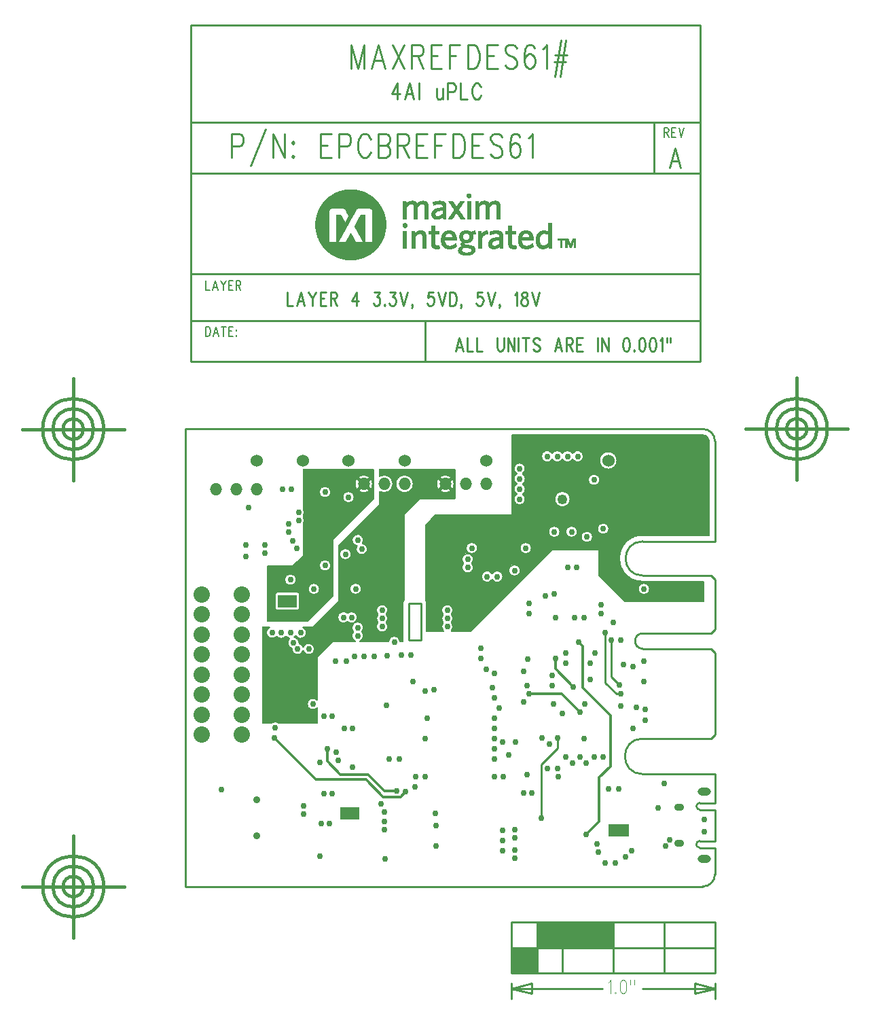
<source format=gbr>
*
*
G04 PADS 9.5 Build Number: 522968 generated Gerber (RS-274-X) file*
G04 PC Version=2.1*
*
%IN "MAXREFDES61_RA.pcb"*%
*
%MOIN*%
*
%FSLAX35Y35*%
*
*
*
*
G04 PC Standard Apertures*
*
*
G04 Thermal Relief Aperture macro.*
%AMTER*
1,1,$1,0,0*
1,0,$1-$2,0,0*
21,0,$3,$4,0,0,45*
21,0,$3,$4,0,0,135*
%
*
*
G04 Annular Aperture macro.*
%AMANN*
1,1,$1,0,0*
1,0,$2,0,0*
%
*
*
G04 Odd Aperture macro.*
%AMODD*
1,1,$1,0,0*
1,0,$1-0.005,0,0*
%
*
*
G04 PC Custom Aperture Macros*
*
*
*
*
*
*
G04 PC Aperture Table*
*
%ADD046C,0.015*%
%ADD048C,0.03*%
%ADD049C,0.035*%
%ADD054C,0.06*%
%ADD172C,0.012*%
%ADD198C,0.01*%
%ADD199C,0.007*%
%ADD200C,0.001*%
%ADD232C,0.003*%
%ADD233C,0.002*%
%ADD268O,0.08X0.08*%
%ADD273O,0.06X0.06*%
%ADD281C,0.04921*%
%ADD284R,0.09449X0.06299*%
%ADD290R,0.09843X0.06496*%
%ADD299O,0.06496X0.03937*%
%ADD300O,0.04921X0.03543*%
*
*
*
*
G04 PC Circuitry*
G04 Layer Name MAXREFDES61_RA.pcb - circuitry*
%LPD*%
*
*
G04 PC Custom Flashes*
G04 Layer Name MAXREFDES61_RA.pcb - flashes*
%LPD*%
*
*
G04 PC Circuitry*
G04 Layer Name MAXREFDES61_RA.pcb - circuitry*
%LPD*%
*
G54D46*
G01X1968137Y1616826D02*
X1967182Y1615871D01*
X1968137Y1610674D02*
X1967182Y1611629D01*
X1961985Y1610674D02*
X1962940Y1611629D01*
X1961985Y1616826D02*
X1962940Y1615871D01*
X2008137Y1616826D02*
X2007182Y1615871D01*
X2008137Y1610674D02*
X2007182Y1611629D01*
X2001985Y1610674D02*
X2002940Y1611629D01*
X2001985Y1616826D02*
X2002940Y1615871D01*
X1822478Y1401207D02*
Y1396207D01*
Y1391207*
Y1431207D02*
Y1401207D01*
X1802478Y1416207D02*
X1797478D01*
X1807478D02*
X1802478D01*
X1822478Y1431207D02*
Y1436207D01*
X1842478Y1416207D02*
X1847478D01*
X1837478D02*
X1842478D01*
X1807478D02*
X1837478D01*
X1827478D02*
G75*
G03X1827478I-5000J0D01*
G01X1837478D02*
G03X1837478I-15000J0D01*
G01X1832478D02*
G03X1832478I-10000J0D01*
G01X1822478Y1436207D02*
Y1441207D01*
X1822439Y1625600D02*
Y1620600D01*
Y1615600*
Y1655600D02*
Y1625600D01*
X1802439Y1640600D02*
X1797439D01*
X1807439D02*
X1802439D01*
X1822439Y1655600D02*
Y1660600D01*
X1842439Y1640600D02*
X1847439D01*
X1837439D02*
X1842439D01*
X1807439D02*
X1837439D01*
X1827439D02*
G03X1827439I-5000J0D01*
G01X1837439D02*
G03X1837439I-15000J0D01*
G01X1832439D02*
G03X1832439I-10000J0D01*
G01X1822439Y1660600D02*
Y1665600D01*
X2177561Y1625699D02*
Y1620699D01*
Y1615699*
Y1655699D02*
Y1625699D01*
X2157561Y1640699D02*
X2152561D01*
X2162561D02*
X2157561D01*
X2177561Y1655699D02*
Y1660699D01*
X2197561Y1640699D02*
X2202561D01*
X2192561D02*
X2197561D01*
X2162561D02*
X2192561D01*
X2182561D02*
G03X2182561I-5000J0D01*
G01X2192561D02*
G03X2192561I-15000J0D01*
G01X2187561D02*
G03X2187561I-10000J0D01*
G01X2177561Y1660699D02*
Y1665699D01*
G54D48*
X1948061Y1447250D03*
X1949561Y1461750D03*
X1935561Y1451750D03*
X1944061Y1447250D03*
X1935561Y1455750D03*
X1945561Y1461750D03*
X1943561Y1431250D03*
X1975561Y1429750D03*
X1975061Y1452750D03*
Y1444250D03*
X2000561Y1446250D03*
X1975061Y1448250D03*
X2000561Y1436250D03*
X2000061Y1452250D03*
X1973561Y1456750D03*
X2043561Y1462250D03*
X2033061Y1438750D03*
X2039061Y1430250D03*
Y1440250D03*
Y1444250D03*
X2033061Y1433750D03*
Y1443750D03*
X2039061Y1434250D03*
X2052061Y1449750D03*
X2079561Y1437250D03*
X2074061Y1441750D03*
X2047561Y1462250D03*
X2083561Y1427750D03*
X2080061Y1433250D03*
X2088561Y1427750D03*
X2096561Y1433750D03*
X2093561Y1430750D03*
X2113061Y1436250D03*
X2109561Y1454750D03*
X2115061Y1439250D03*
X2132061Y1449250D03*
Y1443250D03*
X1895061Y1463750D03*
X1921561Y1494250D03*
X1921061Y1489250D03*
X1955561Y1493750D03*
X1945561Y1499750D03*
X1959561Y1493750D03*
X1949561Y1499750D03*
X1952561Y1478250D03*
X1947061Y1483750D03*
X1959561Y1474750D03*
X1951561Y1482250D03*
X1943561Y1477250D03*
X1995061Y1488750D03*
X1996061Y1498750D03*
X1985561Y1462750D03*
X1977561Y1478750D03*
X1990061Y1465250D03*
X1981061Y1463250D03*
X1990561Y1470250D03*
X1982561Y1478750D03*
X1995061Y1470250D03*
X2029061Y1478750D03*
Y1493750D03*
Y1470250D03*
X2033061Y1487250D03*
X2033561Y1470250D03*
X2036061Y1480750D03*
X2029061Y1488750D03*
Y1483750D03*
Y1498750D03*
X2039561Y1487250D03*
X2071061Y1501750D03*
X2062561Y1501250D03*
X2052561Y1489250D03*
X2045061Y1471250D03*
X2073061Y1488750D03*
X2078061Y1479750D03*
X2060561Y1470250D03*
X2082561Y1479750D03*
X2060061Y1474250D03*
X2064061Y1479750D03*
X2067561Y1476750D03*
X2074061D03*
X2071061Y1479750D03*
X2056061Y1486250D03*
X2055061Y1474250D03*
X2060061Y1489250D03*
X2103061Y1497750D03*
X2085061Y1464250D03*
X2097061Y1493750D03*
X2112561Y1466750D03*
X2090061Y1464250D03*
X1920061Y1540750D03*
X1930561Y1535750D03*
X1926061Y1534750D03*
Y1530250D03*
X1932561Y1532750D03*
X1940061Y1505750D03*
X1938061Y1532750D03*
X1934061Y1540750D03*
X1929061D03*
X1924561D03*
X1956561Y1526750D03*
X1951061D03*
X1962061Y1539250D03*
X1960561Y1529250D03*
X1999561Y1512750D03*
X1995061Y1512250D03*
X1965061Y1529250D03*
X1988061Y1529750D03*
X1980061Y1536250D03*
X1983561Y1529750D03*
X1976311Y1505250D03*
X1970311Y1529250D03*
X1989061Y1516750D03*
X1976561Y1529500D03*
X2031561Y1503750D03*
X2029061Y1508750D03*
X2025061Y1522750D03*
X2043561Y1521750D03*
X2028061Y1513750D03*
X2022561Y1528250D03*
Y1533250D03*
X2043561Y1506750D03*
X2029061Y1520750D03*
X2070561Y1536250D03*
X2083561Y1540750D03*
X2067811Y1514250D03*
X2059061Y1528250D03*
X2073561Y1505750D03*
X2046061Y1510750D03*
X2058061Y1505750D03*
X2057561Y1519750D03*
Y1514750D03*
X2064061Y1525750D03*
X2076061D03*
X2064061Y1530750D03*
X2078561D03*
X2076061Y1517750D03*
X2045061Y1514750D03*
X2045561Y1527750D03*
X2086561Y1537250D03*
X2091061D03*
X2092561Y1525250D03*
X2090561Y1515250D03*
X2091061Y1510750D03*
X2102561Y1516750D03*
X2097061Y1524250D03*
X2102561Y1526750D03*
X2098811Y1504250D03*
X2103061Y1503250D03*
X2091061Y1504750D03*
X1919061Y1565750D03*
X1920561Y1562250D03*
X1916561Y1579750D03*
X1907061Y1578250D03*
X1940561Y1562250D03*
X1959061Y1548250D03*
X1955061D03*
X1935561Y1548750D03*
X1929061Y1566750D03*
X1932061Y1582250D03*
X1961061Y1562250D03*
X1962061Y1543250D03*
X1956061Y1579250D03*
X1946061Y1573750D03*
X1964061Y1581750D03*
X1974061Y1543750D03*
Y1547750D03*
Y1551750D03*
X2025561Y1568250D03*
X2030561D03*
X2039061Y1571250D03*
X2018061Y1582250D03*
X2016061Y1572750D03*
Y1576750D03*
X2015561Y1560250D03*
X2019561D03*
X2006061Y1551750D03*
Y1547750D03*
Y1543750D03*
X2065061Y1572750D03*
X2046061Y1550250D03*
Y1555250D03*
X2068561Y1548250D03*
X2059061Y1548000D03*
X2081561Y1550000D03*
X2058561Y1559750D03*
X2081561Y1554500D03*
X2044561Y1582250D03*
X2054061Y1558750D03*
X2073061Y1548250D03*
X2069561Y1572750D03*
X2087561Y1545750D03*
X2102561Y1562250D03*
X2098561Y1558250D03*
X1916561Y1583750D03*
X1908561Y1602250D03*
X1907061Y1583750D03*
X1930061Y1585750D03*
X1946061Y1609750D03*
X1925061Y1611250D03*
X1929561D03*
X1957561Y1607250D03*
X1928061Y1590250D03*
Y1594250D03*
X1933061Y1599750D03*
Y1595750D03*
X1962061Y1586250D03*
X2041561Y1606250D03*
Y1621250D03*
Y1616250D03*
Y1611250D03*
X2078061Y1615750D03*
X2067061Y1590250D03*
X2058561D03*
X2082561Y1591750D03*
X2074561Y1587750D03*
X2055061Y1627250D03*
X2065061D03*
X2060061D03*
X2070061D03*
G54D49*
X1912561Y1458750D03*
Y1441250D03*
G54D54*
Y1625250D03*
X1985061D03*
X2025061D03*
X1935061D03*
X1957561D03*
X2085061D03*
X2120061D03*
G54D172*
X1974561Y1460250D02*
X1966061Y1468750D01*
X1941561*
X1921061Y1489250*
X1974561Y1460250D02*
X1983061D01*
X1985561Y1462750*
X2074061Y1441750D02*
X2080561Y1448250D01*
Y1469750*
X2086061Y1475250*
Y1500250*
X2072561Y1513750*
Y1534250*
X2070561Y1536250*
X1981061Y1463250D02*
X1975061D01*
X1967061Y1471250*
X1953561*
X1947061Y1477750*
Y1483750*
X2071061Y1501750D02*
X2062061Y1510750D01*
X2046061*
X2067811Y1514250D02*
X2059061Y1523000D01*
Y1528250*
G54D198*
X1927561Y1707813D02*
Y1701250D01*
X1930288*
X1934152Y1707813D02*
X1932334Y1701250D01*
X1934152Y1707813D02*
X1935970Y1701250D01*
X1933016Y1703438D02*
X1935288D01*
X1938016Y1707813D02*
X1939834Y1704688D01*
X1939834D02*
Y1701250D01*
X1941652Y1707813D02*
X1939834Y1704688D01*
X1943697Y1707813D02*
Y1701250D01*
Y1707813D02*
X1946652D01*
X1943697Y1704688D02*
X1945516D01*
X1943697Y1701250D02*
X1946652D01*
X1948697Y1707813D02*
Y1701250D01*
Y1707813D02*
X1950743D01*
X1950743D02*
X1951425Y1707500D01*
X1951652Y1707188*
X1951652D02*
X1951879Y1706563D01*
X1951879D02*
Y1705938D01*
X1951879D02*
X1951652Y1705313D01*
X1951652D02*
X1951425Y1705000D01*
X1950743Y1704688*
X1950743D02*
X1948697D01*
X1950288D02*
X1951879Y1701250D01*
X1961425Y1707813D02*
X1959152Y1703438D01*
X1959152D02*
X1962561D01*
X1961425Y1707813D02*
Y1701250D01*
X1970288Y1707813D02*
X1972788D01*
X1972788D02*
X1971425Y1705313D01*
X1971425D02*
X1972106D01*
X1972106D02*
X1972561Y1705000D01*
X1972788Y1704688*
X1972788D02*
X1973016Y1703750D01*
Y1703125*
X1972788Y1702188*
X1972788D02*
X1972334Y1701563D01*
X1972334D02*
X1971652Y1701250D01*
X1970970*
X1970288Y1701563*
X1970288D02*
X1970061Y1701875D01*
X1969834Y1702500*
X1975288Y1701875D02*
X1975061Y1701563D01*
X1975061D02*
X1975288Y1701250D01*
X1975516Y1701563*
X1975516D02*
X1975288Y1701875D01*
X1978016Y1707813D02*
X1980516D01*
X1980516D02*
X1979152Y1705313D01*
X1979152D02*
X1979834D01*
X1979834D02*
X1980288Y1705000D01*
X1980516Y1704688*
X1980516D02*
X1980743Y1703750D01*
Y1703125*
X1980516Y1702188*
X1980516D02*
X1980061Y1701563D01*
X1980061D02*
X1979379Y1701250D01*
X1978697*
X1978016Y1701563*
X1978016D02*
X1977788Y1701875D01*
X1977561Y1702500*
X1982788Y1707813D02*
X1984606Y1701250D01*
X1986425Y1707813D02*
X1984606Y1701250D01*
X1988925Y1701563D02*
X1988697Y1701250D01*
X1988470Y1701563*
X1988470D02*
X1988697Y1701875D01*
X1988925Y1701563*
X1988925D02*
Y1700937D01*
X1988925D02*
X1988697Y1700312D01*
X1988697D02*
X1988470Y1700000D01*
X1999152Y1707813D02*
X1996879D01*
X1996879D02*
X1996652Y1705000D01*
X1996879Y1705313*
X1996879D02*
X1997561Y1705625D01*
X1998243*
X1998925Y1705313*
X1998925D02*
X1999379Y1704688D01*
X1999379D02*
X1999606Y1703750D01*
X1999379Y1703125*
X1999152Y1702188*
X1999152D02*
X1998697Y1701563D01*
X1998697D02*
X1998016Y1701250D01*
X1997334*
X1996652Y1701563*
X1996652D02*
X1996425Y1701875D01*
X1996197Y1702500*
X2001652Y1707813D02*
X2003470Y1701250D01*
X2005288Y1707813D02*
X2003470Y1701250D01*
X2007334Y1707813D02*
Y1701250D01*
Y1707813D02*
X2008925D01*
X2008925D02*
X2009606Y1707500D01*
X2010061Y1706875*
X2010288Y1706250*
X2010516Y1705313*
X2010516D02*
Y1703750D01*
X2010288Y1702813*
X2010288D02*
X2010061Y1702188D01*
X2010061D02*
X2009606Y1701563D01*
X2009606D02*
X2008925Y1701250D01*
X2007334*
X2013016Y1701563D02*
X2012788Y1701250D01*
X2012561Y1701563*
X2012561D02*
X2012788Y1701875D01*
X2013016Y1701563*
X2013016D02*
Y1700937D01*
X2013016D02*
X2012788Y1700312D01*
X2012788D02*
X2012561Y1700000D01*
X2023243Y1707813D02*
X2020970D01*
X2020970D02*
X2020743Y1705000D01*
X2020970Y1705313*
X2020970D02*
X2021652Y1705625D01*
X2022334*
X2023016Y1705313*
X2023016D02*
X2023470Y1704688D01*
X2023470D02*
X2023697Y1703750D01*
X2023470Y1703125*
X2023243Y1702188*
X2023243D02*
X2022788Y1701563D01*
X2022788D02*
X2022106Y1701250D01*
X2021425*
X2020743Y1701563*
X2020743D02*
X2020516Y1701875D01*
X2020288Y1702500*
X2025743Y1707813D02*
X2027561Y1701250D01*
X2029379Y1707813D02*
X2027561Y1701250D01*
X2031879Y1701563D02*
X2031652Y1701250D01*
X2031425Y1701563*
X2031425D02*
X2031652Y1701875D01*
X2031879Y1701563*
X2031879D02*
Y1700937D01*
X2031879D02*
X2031652Y1700312D01*
X2031652D02*
X2031425Y1700000D01*
X2039152Y1706563D02*
X2039606Y1706875D01*
X2040288Y1707813*
X2040288D02*
Y1701250D01*
X2043470Y1707813D02*
X2042788Y1707500D01*
X2042561Y1706875*
Y1706250*
X2042788Y1705625*
X2043243Y1705313*
X2043243D02*
X2044152Y1705000D01*
X2044834Y1704688*
X2044834D02*
X2045288Y1704063D01*
X2045288D02*
X2045516Y1703438D01*
X2045516D02*
Y1702500D01*
X2045288Y1701875*
X2045061Y1701563*
X2045061D02*
X2044379Y1701250D01*
X2043470*
X2042788Y1701563*
X2042788D02*
X2042561Y1701875D01*
X2042334Y1702500*
Y1703438*
X2042334D02*
X2042561Y1704063D01*
X2042561D02*
X2043016Y1704688D01*
X2043016D02*
X2043697Y1705000D01*
X2044606Y1705313*
X2044606D02*
X2045061Y1705625D01*
X2045288Y1706250*
Y1706875*
X2045061Y1707500*
X2044379Y1707813*
X2044379D02*
X2043470D01*
X2047561D02*
X2049379Y1701250D01*
X2051197Y1707813D02*
X2049379Y1701250D01*
X2052061Y1449750D02*
Y1476250D01*
X2060061Y1484250*
Y1489250*
X2090561Y1515250D02*
X2086561Y1519250D01*
Y1537250*
X2091061Y1510750D02*
X2089061D01*
X2083561Y1516250*
Y1540750*
X2101970Y1488825D02*
G03Y1471368I0J-8729D01*
G01X2137404*
Y1457274*
X2129982*
X2129981D02*
G03X2129984Y1453947I-9J-1664D01*
G01X2129982D02*
X2137404D01*
Y1438593*
X2129963*
G03Y1435246I-0J-1674*
G01X2137404*
Y1422156*
X2131498Y1416250D02*
G03X2137404Y1422156I0J5906D01*
G01X2131498Y1416250D02*
X1877561D01*
Y1640659*
X2131498*
X2131498*
X2137404Y1634754D02*
G03X2131498Y1640659I-5906J-0D01*
G01X2137404Y1634754D02*
Y1585541D01*
X2101970*
G03Y1568746I0J-8397*
G01X2135435*
X2137404Y1566778*
Y1542368*
X2135435Y1540400*
X2101970*
X2101970*
G03Y1532919I0J-3741*
G01X2135435*
X2137404Y1530951*
Y1490793*
X2135435Y1488825*
X2101970*
X1987061Y1555250D02*
X1993061D01*
Y1537250*
X1987061*
Y1555250*
X2037561Y1373750D02*
X2137561D01*
Y1398750*
X2037561*
Y1373750*
Y1366250D02*
X2082061D01*
X2037561D02*
X2047561Y1368750D01*
Y1363750*
X2037561Y1366250*
X2137561D02*
X2101697D01*
X2137561D02*
X2127561Y1363750D01*
Y1368750*
X2137561Y1366250*
X2037561Y1368750D02*
Y1361250D01*
X2137561Y1368750D02*
Y1361250D01*
X2039561Y1373750D02*
Y1386250D01*
X2040561Y1373750D02*
Y1386250D01*
X2041561D02*
Y1373750D01*
X2042561Y1386250D02*
Y1373750D01*
X2043561Y1386250D02*
Y1373750D01*
X2044561Y1386250D02*
Y1373750D01*
X2045561Y1386250D02*
Y1373750D01*
X2046561Y1386250D02*
Y1373750D01*
X2047561D02*
Y1386250D01*
X2048561Y1373750D02*
Y1386250D01*
X2051561D02*
Y1398750D01*
X2052561Y1386250D02*
Y1398750D01*
X2053561D02*
Y1386250D01*
X2054561Y1398750D02*
Y1386250D01*
X2055561Y1398750D02*
Y1386250D01*
X2056561Y1398750D02*
Y1386250D01*
X2057561Y1398750D02*
Y1386250D01*
X2058561Y1398750D02*
Y1386250D01*
X2059561D02*
Y1398750D01*
X2060561Y1386250D02*
Y1398750D01*
X2050061Y1373750D02*
Y1398750D01*
X2062561Y1373750D02*
Y1398750D01*
X2037561Y1386250D02*
X2137561D01*
X2112561Y1373750D02*
Y1398750D01*
X2087561Y1373750D02*
Y1398750D01*
X2038561Y1373750D02*
Y1386250D01*
X2049061Y1373750D02*
Y1386250D01*
X2051061D02*
Y1398750D01*
X2061561Y1386250D02*
Y1398750D01*
X2064561Y1386250D02*
Y1398750D01*
X2063561Y1386250D02*
Y1398750D01*
X2065561Y1386250D02*
Y1398750D01*
X2066561D02*
Y1386250D01*
X2067561Y1398750D02*
Y1386250D01*
X2068561Y1398750D02*
Y1386250D01*
X2069561Y1398750D02*
Y1386250D01*
X2070561Y1398750D02*
Y1386250D01*
X2072561D02*
Y1398750D01*
X2071561D02*
Y1386250D01*
X2073561D02*
Y1398750D01*
X2074561Y1386250D02*
Y1398750D01*
X2076561Y1386250D02*
Y1398750D01*
X2075561Y1386250D02*
Y1398750D01*
X2077561Y1386250D02*
Y1398750D01*
X2078561D02*
Y1386250D01*
X2079561Y1398750D02*
Y1386250D01*
X2080561Y1398750D02*
Y1386250D01*
X2081561Y1398750D02*
Y1386250D01*
X2082561Y1398750D02*
Y1386250D01*
X2083561Y1398750D02*
Y1386250D01*
X2084561D02*
Y1398750D01*
X2085561Y1386250D02*
Y1398750D01*
X2086561Y1386250D02*
Y1398750D01*
X2130061Y1673750D02*
Y1838750D01*
X1880061*
Y1673750*
X2130061*
X2107561Y1791250D02*
Y1766250D01*
X2130061Y1791250D02*
X1880061D01*
X2130061Y1766250D02*
X1880061D01*
X2130061Y1693750D02*
X1880061D01*
X2130061Y1716950D02*
X1880061D01*
X1995061Y1673750D02*
Y1693750D01*
X1981489Y1810326D02*
X1978762Y1805076D01*
X1982853*
X1981489Y1810326D02*
Y1802451D01*
X1987489Y1810326D02*
X1985307Y1802451D01*
X1987489Y1810326D02*
X1989671Y1802451D01*
X1986125Y1805076D02*
X1988853D01*
X1992125Y1810326D02*
Y1802451D01*
X2000853Y1807701D02*
Y1803951D01*
X2001125Y1802826*
X2001671Y1802451*
X2002489*
X2003035Y1802826*
X2003853Y1803951*
Y1807701D02*
Y1802451D01*
X2006307Y1810326D02*
Y1802451D01*
Y1810326D02*
X2008762D01*
X2009580Y1809951*
X2009853Y1809576*
X2010125Y1808826*
Y1807701*
X2009853Y1806951*
X2009580Y1806576*
X2008762Y1806201*
X2006307*
X2012580Y1810326D02*
Y1802451D01*
X2015853*
X2022398Y1808451D02*
X2022125Y1809201D01*
X2021580Y1809951*
X2021035Y1810326*
X2019944*
X2019398Y1809951*
X2018853Y1809201*
X2018580Y1808451*
X2018307Y1807326*
Y1805451*
X2018580Y1804326*
X2018853Y1803576*
X2019398Y1802826*
X2019944Y1802451*
X2021035*
X2021580Y1802826*
X2022125Y1803576*
X2022398Y1804326*
X1958762Y1829263D02*
Y1817451D01*
Y1829263D02*
X1962035Y1817451D01*
X1965307Y1829263D02*
X1962035Y1817451D01*
X1965307Y1829263D02*
Y1817451D01*
X1972262Y1829263D02*
X1968989Y1817451D01*
X1972262Y1829263D02*
X1975535Y1817451D01*
X1970216Y1821388D02*
X1974307D01*
X1979216Y1829263D02*
X1984944Y1817451D01*
Y1829263D02*
X1979216Y1817451D01*
X1988625Y1829263D02*
Y1817451D01*
Y1829263D02*
X1992307D01*
X1993535Y1828701*
X1993944Y1828138*
X1994353Y1827013*
Y1825888*
X1993944Y1824763*
X1993535Y1824201*
X1992307Y1823638*
X1988625*
X1991489D02*
X1994353Y1817451D01*
X1998035Y1829263D02*
Y1817451D01*
Y1829263D02*
X2003353D01*
X1998035Y1823638D02*
X2001307D01*
X1998035Y1817451D02*
X2003353D01*
X2007035Y1829263D02*
Y1817451D01*
Y1829263D02*
X2012353D01*
X2007035Y1823638D02*
X2010307D01*
X2016035Y1829263D02*
Y1817451D01*
Y1829263D02*
X2018898D01*
X2020125Y1828701*
X2020944Y1827576*
X2021353Y1826451*
X2021762Y1824763*
Y1821951*
X2021353Y1820263*
X2020944Y1819138*
X2020125Y1818013*
X2018898Y1817451*
X2016035*
X2025444Y1829263D02*
Y1817451D01*
Y1829263D02*
X2030762D01*
X2025444Y1823638D02*
X2028716D01*
X2025444Y1817451D02*
X2030762D01*
X2040171Y1827576D02*
X2039353Y1828701D01*
X2038125Y1829263*
X2036489*
X2035262Y1828701*
X2034444Y1827576*
Y1826451*
X2034853Y1825326*
X2035262Y1824763*
X2036080Y1824201*
X2038535Y1823076*
X2039353Y1822513*
X2039762Y1821951*
X2040171Y1820826*
Y1819138*
X2039353Y1818013*
X2038125Y1817451*
X2036489*
X2035262Y1818013*
X2034444Y1819138*
X2048762Y1827576D02*
X2048353Y1828701D01*
X2047125Y1829263*
X2046307*
X2045080Y1828701*
X2044262Y1827013*
X2043853Y1824201*
Y1821388*
X2044262Y1819138*
X2045080Y1818013*
X2046307Y1817451*
X2046716*
X2047944Y1818013*
X2048762Y1819138*
X2049171Y1820826*
Y1821388*
X2048762Y1823076*
X2047944Y1824201*
X2046716Y1824763*
X2046307*
X2045080Y1824201*
X2044262Y1823076*
X2043853Y1821388*
X2052853Y1827013D02*
X2053671Y1827576D01*
X2054898Y1829263*
Y1817451*
X2061853Y1831513D02*
X2058989Y1813513D01*
X2064307Y1831513D02*
X2061444Y1813513D01*
X2058989Y1824201D02*
X2064716D01*
X2058580Y1820826D02*
X2064307D01*
X1900061Y1785563D02*
Y1773750D01*
Y1785563D02*
X1903743D01*
X1903743D02*
X1904970Y1785000D01*
X1905379Y1784438*
X1905379D02*
X1905788Y1783313D01*
X1905788D02*
Y1781625D01*
X1905379Y1780500*
X1904970Y1779938*
X1904970D02*
X1903743Y1779375D01*
X1900061*
X1916834Y1787813D02*
X1909470Y1769812D01*
X1920516Y1785563D02*
Y1773750D01*
Y1785563D02*
X1926243Y1773750D01*
Y1785563D02*
Y1773750D01*
X1930334Y1781625D02*
X1929925Y1781063D01*
X1929925D02*
X1930334Y1780500D01*
X1930743Y1781063*
X1930743D02*
X1930334Y1781625D01*
Y1774875D02*
X1929925Y1774313D01*
X1929925D02*
X1930334Y1773750D01*
X1930743Y1774313*
X1930743D02*
X1930334Y1774875D01*
X1943834Y1785563D02*
Y1773750D01*
Y1785563D02*
X1949152D01*
X1943834Y1779938D02*
X1947106D01*
X1943834Y1773750D02*
X1949152D01*
X1952834Y1785563D02*
Y1773750D01*
Y1785563D02*
X1956516D01*
X1956516D02*
X1957743Y1785000D01*
X1958152Y1784438*
X1958152D02*
X1958561Y1783313D01*
X1958561D02*
Y1781625D01*
X1958152Y1780500*
X1957743Y1779938*
X1957743D02*
X1956516Y1779375D01*
X1952834*
X1968379Y1782750D02*
X1967970Y1783875D01*
X1967152Y1785000*
X1966334Y1785563*
X1966334D02*
X1964697D01*
X1964697D02*
X1963879Y1785000D01*
X1963061Y1783875*
X1962652Y1782750*
X1962243Y1781063*
X1962243D02*
Y1778250D01*
X1962652Y1776563*
X1962652D02*
X1963061Y1775438D01*
X1963061D02*
X1963879Y1774313D01*
X1963879D02*
X1964697Y1773750D01*
X1966334*
X1967152Y1774313*
X1967152D02*
X1967970Y1775438D01*
X1967970D02*
X1968379Y1776563D01*
X1972061Y1785563D02*
Y1773750D01*
Y1785563D02*
X1975743D01*
X1975743D02*
X1976970Y1785000D01*
X1977379Y1784438*
X1977379D02*
X1977788Y1783313D01*
X1977788D02*
Y1782188D01*
X1977788D02*
X1977379Y1781063D01*
X1977379D02*
X1976970Y1780500D01*
X1975743Y1779938*
X1972061D02*
X1975743D01*
X1975743D02*
X1976970Y1779375D01*
X1977379Y1778813*
X1977379D02*
X1977788Y1777688D01*
X1977788D02*
Y1776000D01*
X1977379Y1774875*
X1976970Y1774313*
X1976970D02*
X1975743Y1773750D01*
X1972061*
X1981470Y1785563D02*
Y1773750D01*
Y1785563D02*
X1985152D01*
X1985152D02*
X1986379Y1785000D01*
X1986788Y1784438*
X1986788D02*
X1987197Y1783313D01*
X1987197D02*
Y1782188D01*
X1987197D02*
X1986788Y1781063D01*
X1986788D02*
X1986379Y1780500D01*
X1985152Y1779938*
X1985152D02*
X1981470D01*
X1984334D02*
X1987197Y1773750D01*
X1990879Y1785563D02*
Y1773750D01*
Y1785563D02*
X1996197D01*
X1990879Y1779938D02*
X1994152D01*
X1990879Y1773750D02*
X1996197D01*
X1999879Y1785563D02*
Y1773750D01*
Y1785563D02*
X2005197D01*
X1999879Y1779938D02*
X2003152D01*
X2008879Y1785563D02*
Y1773750D01*
Y1785563D02*
X2011743D01*
X2011743D02*
X2012970Y1785000D01*
X2013788Y1783875*
X2014197Y1782750*
X2014606Y1781063*
X2014606D02*
Y1778250D01*
X2014197Y1776563*
X2014197D02*
X2013788Y1775438D01*
X2013788D02*
X2012970Y1774313D01*
X2012970D02*
X2011743Y1773750D01*
X2008879*
X2018288Y1785563D02*
Y1773750D01*
Y1785563D02*
X2023606D01*
X2018288Y1779938D02*
X2021561D01*
X2018288Y1773750D02*
X2023606D01*
X2033016Y1783875D02*
X2032197Y1785000D01*
X2030970Y1785563*
X2030970D02*
X2029334D01*
X2029334D02*
X2028106Y1785000D01*
X2027288Y1783875*
Y1782750*
X2027697Y1781625*
X2028106Y1781063*
X2028106D02*
X2028925Y1780500D01*
X2031379Y1779375*
X2032197Y1778813*
X2032197D02*
X2032606Y1778250D01*
X2033016Y1777125*
Y1775438*
X2033016D02*
X2032197Y1774313D01*
X2032197D02*
X2030970Y1773750D01*
X2029334*
X2028106Y1774313*
X2028106D02*
X2027288Y1775438D01*
X2041606Y1783875D02*
X2041197Y1785000D01*
X2039970Y1785563*
X2039970D02*
X2039152D01*
X2039152D02*
X2037925Y1785000D01*
X2037106Y1783313*
X2037106D02*
X2036697Y1780500D01*
Y1777688*
X2036697D02*
X2037106Y1775438D01*
X2037106D02*
X2037925Y1774313D01*
X2037925D02*
X2039152Y1773750D01*
X2039561*
X2040788Y1774313*
X2040788D02*
X2041606Y1775438D01*
X2041606D02*
X2042016Y1777125D01*
Y1777688*
X2042016D02*
X2041606Y1779375D01*
X2040788Y1780500*
X2039561Y1781063*
X2039561D02*
X2039152D01*
X2039152D02*
X2037925Y1780500D01*
X2037106Y1779375*
X2036697Y1777688*
X2045697Y1783313D02*
X2046516Y1783875D01*
X2047743Y1785563*
X2047743D02*
Y1773750D01*
X2117788Y1778594D02*
X2115061Y1768750D01*
X2117788Y1778594D02*
X2120516Y1768750D01*
X2116084Y1772031D02*
X2119493D01*
X2011879Y1685313D02*
X2010061Y1678750D01*
X2011879Y1685313D02*
X2013697Y1678750D01*
X2010743Y1680938D02*
X2013016D01*
X2015743Y1685313D02*
Y1678750D01*
X2018470*
X2020516Y1685313D02*
Y1678750D01*
X2023243*
X2030516Y1685313D02*
Y1680625D01*
X2030743Y1679688*
X2030743D02*
X2031197Y1679063D01*
X2031197D02*
X2031879Y1678750D01*
X2032334*
X2033016Y1679063*
X2033016D02*
X2033470Y1679688D01*
X2033470D02*
X2033697Y1680625D01*
Y1685313*
X2035743D02*
Y1678750D01*
Y1685313D02*
X2038925Y1678750D01*
Y1685313D02*
Y1678750D01*
X2040970Y1685313D02*
Y1678750D01*
X2044606Y1685313D02*
Y1678750D01*
X2043016Y1685313D02*
X2046197D01*
X2051425Y1684375D02*
X2050970Y1685000D01*
X2050288Y1685313*
X2050288D02*
X2049379D01*
X2049379D02*
X2048697Y1685000D01*
X2048243Y1684375*
Y1683750*
X2048470Y1683125*
X2048697Y1682813*
X2048697D02*
X2049152Y1682500D01*
X2050516Y1681875*
X2050970Y1681563*
X2050970D02*
X2051197Y1681250D01*
X2051425Y1680625*
Y1679688*
X2051425D02*
X2050970Y1679063D01*
X2050970D02*
X2050288Y1678750D01*
X2049379*
X2048697Y1679063*
X2048697D02*
X2048243Y1679688D01*
X2060516Y1685313D02*
X2058697Y1678750D01*
X2060516Y1685313D02*
X2062334Y1678750D01*
X2059379Y1680938D02*
X2061652D01*
X2064379Y1685313D02*
Y1678750D01*
Y1685313D02*
X2066425D01*
X2066425D02*
X2067106Y1685000D01*
X2067334Y1684688*
X2067334D02*
X2067561Y1684063D01*
X2067561D02*
Y1683438D01*
X2067561D02*
X2067334Y1682813D01*
X2067334D02*
X2067106Y1682500D01*
X2066425Y1682188*
X2066425D02*
X2064379D01*
X2065970D02*
X2067561Y1678750D01*
X2069606Y1685313D02*
Y1678750D01*
Y1685313D02*
X2072561D01*
X2069606Y1682188D02*
X2071425D01*
X2069606Y1678750D02*
X2072561D01*
X2079834Y1685313D02*
Y1678750D01*
X2081879Y1685313D02*
Y1678750D01*
Y1685313D02*
X2085061Y1678750D01*
Y1685313D02*
Y1678750D01*
X2093697Y1685313D02*
X2093016Y1685000D01*
X2092561Y1684063*
X2092561D02*
X2092334Y1682500D01*
Y1681563*
X2092334D02*
X2092561Y1680000D01*
X2093016Y1679063*
X2093016D02*
X2093697Y1678750D01*
X2094152*
X2094834Y1679063*
X2094834D02*
X2095288Y1680000D01*
X2095516Y1681563*
X2095516D02*
Y1682500D01*
X2095288Y1684063*
X2095288D02*
X2094834Y1685000D01*
X2094152Y1685313*
X2094152D02*
X2093697D01*
X2097788Y1679375D02*
X2097561Y1679063D01*
X2097561D02*
X2097788Y1678750D01*
X2098016Y1679063*
X2098016D02*
X2097788Y1679375D01*
X2101425Y1685313D02*
X2100743Y1685000D01*
X2100288Y1684063*
X2100288D02*
X2100061Y1682500D01*
Y1681563*
X2100061D02*
X2100288Y1680000D01*
X2100743Y1679063*
X2100743D02*
X2101425Y1678750D01*
X2101879*
X2102561Y1679063*
X2102561D02*
X2103016Y1680000D01*
X2103243Y1681563*
X2103243D02*
Y1682500D01*
X2103016Y1684063*
X2103016D02*
X2102561Y1685000D01*
X2101879Y1685313*
X2101879D02*
X2101425D01*
X2106652D02*
X2105970Y1685000D01*
X2105516Y1684063*
X2105516D02*
X2105288Y1682500D01*
Y1681563*
X2105288D02*
X2105516Y1680000D01*
X2105970Y1679063*
X2105970D02*
X2106652Y1678750D01*
X2107106*
X2107788Y1679063*
X2107788D02*
X2108243Y1680000D01*
X2108470Y1681563*
X2108470D02*
Y1682500D01*
X2108243Y1684063*
X2108243D02*
X2107788Y1685000D01*
X2107106Y1685313*
X2107106D02*
X2106652D01*
X2110516Y1684063D02*
X2110970Y1684375D01*
X2111652Y1685313*
X2111652D02*
Y1678750D01*
X2113697Y1685313D02*
Y1683125D01*
X2115516Y1685313D02*
Y1683125D01*
G54D199*
X1969411Y1613750D02*
G03X1969411I-4350J0D01*
G01X1960411Y1607250D02*
G03X1960411I-2850J0D01*
G01X1943411Y1562250D02*
G03X1943411I-2850J0D01*
G01X1948911Y1573750D02*
G03X1948911I-2850J0D01*
G01Y1609750D02*
G03X1948911I-2850J0D01*
G01X1931911Y1566750D02*
G03X1931911I-2850J0D01*
G01X2009411Y1613750D02*
G03X2009411I-4350J0D01*
G01X1989411D02*
G03X1989411I-4350J0D01*
G01X1963911Y1562250D02*
G03X1963911I-2850J0D01*
G01X1958911Y1579250D02*
G03X1958911I-2850J0D01*
G01X2105411Y1562250D02*
G03X2105411I-2850J0D01*
G01X2085411Y1591750D02*
G03X2085411I-2850J0D01*
G01X2077411Y1587750D02*
G03X2077411I-2850J0D01*
G01X2080911Y1615750D02*
G03X2080911I-2850J0D01*
G01X2089411Y1625250D02*
G03X2089411I-4350J0D01*
G01X2069911Y1590250D02*
G03X2069911I-2850J0D01*
G01X2061411D02*
G03X2061411I-2850J0D01*
G01X2066372Y1606250D02*
G03X2066372I-3811J0D01*
G01X2041911Y1571250D02*
G03X2041911I-2850J0D01*
G01X2047411Y1582250D02*
G03X2047411I-2850J0D01*
G01X2020911D02*
G03X2020911I-2850J0D01*
G01X1969713Y1606411D02*
X1969713D01*
X1969709Y1620865*
G03X1969674Y1620900I-35J0*
G01X1957575*
X1957574*
X1957548D02*
G03X1957574I13J4350D01*
G01X1957548D02*
X1957547D01*
X1935446*
G03X1935411Y1620865I0J-35*
G01Y1601373*
G03X1935417Y1601354I35J0*
G01Y1598146D02*
G03Y1601354I-2356J1604D01*
G01Y1598146D02*
G03X1935411Y1598127I29J-19D01*
G01Y1597373*
G03X1935417Y1597354I35J0*
G01Y1594146D02*
G03Y1597354I-2356J1604D01*
G01Y1594146D02*
G03X1935411Y1594127I29J-19D01*
G01Y1578605*
X1930206Y1573400*
X1917946*
G03X1917911Y1573365I0J-35*
G01Y1546635*
G03X1917946Y1546600I35J0*
G01X1937402*
G03X1937426Y1546610I-0J35*
G01X1949701Y1558885*
G03X1949711Y1558909I-25J24*
G01Y1586395*
X1969702Y1606386*
G03X1969713Y1606411I-24J25*
G01X2009711Y1606635D02*
Y1620865D01*
G03X2009676Y1620900I-35J0*
G01X1985075*
X1985074*
X1985048D02*
G03X1985074I13J4350D01*
G01X1985048D02*
X1985047D01*
X1972946*
G03X1972911Y1620865I0J-35*
G01Y1617591*
G03X1972963Y1617561I35J0*
G01Y1609939D02*
G03Y1617561I2098J3811D01*
G01Y1609939D02*
G03X1972911Y1609909I-17J-30D01*
G01Y1603605*
X1952921Y1583615*
G03X1952911Y1583591I25J-24*
G01Y1556105*
X1940206Y1543400*
X1935280*
G03X1935265Y1543333I-0J-35*
G01X1931591Y1539328D02*
G03X1935265Y1543333I2470J1422D01*
G01X1931591Y1539328D02*
G03X1931531I-30J-18D01*
G01X1930965Y1538629D02*
G03X1931531Y1539328I-1904J2121D01*
G01X1930965Y1538629D02*
G03X1930983Y1538569I23J-26D01*
G01X1933400Y1535502D02*
G03X1930983Y1538569I-2839J248D01*
G01X1933400Y1535502D02*
G03X1933425Y1535466I35J-3D01*
G01X1935278Y1533612D02*
G03X1933425Y1535466I-2717J-862D01*
G01X1935278Y1533612D02*
G03X1935344I33J10D01*
G01Y1531888D02*
G03Y1533612I2717J862D01*
G01Y1531888D02*
G03X1935278I-33J-10D01*
G01X1929722Y1532998D02*
G03X1935278Y1531888I2839J-248D01*
G01X1929722Y1532998D02*
G03X1929698Y1533034I-35J3D01*
G01X1928657Y1537871D02*
G03X1929698Y1533034I1904J-2121D01*
G01X1928657Y1537871D02*
G03X1928639Y1537931I-23J26D01*
G01X1926838Y1538966D02*
G03X1928639Y1537931I2223J1784D01*
G01X1926838Y1538966D02*
G03X1926784I-27J-22D01*
G01X1922338D02*
G03X1926784I2223J1784D01*
G01X1922338D02*
G03X1922284I-27J-22D01*
G01X1918857Y1543333D02*
G03X1922284Y1538966I1204J-2583D01*
G01X1918857Y1543333D02*
G03X1918842Y1543400I-15J32D01*
G01X1915446*
G03X1915411Y1543365I0J-35*
G01Y1496635*
G03X1915446Y1496600I35J0*
G01X1919938*
G03X1919957Y1496606I-0J35*
G01X1923165D02*
G03X1919957I-1604J-2356D01*
G01X1923165D02*
G03X1923184Y1496600I19J29D01*
G01X1942176*
G03X1942211Y1496635I0J35*
G01Y1503788*
G03X1942150Y1503812I-35J-0*
G01Y1507688D02*
G03Y1503812I-2089J-1938D01*
G01Y1507688D02*
G03X1942211Y1507712I26J24D01*
G01Y1528895*
X1949916Y1536600*
X1960842*
G03X1960857Y1536667I0J35*
G01X1960007Y1541226D02*
G03X1960857Y1536667I2054J-1976D01*
G01X1960007Y1541226D02*
G03Y1541274I-25J24D01*
G01X1964115D02*
G03X1960007I-2054J1976D01*
G01X1964115D02*
G03Y1541226I25J-24D01*
G01X1963265Y1536667D02*
G03X1964115Y1541226I-1204J2583D01*
G01X1963265Y1536667D02*
G03X1963280Y1536600I15J-32D01*
G01X1977202*
G03X1977236Y1536630I-0J35*
G01X1982886D02*
G03X1977236I-2825J-380D01*
G01X1982886D02*
G03X1982920Y1536600I34J5D01*
G01X1984242*
G03X1984277Y1536642I0J35*
G01X1984211Y1537250D02*
G03X1984277Y1536642I2850J0D01*
G01X1984211Y1537250D02*
Y1555250D01*
X1984705Y1556854D02*
G03X1984211Y1555250I2356J-1604D01*
G01X1984705Y1556854D02*
G03X1984711Y1556873I-29J19D01*
G01Y1598895*
X1992416Y1606600*
X2009676*
G03X2009711Y1606635I0J35*
G01X2134554Y1588635D02*
Y1634754D01*
G03X2131498Y1637809I-3056J-0*
G01X2131498*
X2131498*
X2037946*
G03X2037911Y1637774I0J-35*
G01Y1598400*
X2000220*
G03X2000196Y1598390I0J-35*
G01X1995421Y1593615*
G03X1995411Y1593591I25J-24*
G01Y1556873*
G03X1995417Y1556854I35J0*
G01X1995911Y1555250D02*
G03X1995417Y1556854I-2850J0D01*
G01X1995911Y1555250D02*
Y1541635D01*
G03X1995946Y1541600I35J0*
G01X2004099*
G03X2004123Y1541661I-0J35*
G01X2004007Y1545726D02*
G03X2004123Y1541661I2054J-1976D01*
G01X2004007Y1545726D02*
G03Y1545774I-25J24D01*
G01Y1549726D02*
G03Y1545774I2054J-1976D01*
G01Y1549726D02*
G03Y1549774I-25J24D01*
G01X2008115D02*
G03X2004007I-2054J1976D01*
G01X2008115D02*
G03Y1549726I25J-24D01*
G01Y1545774D02*
G03Y1549726I-2054J1976D01*
G01Y1545774D02*
G03Y1545726I25J-24D01*
G01X2007999Y1541661D02*
G03X2008115Y1545726I-1938J2089D01*
G01X2007999Y1541661D02*
G03X2008023Y1541600I24J-26D01*
G01X2017402*
G03X2017426Y1541610I-0J35*
G01X2057416Y1581600*
X2080411*
Y1568909*
G03X2080421Y1568885I35J0*
G01X2093196Y1556110*
G03X2093220Y1556100I24J25*
G01X2131676*
G03X2131711Y1556135I0J35*
G01Y1565861*
G03X2131676Y1565896I-35J0*
G01X2101970*
X2101613Y1565902D02*
G03X2101970Y1565896I357J11242D01*
G01X2101613Y1565902D02*
X2101811Y1588600*
G03X2101612Y1565902I0J-11350D01*
G01X2101811Y1588600D02*
X2134519D01*
G03X2134554Y1588635I-0J35*
G01X1969411Y1613750D02*
G03X1969411I-4350J0D01*
G01X1960411Y1607250D02*
G03X1960411I-2850J0D01*
G01X1943411Y1562250D02*
G03X1943411I-2850J0D01*
G01X1948911Y1573750D02*
G03X1948911I-2850J0D01*
G01Y1609750D02*
G03X1948911I-2850J0D01*
G01X1933635Y1559400D02*
Y1553100D01*
X1932285Y1551750D02*
G03X1933635Y1553100I0J1350D01*
G01X1932285Y1551750D02*
X1922837D01*
X1921487Y1553100D02*
G03X1922837Y1551750I1350J0D01*
G01X1921487Y1553100D02*
Y1559400D01*
X1922837Y1560750D02*
G03X1921487Y1559400I-0J-1350D01*
G01X1922837Y1560750D02*
X1932285D01*
X1933635Y1559400D02*
G03X1932285Y1560750I-1350J-0D01*
G01X1931911Y1566750D02*
G03X1931911I-2850J0D01*
G01X2009411Y1613750D02*
G03X2009411I-4350J0D01*
G01X1989411D02*
G03X1989411I-4350J0D01*
G01X1976115Y1549774D02*
G03X1972007I-2054J1976D01*
G01X1976115D02*
G03Y1549726I25J-24D01*
G01Y1545774D02*
G03Y1549726I-2054J1976D01*
G01Y1545774D02*
G03Y1545726I25J-24D01*
G01X1972007D02*
G03X1976115I2054J-1976D01*
G01X1972007D02*
G03Y1545774I-25J24D01*
G01Y1549726D02*
G03Y1545774I2054J-1976D01*
G01Y1549726D02*
G03Y1549774I-25J24D01*
G01X1957085Y1546196D02*
G03Y1550304I1976J2054D01*
G01Y1546196D02*
G03X1957037I-24J-25D01*
G01Y1550304D02*
G03Y1546196I-1976J-2054D01*
G01Y1550304D02*
G03X1957085I24J25D01*
G01X1963911Y1562250D02*
G03X1963911I-2850J0D01*
G01X1961716Y1583369D02*
G03X1964431Y1584576I2345J-1619D01*
G01X1961716Y1583369D02*
G03X1961692Y1583424I-29J20D01*
G01X1964406Y1584631D02*
G03X1961692Y1583424I-2345J1619D01*
G01X1964406Y1584631D02*
G03X1964431Y1584576I29J-20D01*
G01X1958911Y1579250D02*
G03X1958911I-2850J0D01*
G01X2105411Y1562250D02*
G03X2105411I-2850J0D01*
G01X2085411Y1591750D02*
G03X2085411I-2850J0D01*
G01X2077411Y1587750D02*
G03X2077411I-2850J0D01*
G01X2080911Y1615750D02*
G03X2080911I-2850J0D01*
G01X2089411Y1625250D02*
G03X2089411I-4350J0D01*
G01X2069911Y1590250D02*
G03X2069911I-2850J0D01*
G01X2061411D02*
G03X2061411I-2850J0D01*
G01X2066372Y1606250D02*
G03X2066372I-3811J0D01*
G01X2067591Y1625828D02*
G03Y1628672I2470J1422D01*
G01Y1625828D02*
G03X2067531I-30J-18D01*
G01X2062591D02*
G03X2067531I2470J1422D01*
G01X2062591D02*
G03X2062531I-30J-18D01*
G01X2057591D02*
G03X2062531I2470J1422D01*
G01X2057591D02*
G03X2057531I-30J-18D01*
G01Y1628672D02*
G03Y1625828I-2470J-1422D01*
G01Y1628672D02*
G03X2057591I30J18D01*
G01X2062531D02*
G03X2057591I-2470J-1422D01*
G01X2062531D02*
G03X2062591I30J18D01*
G01X2067531D02*
G03X2062591I-2470J-1422D01*
G01X2067531D02*
G03X2067591I30J18D01*
G01X2041911Y1571250D02*
G03X2041911I-2850J0D01*
G01X2047411Y1582250D02*
G03X2047411I-2850J0D01*
G01X2042983Y1618780D02*
G03X2040139I-1422J2470D01*
G01X2042983D02*
G03Y1618720I18J-30D01*
G01Y1613780D02*
G03Y1618720I-1422J2470D01*
G01Y1613780D02*
G03Y1613720I18J-30D01*
G01Y1608780D02*
G03Y1613720I-1422J2470D01*
G01Y1608780D02*
G03Y1608720I18J-30D01*
G01X2040139D02*
G03X2042983I1422J-2470D01*
G01X2040139D02*
G03Y1608780I-18J30D01*
G01Y1613720D02*
G03Y1608780I1422J-2470D01*
G01Y1613720D02*
G03Y1613780I-18J30D01*
G01Y1618720D02*
G03Y1613780I1422J-2470D01*
G01Y1618720D02*
G03Y1618780I-18J30D01*
G01X2028091Y1566828D02*
G03Y1569672I2470J1422D01*
G01Y1566828D02*
G03X2028031I-30J-18D01*
G01Y1569672D02*
G03Y1566828I-2470J-1422D01*
G01Y1569672D02*
G03X2028091I30J18D01*
G01X2018115Y1574774D02*
G03X2014007I-2054J1976D01*
G01X2018115D02*
G03Y1574726I25J-24D01*
G01X2014007D02*
G03X2018115I2054J-1976D01*
G01X2014007D02*
G03Y1574774I-25J24D01*
G01X2020911Y1582250D02*
G03X2020911I-2850J0D01*
G01X1960296Y1606449D02*
X1969713D01*
X1960406Y1607079D02*
X1969712D01*
X1960374Y1607709D02*
X1969712D01*
X1960195Y1608339D02*
X1969712D01*
X1959835Y1608969D02*
X1969712D01*
X1966361Y1609599D02*
X1969712D01*
X1967615Y1610229D02*
X1969712D01*
X1968311Y1610859D02*
X1969711D01*
X1968777Y1611489D02*
X1969711D01*
X1969094Y1612119D02*
X1969711D01*
X1969294Y1612749D02*
X1969711D01*
X1969395Y1613379D02*
X1969711D01*
X1969403Y1614009D02*
X1969711D01*
X1969319Y1614639D02*
X1969710D01*
X1969137Y1615269D02*
X1969710D01*
X1968843Y1615899D02*
X1969710D01*
X1968408Y1616529D02*
X1969710D01*
X1967764Y1617159D02*
X1969710D01*
X1966677Y1617789D02*
X1969709D01*
X1935411Y1618419D02*
X1969709D01*
X1935411Y1619049D02*
X1969709D01*
X1935411Y1619679D02*
X1969709D01*
X1935411Y1620309D02*
X1969709D01*
X1960026Y1605819D02*
X1969135D01*
X1959529Y1605189D02*
X1968505D01*
X1958499Y1604559D02*
X1967875D01*
X1935411Y1603929D02*
X1967245D01*
X1935411Y1603299D02*
X1966615D01*
X1935411Y1602669D02*
X1965985D01*
X1935411Y1602039D02*
X1965355D01*
X1935411Y1601409D02*
X1964725D01*
X1935719Y1600779D02*
X1964095D01*
X1959175Y1609599D02*
X1963761D01*
X1935883Y1600149D02*
X1963465D01*
X1935411Y1617789D02*
X1963445D01*
X1935902Y1599519D02*
X1962835D01*
X1948871Y1610229D02*
X1962507D01*
X1935411Y1617159D02*
X1962358D01*
X1935778Y1598889D02*
X1962205D01*
X1948687Y1610859D02*
X1961811D01*
X1935411Y1616529D02*
X1961714D01*
X1935490Y1598259D02*
X1961575D01*
X1948319Y1611489D02*
X1961345D01*
X1935411Y1615899D02*
X1961279D01*
X1947646Y1612119D02*
X1961028D01*
X1935411Y1615269D02*
X1960985D01*
X1935411Y1597629D02*
X1960945D01*
X1935411Y1612749D02*
X1960828D01*
X1935411Y1614639D02*
X1960803D01*
X1935411Y1613379D02*
X1960727D01*
X1935411Y1614009D02*
X1960719D01*
X1935623Y1596999D02*
X1960315D01*
X1935843Y1596369D02*
X1959685D01*
X1935911Y1595739D02*
X1959055D01*
X1935838Y1595109D02*
X1958425D01*
X1935612Y1594479D02*
X1957795D01*
X1935411Y1593849D02*
X1957165D01*
X1935411Y1604559D02*
X1956623D01*
X1935411Y1593219D02*
X1956535D01*
X1948907Y1609599D02*
X1955947D01*
X1935411Y1592589D02*
X1955905D01*
X1935411Y1605189D02*
X1955593D01*
X1948802Y1608969D02*
X1955288D01*
X1935411Y1591959D02*
X1955275D01*
X1935411Y1605819D02*
X1955096D01*
X1948537Y1608339D02*
X1954927D01*
X1935411Y1606449D02*
X1954826D01*
X1948050Y1607709D02*
X1954748D01*
X1947054Y1607079D02*
X1954716D01*
X1935411Y1591329D02*
X1954645D01*
X1935411Y1590699D02*
X1954015D01*
X1935411Y1590069D02*
X1953385D01*
X1935411Y1589439D02*
X1952755D01*
X1935411Y1588809D02*
X1952125D01*
X1935411Y1588179D02*
X1951495D01*
X1935411Y1587549D02*
X1950865D01*
X1935411Y1586919D02*
X1950235D01*
X1935411Y1586289D02*
X1949711D01*
X1935411Y1585659D02*
X1949711D01*
X1935411Y1585029D02*
X1949711D01*
X1935411Y1584399D02*
X1949711D01*
X1935411Y1583769D02*
X1949711D01*
X1935411Y1583139D02*
X1949711D01*
X1935411Y1582509D02*
X1949711D01*
X1935411Y1581879D02*
X1949711D01*
X1935411Y1581249D02*
X1949711D01*
X1935411Y1580619D02*
X1949711D01*
X1935411Y1579989D02*
X1949711D01*
X1935411Y1579359D02*
X1949711D01*
X1935411Y1578729D02*
X1949711D01*
X1934905Y1578099D02*
X1949711D01*
X1934275Y1577469D02*
X1949711D01*
X1933645Y1576839D02*
X1949711D01*
X1947502Y1576209D02*
X1949711D01*
X1948247Y1575579D02*
X1949711D01*
X1948647Y1574949D02*
X1949711D01*
X1948854Y1574319D02*
X1949711D01*
X1948910Y1573689D02*
X1949711D01*
X1948826Y1573059D02*
X1949711D01*
X1948586Y1572429D02*
X1949711D01*
X1948138Y1571799D02*
X1949711D01*
X1947269Y1571169D02*
X1949711D01*
X1917911Y1570539D02*
X1949711D01*
X1917911Y1569909D02*
X1949711D01*
X1930376Y1569279D02*
X1949711D01*
X1931186Y1568649D02*
X1949711D01*
X1931613Y1568019D02*
X1949711D01*
X1931839Y1567389D02*
X1949711D01*
X1931911Y1566759D02*
X1949711D01*
X1931842Y1566129D02*
X1949711D01*
X1931622Y1565499D02*
X1949711D01*
X1941686Y1564869D02*
X1949711D01*
X1942603Y1564239D02*
X1949711D01*
X1943066Y1563609D02*
X1949711D01*
X1943316Y1562979D02*
X1949711D01*
X1943409Y1562349D02*
X1949711D01*
X1943361Y1561719D02*
X1949711D01*
X1943164Y1561089D02*
X1949711D01*
X1942778Y1560459D02*
X1949711D01*
X1942064Y1559829D02*
X1949711D01*
X1933635Y1559199D02*
X1949711D01*
X1933635Y1558569D02*
X1949385D01*
X1933635Y1557939D02*
X1948755D01*
X1933635Y1557309D02*
X1948125D01*
X1933635Y1556679D02*
X1947495D01*
X1933635Y1556049D02*
X1946865D01*
X1933635Y1555419D02*
X1946235D01*
X1933635Y1554789D02*
X1945605D01*
X1935411Y1607079D02*
X1945068D01*
X1933635Y1554159D02*
X1944975D01*
X1917911Y1571169D02*
X1944853D01*
X1933015Y1576209D02*
X1944620D01*
X1935411Y1612119D02*
X1944476D01*
X1933635Y1553529D02*
X1944345D01*
X1935411Y1607709D02*
X1944072D01*
X1917911Y1571799D02*
X1943984D01*
X1932385Y1575579D02*
X1943875D01*
X1935411Y1611489D02*
X1943803D01*
X1933620Y1552899D02*
X1943715D01*
X1935411Y1608339D02*
X1943585D01*
X1917911Y1572429D02*
X1943536D01*
X1931755Y1574949D02*
X1943475D01*
X1935411Y1610859D02*
X1943435D01*
X1935411Y1608969D02*
X1943320D01*
X1917911Y1573059D02*
X1943296D01*
X1931125Y1574319D02*
X1943268D01*
X1935411Y1610229D02*
X1943251D01*
X1935411Y1609599D02*
X1943215D01*
X1930495Y1573689D02*
X1943212D01*
X1933349Y1552269D02*
X1943085D01*
X1917911Y1551639D02*
X1942455D01*
X1917911Y1551009D02*
X1941825D01*
X1917911Y1550379D02*
X1941195D01*
X1917911Y1549749D02*
X1940565D01*
X1917911Y1549119D02*
X1939935D01*
X1931202Y1564869D02*
X1939436D01*
X1917911Y1548489D02*
X1939305D01*
X1933565Y1559829D02*
X1939058D01*
X1917911Y1547859D02*
X1938675D01*
X1930409Y1564239D02*
X1938520D01*
X1933123Y1560459D02*
X1938344D01*
X1917911Y1563609D02*
X1938056D01*
X1917911Y1547229D02*
X1938045D01*
X1917911Y1561089D02*
X1937958D01*
X1917911Y1562979D02*
X1937806D01*
X1917911Y1561719D02*
X1937761D01*
X1917911Y1562349D02*
X1937713D01*
X1917911Y1569279D02*
X1927746D01*
X1917911Y1564239D02*
X1927713D01*
X1917911Y1568649D02*
X1926936D01*
X1917911Y1564869D02*
X1926920D01*
X1917911Y1568019D02*
X1926509D01*
X1917911Y1565499D02*
X1926500D01*
X1917911Y1567389D02*
X1926283D01*
X1917911Y1566129D02*
X1926280D01*
X1917911Y1566759D02*
X1926211D01*
X1917911Y1560459D02*
X1921999D01*
X1917911Y1552269D02*
X1921773D01*
X1917911Y1559829D02*
X1921557D01*
X1917911Y1552899D02*
X1921502D01*
X1917911Y1559199D02*
X1921487D01*
X1917911Y1558569D02*
X1921487D01*
X1917911Y1557939D02*
X1921487D01*
X1917911Y1557309D02*
X1921487D01*
X1917911Y1556679D02*
X1921487D01*
X1917911Y1556049D02*
X1921487D01*
X1917911Y1555419D02*
X1921487D01*
X1917911Y1554789D02*
X1921487D01*
X1917911Y1554159D02*
X1921487D01*
X1917911Y1553529D02*
X1921487D01*
X1972911Y1620709D02*
X2009711D01*
X1972911Y1620079D02*
X2009711D01*
X1972911Y1619449D02*
X2009711D01*
X1972911Y1618819D02*
X2009711D01*
X1972911Y1618189D02*
X2009711D01*
X2007163Y1617559D02*
X2009711D01*
X2008031Y1616929D02*
X2009711D01*
X2008586Y1616299D02*
X2009711D01*
X2008965Y1615669D02*
X2009711D01*
X2009216Y1615039D02*
X2009711D01*
X2009361Y1614409D02*
X2009711D01*
X2009411Y1613779D02*
X2009711D01*
X2009369Y1613149D02*
X2009711D01*
X2009233Y1612519D02*
X2009711D01*
X2008993Y1611889D02*
X2009711D01*
X2008627Y1611259D02*
X2009711D01*
X2008091Y1610629D02*
X2009711D01*
X2007263Y1609999D02*
X2009711D01*
X1972911Y1609369D02*
X2009711D01*
X1972911Y1608739D02*
X2009711D01*
X1972911Y1608109D02*
X2009711D01*
X1972911Y1607479D02*
X2009711D01*
X1972911Y1606849D02*
X2009711D01*
X1987163Y1617559D02*
X2002959D01*
X1987263Y1609999D02*
X2002859D01*
X1988031Y1616929D02*
X2002091D01*
X1988091Y1610629D02*
X2002031D01*
X1988586Y1616299D02*
X2001536D01*
X1988627Y1611259D02*
X2001495D01*
X1988965Y1615669D02*
X2001157D01*
X1988993Y1611889D02*
X2001129D01*
X1989216Y1615039D02*
X2000906D01*
X1989233Y1612519D02*
X2000889D01*
X1989361Y1614409D02*
X2000761D01*
X1989369Y1613149D02*
X2000753D01*
X1989411Y1613779D02*
X2000711D01*
X1972911Y1606219D02*
X1992035D01*
X1972911Y1605589D02*
X1991405D01*
X1972911Y1604959D02*
X1990775D01*
X1972911Y1604329D02*
X1990145D01*
X1972911Y1603699D02*
X1989515D01*
X1972375Y1603069D02*
X1988885D01*
X1971745Y1602439D02*
X1988255D01*
X1971115Y1601809D02*
X1987625D01*
X1970485Y1601179D02*
X1986995D01*
X1969855Y1600549D02*
X1986365D01*
X1969225Y1599919D02*
X1985735D01*
X1968595Y1599289D02*
X1985105D01*
X1967965Y1598659D02*
X1984711D01*
X1967335Y1598029D02*
X1984711D01*
X1966705Y1597399D02*
X1984711D01*
X1966075Y1596769D02*
X1984711D01*
X1965445Y1596139D02*
X1984711D01*
X1964815Y1595509D02*
X1984711D01*
X1964185Y1594879D02*
X1984711D01*
X1963555Y1594249D02*
X1984711D01*
X1962925Y1593619D02*
X1984711D01*
X1962295Y1592989D02*
X1984711D01*
X1961665Y1592359D02*
X1984711D01*
X1961035Y1591729D02*
X1984711D01*
X1960405Y1591099D02*
X1984711D01*
X1959775Y1590469D02*
X1984711D01*
X1959145Y1589839D02*
X1984711D01*
X1958515Y1589209D02*
X1984711D01*
X1963704Y1588579D02*
X1984711D01*
X1964349Y1587949D02*
X1984711D01*
X1964703Y1587319D02*
X1984711D01*
X1964877Y1586689D02*
X1984711D01*
X1964905Y1586059D02*
X1984711D01*
X1964790Y1585429D02*
X1984711D01*
X1964514Y1584799D02*
X1984711D01*
X1965569Y1584169D02*
X1984711D01*
X1966280Y1583539D02*
X1984711D01*
X1966665Y1582909D02*
X1984711D01*
X1966862Y1582279D02*
X1984711D01*
X1966909Y1581649D02*
X1984711D01*
X1966816Y1581019D02*
X1984711D01*
X1966565Y1580389D02*
X1984711D01*
X1966100Y1579759D02*
X1984711D01*
X1965180Y1579129D02*
X1984711D01*
X1958810Y1578499D02*
X1984711D01*
X1958554Y1577869D02*
X1984711D01*
X1958080Y1577239D02*
X1984711D01*
X1957132Y1576609D02*
X1984711D01*
X1952911Y1575979D02*
X1984711D01*
X1952911Y1575349D02*
X1984711D01*
X1952911Y1574719D02*
X1984711D01*
X1952911Y1574089D02*
X1984711D01*
X1952911Y1573459D02*
X1984711D01*
X1952911Y1572829D02*
X1984711D01*
X1952911Y1572199D02*
X1984711D01*
X1952911Y1571569D02*
X1984711D01*
X1952911Y1570939D02*
X1984711D01*
X1952911Y1570309D02*
X1984711D01*
X1952911Y1569679D02*
X1984711D01*
X1952911Y1569049D02*
X1984711D01*
X1952911Y1568419D02*
X1984711D01*
X1952911Y1567789D02*
X1984711D01*
X1952911Y1567159D02*
X1984711D01*
X1952911Y1566529D02*
X1984711D01*
X1952911Y1565899D02*
X1984711D01*
X1952911Y1565269D02*
X1984711D01*
X1962616Y1564639D02*
X1984711D01*
X1963304Y1564009D02*
X1984711D01*
X1963678Y1563379D02*
X1984711D01*
X1963867Y1562749D02*
X1984711D01*
X1963908Y1562119D02*
X1984711D01*
X1963807Y1561489D02*
X1984711D01*
X1963548Y1560859D02*
X1984711D01*
X1963070Y1560229D02*
X1984711D01*
X1962107Y1559599D02*
X1984711D01*
X1952911Y1558969D02*
X1984711D01*
X1952911Y1558339D02*
X1984711D01*
X1952911Y1557709D02*
X1984711D01*
X1952911Y1557079D02*
X1984711D01*
X1952911Y1556449D02*
X1984475D01*
X1952625Y1555819D02*
X1984268D01*
X1982831Y1536919D02*
X1984230D01*
X1951995Y1555189D02*
X1984211D01*
X1974545Y1554559D02*
X1984211D01*
X1975898Y1553929D02*
X1984211D01*
X1976454Y1553299D02*
X1984211D01*
X1976759Y1552669D02*
X1984211D01*
X1976896Y1552039D02*
X1984211D01*
X1976891Y1551409D02*
X1984211D01*
X1976740Y1550779D02*
X1984211D01*
X1976419Y1550149D02*
X1984211D01*
X1976296Y1549519D02*
X1984211D01*
X1976674Y1548889D02*
X1984211D01*
X1976865Y1548259D02*
X1984211D01*
X1976908Y1547629D02*
X1984211D01*
X1976810Y1546999D02*
X1984211D01*
X1976554Y1546369D02*
X1984211D01*
X1976107Y1545739D02*
X1984211D01*
X1976566Y1545109D02*
X1984211D01*
X1976816Y1544479D02*
X1984211D01*
X1976909Y1543849D02*
X1984211D01*
X1976861Y1543219D02*
X1984211D01*
X1976664Y1542589D02*
X1984211D01*
X1976278Y1541959D02*
X1984211D01*
X1975564Y1541329D02*
X1984211D01*
X1964515Y1540699D02*
X1984211D01*
X1964791Y1540069D02*
X1984211D01*
X1964905Y1539439D02*
X1984211D01*
X1981316Y1538809D02*
X1984211D01*
X1982159Y1538179D02*
X1984211D01*
X1982598Y1537549D02*
X1984211D01*
X1977163Y1617559D02*
X1982959D01*
X1977263Y1609999D02*
X1982859D01*
X1978031Y1616929D02*
X1982091D01*
X1978091Y1610629D02*
X1982031D01*
X1978586Y1616299D02*
X1981536D01*
X1978627Y1611259D02*
X1981495D01*
X1978965Y1615669D02*
X1981157D01*
X1978993Y1611889D02*
X1981129D01*
X1979216Y1615039D02*
X1980906D01*
X1979233Y1612519D02*
X1980889D01*
X1979361Y1614409D02*
X1980761D01*
X1979369Y1613149D02*
X1980753D01*
X1979411Y1613779D02*
X1980711D01*
X1964877Y1538809D02*
X1978806D01*
X1964702Y1538179D02*
X1977963D01*
X1964348Y1537549D02*
X1977524D01*
X1963700Y1536919D02*
X1977291D01*
X1951365Y1554559D02*
X1973577D01*
X1972933Y1617559D02*
X1972959D01*
X1964166Y1541329D02*
X1972558D01*
X1950735Y1553929D02*
X1972224D01*
X1963450Y1545739D02*
X1972015D01*
X1964602Y1541959D02*
X1971844D01*
X1961613Y1549519D02*
X1971826D01*
X1961186Y1550149D02*
X1971703D01*
X1950105Y1553299D02*
X1971668D01*
X1961202Y1546369D02*
X1971568D01*
X1964222Y1545109D02*
X1971556D01*
X1964833Y1542589D02*
X1971458D01*
X1961839Y1548889D02*
X1971448D01*
X1960376Y1550779D02*
X1971382D01*
X1949475Y1552669D02*
X1971363D01*
X1961622Y1546999D02*
X1971312D01*
X1964633Y1544479D02*
X1971306D01*
X1964911Y1543219D02*
X1971261D01*
X1961911Y1548259D02*
X1971257D01*
X1948215Y1551409D02*
X1971232D01*
X1948845Y1552039D02*
X1971226D01*
X1961842Y1547629D02*
X1971214D01*
X1964847Y1543849D02*
X1971213D01*
X1958908Y1579129D02*
X1962942D01*
X1958865Y1579759D02*
X1962022D01*
X1958674Y1580389D02*
X1961557D01*
X1952911Y1582909D02*
X1961457D01*
X1958296Y1581019D02*
X1961306D01*
X1952911Y1582279D02*
X1961260D01*
X1957600Y1581649D02*
X1961213D01*
X1952911Y1583539D02*
X1961183D01*
X1960409Y1545739D02*
X1960672D01*
X1933160Y1536919D02*
X1960422D01*
X1957885Y1588579D02*
X1960418D01*
X1953475Y1584169D02*
X1960114D01*
X1952911Y1559599D02*
X1960015D01*
X1936852Y1541329D02*
X1959956D01*
X1941915Y1545109D02*
X1959900D01*
X1932772Y1537549D02*
X1959775D01*
X1957255Y1587949D02*
X1959773D01*
X1954105Y1584799D02*
X1959608D01*
X1936911Y1540699D02*
X1959607D01*
X1936642Y1541959D02*
X1959520D01*
X1952911Y1564639D02*
X1959506D01*
X1941285Y1544479D02*
X1959489D01*
X1935290Y1538179D02*
X1959420D01*
X1956625Y1587319D02*
X1959419D01*
X1954735Y1585429D02*
X1959332D01*
X1936828Y1540069D02*
X1959331D01*
X1936239Y1542589D02*
X1959289D01*
X1940655Y1543849D02*
X1959275D01*
X1936148Y1538809D02*
X1959245D01*
X1955995Y1586689D02*
X1959245D01*
X1955365Y1586059D02*
X1959217D01*
X1936591Y1539439D02*
X1959217D01*
X1935485Y1543219D02*
X1959211D01*
X1952911Y1560229D02*
X1959052D01*
X1952911Y1564009D02*
X1958818D01*
X1952911Y1560859D02*
X1958574D01*
X1952911Y1563379D02*
X1958444D01*
X1952911Y1561489D02*
X1958315D01*
X1952911Y1562749D02*
X1958255D01*
X1952911Y1562119D02*
X1958214D01*
X1956376Y1550779D02*
X1957746D01*
X1956409Y1545739D02*
X1957713D01*
X1952911Y1576609D02*
X1954990D01*
X1952911Y1581649D02*
X1954522D01*
X1952911Y1577239D02*
X1954042D01*
X1952911Y1581019D02*
X1953826D01*
X1947585Y1550779D02*
X1953746D01*
X1942545Y1545739D02*
X1953713D01*
X1952911Y1577869D02*
X1953568D01*
X1952911Y1580389D02*
X1953448D01*
X1952911Y1578499D02*
X1953312D01*
X1952911Y1579759D02*
X1953257D01*
X1952911Y1579129D02*
X1953214D01*
X1946955Y1550149D02*
X1952936D01*
X1943175Y1546369D02*
X1952920D01*
X1946325Y1549519D02*
X1952509D01*
X1943805Y1546999D02*
X1952500D01*
X1945695Y1548889D02*
X1952283D01*
X1944435Y1547629D02*
X1952280D01*
X1945065Y1548259D02*
X1952211D01*
X1933360Y1536289D02*
X1949605D01*
X1933410Y1535659D02*
X1948975D01*
X1939773Y1535029D02*
X1948345D01*
X1940386Y1534399D02*
X1947715D01*
X1940723Y1533769D02*
X1947085D01*
X1940884Y1533139D02*
X1946455D01*
X1940901Y1532509D02*
X1945825D01*
X1940775Y1531879D02*
X1945195D01*
X1940484Y1531249D02*
X1944565D01*
X1939953Y1530619D02*
X1943935D01*
X1938767Y1529989D02*
X1943305D01*
X1915411Y1529359D02*
X1942675D01*
X1915411Y1528729D02*
X1942211D01*
X1915411Y1528099D02*
X1942211D01*
X1915411Y1527469D02*
X1942211D01*
X1915411Y1526839D02*
X1942211D01*
X1915411Y1526209D02*
X1942211D01*
X1915411Y1525579D02*
X1942211D01*
X1915411Y1524949D02*
X1942211D01*
X1915411Y1524319D02*
X1942211D01*
X1915411Y1523689D02*
X1942211D01*
X1915411Y1523059D02*
X1942211D01*
X1915411Y1522429D02*
X1942211D01*
X1915411Y1521799D02*
X1942211D01*
X1915411Y1521169D02*
X1942211D01*
X1915411Y1520539D02*
X1942211D01*
X1915411Y1519909D02*
X1942211D01*
X1915411Y1519279D02*
X1942211D01*
X1915411Y1518649D02*
X1942211D01*
X1915411Y1518019D02*
X1942211D01*
X1915411Y1517389D02*
X1942211D01*
X1915411Y1516759D02*
X1942211D01*
X1915411Y1516129D02*
X1942211D01*
X1915411Y1515499D02*
X1942211D01*
X1915411Y1514869D02*
X1942211D01*
X1915411Y1514239D02*
X1942211D01*
X1915411Y1513609D02*
X1942211D01*
X1915411Y1512979D02*
X1942211D01*
X1915411Y1512349D02*
X1942211D01*
X1915411Y1511719D02*
X1942211D01*
X1915411Y1511089D02*
X1942211D01*
X1915411Y1510459D02*
X1942211D01*
X1915411Y1509829D02*
X1942211D01*
X1915411Y1509199D02*
X1942211D01*
X1940482Y1508569D02*
X1942211D01*
X1941886Y1507939D02*
X1942211D01*
X1941847Y1503529D02*
X1942211D01*
X1915411Y1502899D02*
X1942211D01*
X1915411Y1502269D02*
X1942211D01*
X1915411Y1501639D02*
X1942211D01*
X1915411Y1501009D02*
X1942211D01*
X1915411Y1500379D02*
X1942211D01*
X1915411Y1499749D02*
X1942211D01*
X1915411Y1499119D02*
X1942211D01*
X1915411Y1498489D02*
X1942211D01*
X1915411Y1497859D02*
X1942211D01*
X1915411Y1497229D02*
X1942211D01*
X1915411Y1508569D02*
X1939640D01*
X1915411Y1503529D02*
X1938275D01*
X1915411Y1507939D02*
X1938236D01*
X1915411Y1504159D02*
X1937697D01*
X1915411Y1507309D02*
X1937675D01*
X1915411Y1504789D02*
X1937378D01*
X1915411Y1506679D02*
X1937367D01*
X1933267Y1529989D02*
X1937355D01*
X1915411Y1505419D02*
X1937230D01*
X1915411Y1506049D02*
X1937227D01*
X1934273Y1535029D02*
X1936349D01*
X1934453Y1530619D02*
X1936169D01*
X1934886Y1534399D02*
X1935736D01*
X1934984Y1531249D02*
X1935638D01*
X1935223Y1533769D02*
X1935399D01*
X1935275Y1531879D02*
X1935347D01*
X1932052Y1538179D02*
X1932832D01*
X1931148Y1538809D02*
X1931974D01*
X1915411Y1529989D02*
X1931855D01*
X1915411Y1530619D02*
X1930669D01*
X1915411Y1531249D02*
X1930138D01*
X1915411Y1531879D02*
X1929847D01*
X1915411Y1532509D02*
X1929721D01*
X1915411Y1533139D02*
X1929419D01*
X1915411Y1533769D02*
X1928512D01*
X1915411Y1537549D02*
X1928350D01*
X1915411Y1534399D02*
X1928052D01*
X1915411Y1536919D02*
X1927962D01*
X1925790Y1538179D02*
X1927832D01*
X1915411Y1535029D02*
X1927804D01*
X1915411Y1536289D02*
X1927762D01*
X1915411Y1535659D02*
X1927712D01*
X1926648Y1538809D02*
X1926974D01*
X1921290Y1538179D02*
X1923332D01*
X1922148Y1538809D02*
X1922474D01*
X1915411Y1538179D02*
X1918832D01*
X1915411Y1543219D02*
X1918637D01*
X1915411Y1538809D02*
X1917974D01*
X1915411Y1542589D02*
X1917883D01*
X1915411Y1539439D02*
X1917531D01*
X1915411Y1541959D02*
X1917480D01*
X1915411Y1540069D02*
X1917294D01*
X1915411Y1541329D02*
X1917270D01*
X1915411Y1540699D02*
X1917211D01*
X2037911Y1634209D02*
X2134554D01*
X2037911Y1633579D02*
X2134554D01*
X2037911Y1632949D02*
X2134554D01*
X2037911Y1632319D02*
X2134554D01*
X2037911Y1631689D02*
X2134554D01*
X2037911Y1631059D02*
X2134554D01*
X2037911Y1630429D02*
X2134554D01*
X2071336Y1629799D02*
X2134554D01*
X2086950Y1629169D02*
X2134554D01*
X2087908Y1628539D02*
X2134554D01*
X2088504Y1627909D02*
X2134554D01*
X2088909Y1627279D02*
X2134554D01*
X2089180Y1626649D02*
X2134554D01*
X2089343Y1626019D02*
X2134554D01*
X2089409Y1625389D02*
X2134554D01*
X2089383Y1624759D02*
X2134554D01*
X2089264Y1624129D02*
X2134554D01*
X2089043Y1623499D02*
X2134554D01*
X2088701Y1622869D02*
X2134554D01*
X2088200Y1622239D02*
X2134554D01*
X2087441Y1621609D02*
X2134554D01*
X2085885Y1620979D02*
X2134554D01*
X2044265Y1620349D02*
X2134554D01*
X2043965Y1619719D02*
X2134554D01*
X2043419Y1619089D02*
X2134554D01*
X2078947Y1618459D02*
X2134554D01*
X2080011Y1617829D02*
X2134554D01*
X2080515Y1617199D02*
X2134554D01*
X2080791Y1616569D02*
X2134554D01*
X2080905Y1615939D02*
X2134554D01*
X2080877Y1615309D02*
X2134554D01*
X2080702Y1614679D02*
X2134554D01*
X2080348Y1614049D02*
X2134554D01*
X2079700Y1613419D02*
X2134554D01*
X2043960Y1612789D02*
X2134554D01*
X2044262Y1612159D02*
X2134554D01*
X2044397Y1611529D02*
X2134554D01*
X2044389Y1610899D02*
X2134554D01*
X2044237Y1610269D02*
X2134554D01*
X2064304Y1609639D02*
X2134554D01*
X2065190Y1609009D02*
X2134554D01*
X2065722Y1608379D02*
X2134554D01*
X2066065Y1607749D02*
X2134554D01*
X2066271Y1607119D02*
X2134554D01*
X2066364Y1606489D02*
X2134554D01*
X2066352Y1605859D02*
X2134554D01*
X2066232Y1605229D02*
X2134554D01*
X2065995Y1604599D02*
X2134554D01*
X2065613Y1603969D02*
X2134554D01*
X2065020Y1603339D02*
X2134554D01*
X2063968Y1602709D02*
X2134554D01*
X2037911Y1602079D02*
X2134554D01*
X2037911Y1601449D02*
X2134554D01*
X2037911Y1600819D02*
X2134554D01*
X2037911Y1600189D02*
X2134554D01*
X2037911Y1599559D02*
X2134554D01*
X2037911Y1598929D02*
X2134554D01*
X2000105Y1598299D02*
X2134554D01*
X1999475Y1597669D02*
X2134554D01*
X1998845Y1597039D02*
X2134554D01*
X1998215Y1596409D02*
X2134554D01*
X1997585Y1595779D02*
X2134554D01*
X1996955Y1595149D02*
X2134554D01*
X2083237Y1594519D02*
X2134554D01*
X2084445Y1593889D02*
X2134554D01*
X2084979Y1593259D02*
X2134554D01*
X2085272Y1592629D02*
X2134554D01*
X2085400Y1591999D02*
X2134554D01*
X2085385Y1591369D02*
X2134554D01*
X2085226Y1590739D02*
X2134554D01*
X2084891Y1590109D02*
X2134554D01*
X2084283Y1589479D02*
X2134554D01*
X2077191Y1588849D02*
X2134554D01*
X2037911Y1634839D02*
X2134552D01*
X2037911Y1635469D02*
X2134469D01*
X2037911Y1636099D02*
X2134242D01*
X2037911Y1636729D02*
X2133830D01*
X2037911Y1637359D02*
X2133095D01*
X2083767Y1565539D02*
X2131711D01*
X2103588Y1564909D02*
X2131711D01*
X2104563Y1564279D02*
X2131711D01*
X2105044Y1563649D02*
X2131711D01*
X2105305Y1563019D02*
X2131711D01*
X2105408Y1562389D02*
X2131711D01*
X2105368Y1561759D02*
X2131711D01*
X2105181Y1561129D02*
X2131711D01*
X2104809Y1560499D02*
X2131711D01*
X2104127Y1559869D02*
X2131711D01*
X2090067Y1559239D02*
X2131711D01*
X2090697Y1558609D02*
X2131711D01*
X2091327Y1557979D02*
X2131711D01*
X2091957Y1557349D02*
X2131711D01*
X2092587Y1556719D02*
X2131711D01*
X2084397Y1564909D02*
X2101534D01*
X2089437Y1559869D02*
X2100995D01*
X2085027Y1564279D02*
X2100559D01*
X2088807Y1560499D02*
X2100313D01*
X2085657Y1563649D02*
X2100078D01*
X2088177Y1561129D02*
X2099941D01*
X2086287Y1563019D02*
X2099817D01*
X2087547Y1561759D02*
X2099754D01*
X2086917Y1562389D02*
X2099714D01*
X2083137Y1566169D02*
X2099356D01*
X2077372Y1588219D02*
X2098894D01*
X2082507Y1566799D02*
X2097385D01*
X2077406Y1587589D02*
X2097128D01*
X2081877Y1567429D02*
X2096122D01*
X2077299Y1586959D02*
X2095932D01*
X2081247Y1568059D02*
X2095152D01*
X2077031Y1586329D02*
X2094999D01*
X2080617Y1568689D02*
X2094359D01*
X2076540Y1585699D02*
X2094232D01*
X2080411Y1569319D02*
X2093692D01*
X2075527Y1585069D02*
X2093584D01*
X2080411Y1569949D02*
X2093121D01*
X2046386Y1584439D02*
X2093028D01*
X2080411Y1570579D02*
X2092629D01*
X2046947Y1583809D02*
X2092548D01*
X2080411Y1571209D02*
X2092202D01*
X2047255Y1583179D02*
X2092133D01*
X2080411Y1571839D02*
X2091834D01*
X2047395Y1582549D02*
X2091774D01*
X2080411Y1572469D02*
X2091517D01*
X2047392Y1581919D02*
X2091466D01*
X2080411Y1573099D02*
X2091247D01*
X2080411Y1581289D02*
X2091204D01*
X2080411Y1573729D02*
X2091021D01*
X2080411Y1580659D02*
X2090985D01*
X2080411Y1574359D02*
X2090835D01*
X2080411Y1580029D02*
X2090806D01*
X2080411Y1574989D02*
X2090689D01*
X2080411Y1579399D02*
X2090666D01*
X2080411Y1575619D02*
X2090579D01*
X2080411Y1578769D02*
X2090563D01*
X2080411Y1576249D02*
X2090505D01*
X2080411Y1578139D02*
X2090496D01*
X2080411Y1576879D02*
X2090467D01*
X2080411Y1577509D02*
X2090464D01*
X2044398Y1620979D02*
X2084237D01*
X2072168Y1629169D02*
X2083172D01*
X2044388Y1621609D02*
X2082681D01*
X2072603Y1628539D02*
X2082214D01*
X2044234Y1622239D02*
X2081922D01*
X1996325Y1594519D02*
X2081885D01*
X2072834Y1627909D02*
X2081618D01*
X2043907Y1622869D02*
X2081421D01*
X2072911Y1627279D02*
X2081213D01*
X2043312Y1623499D02*
X2081079D01*
X2072847Y1626649D02*
X2080942D01*
X2037911Y1624129D02*
X2080858D01*
X2076827Y1589479D02*
X2080839D01*
X2072631Y1626019D02*
X2080779D01*
X2071445Y1624759D02*
X2080739D01*
X2072219Y1625389D02*
X2080713D01*
X1995695Y1593889D02*
X2080677D01*
X2076161Y1590109D02*
X2080231D01*
X1995411Y1593259D02*
X2080143D01*
X2069869Y1590739D02*
X2079896D01*
X2068631Y1592629D02*
X2079850D01*
X2069682Y1591369D02*
X2079737D01*
X2069312Y1591999D02*
X2079722D01*
X2043362Y1618459D02*
X2077175D01*
X2043410Y1613419D02*
X2076422D01*
X2043934Y1617829D02*
X2076111D01*
X2043371Y1614049D02*
X2075775D01*
X2044249Y1617199D02*
X2075607D01*
X2043939Y1614679D02*
X2075420D01*
X2044393Y1616569D02*
X2075331D01*
X2044251Y1615309D02*
X2075245D01*
X2044394Y1615939D02*
X2075217D01*
X2044982Y1585069D02*
X2073595D01*
X2069908Y1590109D02*
X2072961D01*
X1995411Y1585699D02*
X2072582D01*
X2069805Y1589479D02*
X2072295D01*
X1995411Y1586329D02*
X2072091D01*
X2069543Y1588849D02*
X2071931D01*
X1995411Y1586959D02*
X2071823D01*
X2069060Y1588219D02*
X2071750D01*
X2068081Y1587589D02*
X2071716D01*
X2066336Y1629799D02*
X2068786D01*
X2066445Y1624759D02*
X2068677D01*
X2067168Y1629169D02*
X2067954D01*
X2067219Y1625389D02*
X2067903D01*
X2059581Y1587589D02*
X2066041D01*
X2060131Y1592629D02*
X2065491D01*
X2060560Y1588219D02*
X2065062D01*
X2060812Y1591999D02*
X2064811D01*
X2061043Y1588849D02*
X2064579D01*
X2061182Y1591369D02*
X2064440D01*
X2061305Y1589479D02*
X2064317D01*
X2061369Y1590739D02*
X2064253D01*
X2061408Y1590109D02*
X2064215D01*
X2061336Y1629799D02*
X2063786D01*
X2061445Y1624759D02*
X2063677D01*
X2062168Y1629169D02*
X2062954D01*
X2062219Y1625389D02*
X2062903D01*
X2037911Y1602709D02*
X2061154D01*
X2043912Y1609639D02*
X2060818D01*
X2037911Y1603339D02*
X2060102D01*
X2043321Y1609009D02*
X2059932D01*
X2043269Y1603969D02*
X2059509D01*
X2043456Y1608379D02*
X2059400D01*
X2043884Y1604599D02*
X2059127D01*
X2043985Y1607749D02*
X2059057D01*
X2044222Y1605229D02*
X2058890D01*
X2044275Y1607119D02*
X2058851D01*
X2056336Y1629799D02*
X2058786D01*
X2044384Y1605859D02*
X2058771D01*
X2044401Y1606489D02*
X2058758D01*
X2056445Y1624759D02*
X2058677D01*
X2057168Y1629169D02*
X2057954D01*
X2057219Y1625389D02*
X2057903D01*
X1995411Y1587589D02*
X2057541D01*
X2047244Y1581289D02*
X2057105D01*
X1995411Y1592629D02*
X2056991D01*
X1995411Y1588219D02*
X2056562D01*
X2046925Y1580659D02*
X2056475D01*
X1995411Y1591999D02*
X2056311D01*
X1995411Y1588849D02*
X2056079D01*
X1995411Y1591369D02*
X2055940D01*
X2046347Y1580029D02*
X2055845D01*
X1995411Y1589479D02*
X2055817D01*
X1995411Y1590739D02*
X2055753D01*
X1995411Y1590109D02*
X2055715D01*
X2017113Y1579399D02*
X2055215D01*
X2018073Y1578769D02*
X2054585D01*
X2018550Y1578139D02*
X2053955D01*
X2037911Y1629799D02*
X2053786D01*
X2037911Y1624759D02*
X2053677D01*
X2018808Y1577509D02*
X2053325D01*
X2037911Y1629169D02*
X2052954D01*
X2037911Y1625389D02*
X2052903D01*
X2018908Y1576879D02*
X2052695D01*
X2037911Y1628539D02*
X2052519D01*
X2037911Y1626019D02*
X2052491D01*
X2037911Y1627909D02*
X2052288D01*
X2037911Y1626649D02*
X2052275D01*
X2037911Y1627279D02*
X2052211D01*
X2018867Y1576249D02*
X2052065D01*
X2018677Y1575619D02*
X2051435D01*
X2018302Y1574989D02*
X2050805D01*
X2018414Y1574359D02*
X2050175D01*
X2040468Y1573729D02*
X2049545D01*
X2041230Y1573099D02*
X2048915D01*
X2041637Y1572469D02*
X2048285D01*
X2041850Y1571839D02*
X2047655D01*
X2041911Y1571209D02*
X2047025D01*
X2041831Y1570579D02*
X2046395D01*
X2041597Y1569949D02*
X2045765D01*
X2041157Y1569319D02*
X2045135D01*
X2040311Y1568689D02*
X2044505D01*
X2018482Y1585069D02*
X2044140D01*
X2033405Y1568059D02*
X2043875D01*
X2033290Y1567429D02*
X2043245D01*
X2019847Y1580029D02*
X2042775D01*
X2019886Y1584439D02*
X2042736D01*
X2033014Y1566799D02*
X2042615D01*
X2020425Y1580659D02*
X2042197D01*
X2020447Y1583809D02*
X2042175D01*
X2032508Y1566169D02*
X2041985D01*
X2020744Y1581289D02*
X2041878D01*
X2020755Y1583179D02*
X2041867D01*
X2020892Y1581919D02*
X2041730D01*
X2020895Y1582549D02*
X2041727D01*
X2031439Y1565539D02*
X2041355D01*
X1995411Y1564909D02*
X2040725D01*
X1995411Y1564279D02*
X2040095D01*
X2037911Y1603969D02*
X2039853D01*
X2037911Y1623499D02*
X2039810D01*
X2037911Y1609009D02*
X2039801D01*
X2037911Y1618459D02*
X2039760D01*
X2037911Y1614049D02*
X2039751D01*
X2037911Y1613419D02*
X2039712D01*
X2037911Y1619089D02*
X2039703D01*
X2037911Y1608379D02*
X2039666D01*
X1995411Y1563649D02*
X2039465D01*
X2037911Y1604599D02*
X2039238D01*
X2037911Y1622869D02*
X2039215D01*
X2037911Y1609639D02*
X2039210D01*
X2037911Y1617829D02*
X2039188D01*
X2037911Y1614679D02*
X2039183D01*
X2037911Y1612789D02*
X2039162D01*
X2037911Y1619719D02*
X2039157D01*
X2037911Y1607749D02*
X2039137D01*
X2037911Y1605229D02*
X2038900D01*
X2037911Y1622239D02*
X2038888D01*
X2037911Y1610269D02*
X2038885D01*
X2037911Y1617199D02*
X2038874D01*
X2037911Y1615309D02*
X2038871D01*
X2037911Y1612159D02*
X2038860D01*
X2037911Y1620349D02*
X2038857D01*
X2037911Y1607119D02*
X2038847D01*
X1995411Y1563019D02*
X2038835D01*
X2037911Y1605859D02*
X2038738D01*
X2037911Y1621609D02*
X2038734D01*
X2037911Y1610899D02*
X2038733D01*
X2037911Y1616569D02*
X2038729D01*
X2037911Y1615939D02*
X2038728D01*
X2037911Y1611529D02*
X2038725D01*
X2037911Y1620979D02*
X2038724D01*
X2037911Y1606489D02*
X2038721D01*
X1995411Y1562389D02*
X2038205D01*
X2033377Y1568689D02*
X2037811D01*
X2018738Y1573729D02*
X2037654D01*
X1995411Y1561759D02*
X2037575D01*
X2033203Y1569319D02*
X2036965D01*
X1995411Y1561129D02*
X2036945D01*
X2018890Y1573099D02*
X2036892D01*
X2032849Y1569949D02*
X2036525D01*
X2018897Y1572469D02*
X2036485D01*
X1995411Y1560499D02*
X2036315D01*
X2032204Y1570579D02*
X2036291D01*
X2018761Y1571839D02*
X2036272D01*
X2018458Y1571209D02*
X2036211D01*
X1995411Y1559869D02*
X2035685D01*
X1995411Y1559239D02*
X2035055D01*
X1995411Y1558609D02*
X2034425D01*
X1995411Y1557979D02*
X2033795D01*
X1995411Y1557349D02*
X2033165D01*
X1995503Y1556719D02*
X2032535D01*
X1995785Y1556089D02*
X2031905D01*
X1995903Y1555459D02*
X2031275D01*
X1995911Y1554829D02*
X2030645D01*
X2007519Y1554199D02*
X2030015D01*
X2026439Y1565539D02*
X2029683D01*
X2008255Y1553569D02*
X2029385D01*
X2027204Y1570579D02*
X2028918D01*
X2008651Y1552939D02*
X2028755D01*
X2027508Y1566169D02*
X2028614D01*
X2027849Y1569949D02*
X2028273D01*
X2008856Y1552309D02*
X2028125D01*
X2028014Y1566799D02*
X2028108D01*
X2008910Y1551679D02*
X2027495D01*
X2008823Y1551049D02*
X2026865D01*
X2008581Y1550419D02*
X2026235D01*
X2008129Y1549789D02*
X2025605D01*
X2008539Y1549159D02*
X2024975D01*
X1995411Y1565539D02*
X2024683D01*
X2008803Y1548529D02*
X2024345D01*
X2017907Y1570579D02*
X2023918D01*
X2008907Y1547899D02*
X2023715D01*
X1995411Y1566169D02*
X2023614D01*
X2016586Y1569949D02*
X2023273D01*
X1995411Y1566799D02*
X2023108D01*
X2008870Y1547269D02*
X2023085D01*
X1995411Y1569319D02*
X2022919D01*
X1995411Y1567429D02*
X2022832D01*
X1995411Y1568689D02*
X2022745D01*
X1995411Y1568059D02*
X2022717D01*
X2008685Y1546639D02*
X2022455D01*
X2008317Y1546009D02*
X2021825D01*
X2008400Y1545379D02*
X2021195D01*
X2008730Y1544749D02*
X2020565D01*
X2008887Y1544119D02*
X2019935D01*
X2008899Y1543489D02*
X2019305D01*
X2008768Y1542859D02*
X2018675D01*
X2008471Y1542229D02*
X2018045D01*
X1995411Y1585069D02*
X2017640D01*
X1995411Y1580029D02*
X2016275D01*
X1995411Y1584439D02*
X2016236D01*
X1995411Y1580659D02*
X2015697D01*
X1995411Y1583809D02*
X2015675D01*
X1995411Y1569949D02*
X2015536D01*
X1995411Y1581289D02*
X2015378D01*
X1995411Y1583179D02*
X2015367D01*
X1995411Y1581919D02*
X2015230D01*
X1995411Y1582549D02*
X2015227D01*
X1995411Y1579399D02*
X2015009D01*
X1995411Y1570579D02*
X2014215D01*
X1995411Y1578769D02*
X2014049D01*
X1995411Y1574989D02*
X2013820D01*
X1995411Y1574359D02*
X2013708D01*
X1995411Y1571209D02*
X2013664D01*
X1995411Y1578139D02*
X2013572D01*
X1995411Y1575619D02*
X2013445D01*
X1995411Y1573729D02*
X2013384D01*
X1995411Y1571839D02*
X2013361D01*
X1995411Y1577509D02*
X2013314D01*
X1995411Y1576249D02*
X2013255D01*
X1995411Y1573099D02*
X2013232D01*
X1995411Y1572469D02*
X2013225D01*
X1995411Y1576879D02*
X2013214D01*
X1995911Y1554199D02*
X2004603D01*
X1995911Y1549789D02*
X2003993D01*
X1995911Y1553569D02*
X2003867D01*
X1995911Y1546009D02*
X2003805D01*
X1995911Y1545379D02*
X2003722D01*
X1995911Y1542229D02*
X2003651D01*
X1995911Y1549159D02*
X2003583D01*
X1995911Y1550419D02*
X2003541D01*
X1995911Y1552939D02*
X2003471D01*
X1995911Y1546639D02*
X2003437D01*
X1995911Y1544749D02*
X2003392D01*
X1995911Y1542859D02*
X2003354D01*
X1995911Y1548529D02*
X2003319D01*
X1995911Y1551049D02*
X2003299D01*
X1995911Y1552309D02*
X2003266D01*
X1995911Y1547269D02*
X2003252D01*
X1995911Y1544119D02*
X2003235D01*
X1995911Y1543489D02*
X2003223D01*
X1995911Y1547899D02*
X2003215D01*
X1995911Y1551679D02*
X2003212D01*
X1887561Y1690844D02*
Y1686250D01*
Y1690844D02*
X1888675D01*
X1889152Y1690625*
X1889470Y1690188*
X1889470D02*
X1889629Y1689750D01*
X1889788Y1689094*
Y1688000*
X1889629Y1687344*
X1889470Y1686906*
X1889152Y1686469*
X1888675Y1686250*
X1887561*
X1892493Y1690844D02*
X1891220Y1686250D01*
X1892493Y1690844D02*
X1893766Y1686250D01*
X1891697Y1687781D02*
X1893288D01*
X1896311Y1690844D02*
Y1686250D01*
X1895197Y1690844D02*
X1897425D01*
X1898856D02*
Y1686250D01*
Y1690844D02*
X1900925D01*
X1898856Y1688656D02*
X1900129D01*
X1898856Y1686250D02*
X1900925D01*
X1902516Y1689313D02*
X1902356Y1689094D01*
X1902516Y1688875*
X1902675Y1689094*
X1902516Y1689313*
Y1686688D02*
X1902356Y1686469D01*
X1902516Y1686250*
X1902675Y1686469*
X1902516Y1686688*
X1887561Y1713344D02*
Y1708750D01*
X1889470*
X1892175Y1713344D02*
X1890902Y1708750D01*
X1892175Y1713344D02*
X1893447Y1708750D01*
X1891379Y1710281D02*
X1892970D01*
X1894879Y1713344D02*
X1896152Y1711156D01*
Y1708750*
X1897425Y1713344D02*
X1896152Y1711156D01*
X1898856Y1713344D02*
Y1708750D01*
Y1713344D02*
X1900925D01*
X1898856Y1711156D02*
X1900129D01*
X1898856Y1708750D02*
X1900925D01*
X1902356Y1713344D02*
Y1708750D01*
Y1713344D02*
X1903788D01*
X1904266Y1713125*
X1904425Y1712906*
X1904584Y1712469*
Y1712031*
X1904425Y1711594*
X1904266Y1711375*
X1903788Y1711156*
X1902356*
X1903470D02*
X1904584Y1708750D01*
X2112561Y1788344D02*
Y1783750D01*
Y1788344D02*
X2113993D01*
X2114470Y1788125*
X2114629Y1787906*
X2114788Y1787469*
Y1787031*
X2114629Y1786594*
X2114470Y1786375*
X2113993Y1786156*
X2112561*
X2113675D02*
X2114788Y1783750D01*
X2116220Y1788344D02*
Y1783750D01*
Y1788344D02*
X2118288D01*
X2116220Y1786156D02*
X2117493D01*
X2116220Y1783750D02*
X2118288D01*
X2119720Y1788344D02*
X2120993Y1783750D01*
X2122266Y1788344D02*
X2120993Y1783750D01*
G54D200*
X2037561Y1373750D02*
X2037564D01*
X2137561D02*
X2137564D01*
G54D232*
X2085061Y1369063D02*
X2085516Y1369375D01*
X2086197Y1370313*
X2086197D02*
Y1363750D01*
X2088470Y1364375D02*
X2088243Y1364063D01*
X2088243D02*
X2088470Y1363750D01*
X2088697Y1364063*
X2088697D02*
X2088470Y1364375D01*
X2092106Y1370313D02*
X2091425Y1370000D01*
X2090970Y1369063*
X2090970D02*
X2090743Y1367500D01*
Y1366563*
X2090743D02*
X2090970Y1365000D01*
X2091425Y1364063*
X2091425D02*
X2092106Y1363750D01*
X2092561*
X2093243Y1364063*
X2093243D02*
X2093697Y1365000D01*
X2093925Y1366563*
X2093925D02*
Y1367500D01*
X2093697Y1369063*
X2093697D02*
X2093243Y1370000D01*
X2092561Y1370313*
X2092561D02*
X2092106D01*
X2095970D02*
Y1368125D01*
X2097788Y1370313D02*
Y1368125D01*
G54D233*
X1957561Y1723750D02*
X1959577D01*
X1956486Y1723840D02*
X1960563D01*
X1955859Y1723929D02*
X1961279D01*
X1955322Y1724019D02*
X1961727D01*
X1954874Y1724108D02*
X1962173D01*
X1954515Y1724198D02*
X1962623D01*
X1954157Y1724287D02*
X1962981D01*
X1953799Y1724377D02*
X1963250D01*
X1953530Y1724467D02*
X1963608D01*
X1953172Y1724556D02*
X1963877D01*
X1952903Y1724646D02*
X1964146D01*
X1952724Y1724735D02*
X1964415D01*
X1952455Y1724825D02*
X1964594D01*
X1952186Y1724915D02*
X1964863D01*
X1952007Y1725004D02*
X1965131D01*
X1951738Y1725094D02*
X1965310D01*
X1951559Y1725183D02*
X1965490D01*
X1951380Y1725273D02*
X1965669D01*
X1951201Y1725362D02*
X1965937D01*
X1951022Y1725452D02*
X1966117D01*
X1950843Y1725542D02*
X1966296D01*
X1950664Y1725631D02*
X1966473D01*
X1950484Y1725721D02*
X1966652D01*
X1950305Y1725810D02*
X1966742D01*
X1950126Y1725900D02*
X1966921D01*
X1949947Y1725989D02*
X1967100D01*
X1949857Y1726079D02*
X1967279D01*
X2014443D02*
X2016101D01*
X1949678Y1726169D02*
X1967369D01*
X2013816D02*
X2016818D01*
X1949499Y1726258D02*
X1967548D01*
X2013368D02*
X2017176D01*
X1949409Y1726348D02*
X1967729D01*
X2013099D02*
X2017534D01*
X1949230Y1726437D02*
X1967819D01*
X2012831D02*
X2017714D01*
X1949141Y1726527D02*
X1967998D01*
X2012562D02*
X2017982D01*
X1948962Y1726617D02*
X1968087D01*
X2012383D02*
X2018162D01*
X1948872Y1726706D02*
X1968267D01*
X2012293D02*
X2018341D01*
X1948693Y1726796D02*
X1968356D01*
X2012114D02*
X2018430D01*
X1948603Y1726885D02*
X1968535D01*
X2012025D02*
X2018609D01*
X1948424Y1726975D02*
X1968625D01*
X2011935D02*
X2018699D01*
X1948334Y1727064D02*
X1968714D01*
X2011845D02*
X2018789D01*
X1948245Y1727154D02*
X1968894D01*
X2011756D02*
X2018878D01*
X1948066Y1727244D02*
X1968983D01*
X2011666D02*
X2018968D01*
X1947976Y1727333D02*
X1969073D01*
X2011577D02*
X2014578D01*
X2016235D02*
X2019057D01*
X1947887Y1727423D02*
X1969252D01*
X2011577D02*
X2014131D01*
X2016683D02*
X2019147D01*
X1947707Y1727512D02*
X1969341D01*
X2011487D02*
X2013772D01*
X2016951D02*
X2019236D01*
X1947618Y1727602D02*
X1969431D01*
X2011487D02*
X2013593D01*
X2017220D02*
X2019236D01*
X1947528Y1727691D02*
X1969521D01*
X2011397D02*
X2013414D01*
X2017399D02*
X2019326D01*
X1947439Y1727781D02*
X1969700D01*
X2011397D02*
X2013235D01*
X2017489D02*
X2019326D01*
X1947349Y1727871D02*
X1969789D01*
X2011397D02*
X2013145D01*
X2017668D02*
X2019416D01*
X1947170Y1727960D02*
X1969879D01*
X2011308D02*
X2013056D01*
X2017758D02*
X2019416D01*
X1947080Y1728050D02*
X1969969D01*
X2011308D02*
X2013056D01*
X2017847D02*
X2019416D01*
X1946991Y1728139D02*
X1970058D01*
X2011308D02*
X2012966D01*
X2017847D02*
X2019505D01*
X1946901Y1728229D02*
X1970148D01*
X2011308D02*
X2012966D01*
X2017937D02*
X2019505D01*
X1946812Y1728318D02*
X1970237D01*
X2011308D02*
X2012876D01*
X2017937D02*
X2019505D01*
X1946722Y1728408D02*
X1970327D01*
X2011308D02*
X2012876D01*
X2017937D02*
X2019505D01*
X1946632Y1728498D02*
X1970416D01*
X2011308D02*
X2012876D01*
X2018026D02*
X2019505D01*
X1946543Y1728587D02*
X1970596D01*
X2011308D02*
X2012876D01*
X2018026D02*
X2019505D01*
X1946453Y1728677D02*
X1970685D01*
X2011397D02*
X2012966D01*
X2017937D02*
X2019505D01*
X1946364Y1728766D02*
X1970775D01*
X2011397D02*
X2012966D01*
X2017937D02*
X2019505D01*
X1946274Y1728856D02*
X1970864D01*
X2011397D02*
X2012966D01*
X2017937D02*
X2019505D01*
X1946185Y1728946D02*
X1970954D01*
X2011397D02*
X2013056D01*
X2017847D02*
X2019505D01*
X1946095Y1729035D02*
X1970954D01*
X2011487D02*
X2013145D01*
X2017758D02*
X2019505D01*
X1946005Y1729125D02*
X1971043D01*
X2011487D02*
X2013145D01*
X2017668D02*
X2019505D01*
X1945916Y1729214D02*
X1971133D01*
X1999931D02*
X2001769D01*
X2005933D02*
X2008039D01*
X2011577D02*
X2013235D01*
X2017489D02*
X2019505D01*
X2027880D02*
X2029536D01*
X2037733D02*
X2039481D01*
X2043735D02*
X2045752D01*
X2052066D02*
X2053634D01*
X1945826Y1729304D02*
X1971223D01*
X1999573D02*
X2002127D01*
X2005575D02*
X2008398D01*
X2011577D02*
X2013324D01*
X2017310D02*
X2019505D01*
X2027522D02*
X2029894D01*
X2037375D02*
X2039839D01*
X2043377D02*
X2046199D01*
X2051708D02*
X2053993D01*
X1945737Y1729393D02*
X1971312D01*
X1984345D02*
X1986003D01*
X1988376D02*
X1990034D01*
X1993751D02*
X1995407D01*
X1999304D02*
X2002127D01*
X2005306D02*
X2008756D01*
X2011666D02*
X2013414D01*
X2017130D02*
X2019416D01*
X2021072D02*
X2022730D01*
X2027342D02*
X2030163D01*
X2031821D02*
X2033119D01*
X2037106D02*
X2039839D01*
X2043108D02*
X2046468D01*
X2051528D02*
X2054172D01*
X2055828D02*
X2057128D01*
X1945647Y1729483D02*
X1971402D01*
X1984345D02*
X1986003D01*
X1988376D02*
X1990034D01*
X1993751D02*
X1995407D01*
X1999125D02*
X2002127D01*
X2005127D02*
X2009025D01*
X2011756D02*
X2013593D01*
X2016772D02*
X2019416D01*
X2021072D02*
X2022730D01*
X2027163D02*
X2030342D01*
X2031821D02*
X2033119D01*
X2036927D02*
X2039839D01*
X2042839D02*
X2046737D01*
X2051349D02*
X2054351D01*
X2055828D02*
X2057128D01*
X1945558Y1729573D02*
X1971491D01*
X1984345D02*
X1986003D01*
X1988376D02*
X1990034D01*
X1993751D02*
X1995407D01*
X1999036D02*
X2002037D01*
X2004948D02*
X2009204D01*
X2011845D02*
X2013683D01*
X2016414D02*
X2019326D01*
X2021072D02*
X2022730D01*
X2027074D02*
X2030521D01*
X2031821D02*
X2033119D01*
X2036748D02*
X2039839D01*
X2042660D02*
X2047006D01*
X2051170D02*
X2054530D01*
X2055739D02*
X2057128D01*
X1945468Y1729662D02*
X1971581D01*
X1984345D02*
X1986003D01*
X1988376D02*
X1990034D01*
X1993751D02*
X1995407D01*
X1998857D02*
X2002037D01*
X2004769D02*
X2009383D01*
X2011935D02*
X2013772D01*
X2015876D02*
X2019326D01*
X2021072D02*
X2022730D01*
X2026894D02*
X2030701D01*
X2031732D02*
X2033119D01*
X2036659D02*
X2039839D01*
X2042571D02*
X2047185D01*
X2050991D02*
X2054709D01*
X2055739D02*
X2057128D01*
X1945468Y1729752D02*
X1971670D01*
X1984345D02*
X1986003D01*
X1988376D02*
X1990034D01*
X1993751D02*
X1995407D01*
X1998767D02*
X2002037D01*
X2004590D02*
X2009562D01*
X2012025D02*
X2013951D01*
X2015339D02*
X2019236D01*
X2021072D02*
X2022730D01*
X2026805D02*
X2030880D01*
X2031732D02*
X2033119D01*
X2036569D02*
X2039839D01*
X2042392D02*
X2047364D01*
X2050901D02*
X2054799D01*
X2055739D02*
X2057128D01*
X1945378Y1729841D02*
X1971760D01*
X1984345D02*
X1986003D01*
X1988376D02*
X1990034D01*
X1993751D02*
X1995407D01*
X1998677D02*
X2002037D01*
X2004500D02*
X2009741D01*
X2012114D02*
X2014131D01*
X2014891D02*
X2019236D01*
X2021072D02*
X2022730D01*
X2026715D02*
X2030969D01*
X2031732D02*
X2033119D01*
X2036479D02*
X2039750D01*
X2042302D02*
X2047543D01*
X2050812D02*
X2054978D01*
X2055739D02*
X2057128D01*
X1945289Y1729931D02*
X1971760D01*
X1984345D02*
X1986003D01*
X1988376D02*
X1990034D01*
X1993751D02*
X1995407D01*
X1998588D02*
X2002037D01*
X2004410D02*
X2009920D01*
X2012204D02*
X2014310D01*
X2014443D02*
X2019147D01*
X2021072D02*
X2022730D01*
X2026626D02*
X2031059D01*
X2031732D02*
X2033119D01*
X2036390D02*
X2039750D01*
X2042123D02*
X2047633D01*
X2050722D02*
X2055068D01*
X2055739D02*
X2057128D01*
X1945199Y1730020D02*
X1971850D01*
X1984345D02*
X1986003D01*
X1988376D02*
X1990034D01*
X1993751D02*
X1995407D01*
X1998588D02*
X2002037D01*
X2004321D02*
X2010010D01*
X2012293D02*
X2019057D01*
X2021072D02*
X2022730D01*
X2026536D02*
X2031238D01*
X2031732D02*
X2033119D01*
X2036300D02*
X2039750D01*
X2042033D02*
X2047812D01*
X2050633D02*
X2055157D01*
X2055739D02*
X2057128D01*
X1945110Y1730110D02*
X1971939D01*
X1984345D02*
X1986003D01*
X1988376D02*
X1990034D01*
X1993751D02*
X1995407D01*
X1998498D02*
X2002037D01*
X2004142D02*
X2010189D01*
X2012472D02*
X2018968D01*
X2021072D02*
X2022730D01*
X2026536D02*
X2031328D01*
X2031732D02*
X2033119D01*
X2036300D02*
X2039750D01*
X2041944D02*
X2047901D01*
X2050543D02*
X2055247D01*
X2055649D02*
X2057128D01*
X1945020Y1730200D02*
X1972029D01*
X1984345D02*
X1986003D01*
X1988376D02*
X1990034D01*
X1993751D02*
X1995407D01*
X1998498D02*
X2001948D01*
X2004052D02*
X2010279D01*
X2012562D02*
X2018789D01*
X2021072D02*
X2022730D01*
X2026447D02*
X2031417D01*
X2031642D02*
X2033119D01*
X2036211D02*
X2039750D01*
X2041854D02*
X2048081D01*
X2050454D02*
X2055336D01*
X2055649D02*
X2057128D01*
X1945020Y1730289D02*
X1972118D01*
X1984345D02*
X1986003D01*
X1988376D02*
X1990034D01*
X1993751D02*
X1995407D01*
X1998409D02*
X2001948D01*
X2003962D02*
X2010368D01*
X2012741D02*
X2018699D01*
X2021072D02*
X2022730D01*
X2026447D02*
X2031507D01*
X2031642D02*
X2033119D01*
X2036211D02*
X2039750D01*
X2041764D02*
X2048170D01*
X2050364D02*
X2055426D01*
X2055649D02*
X2057128D01*
X1944931Y1730379D02*
X1972118D01*
X1984345D02*
X1986003D01*
X1988376D02*
X1990034D01*
X1993751D02*
X1995407D01*
X1998409D02*
X2001948D01*
X2003962D02*
X2010368D01*
X2012831D02*
X2018520D01*
X2021072D02*
X2022730D01*
X2026357D02*
X2033119D01*
X2036121D02*
X2039750D01*
X2041675D02*
X2048170D01*
X2050274D02*
X2055516D01*
X2055649D02*
X2057128D01*
X1944841Y1730468D02*
X1972208D01*
X1984345D02*
X1986003D01*
X1988376D02*
X1990034D01*
X1993751D02*
X1995407D01*
X1998319D02*
X2001948D01*
X2003873D02*
X2010368D01*
X2013010D02*
X2018430D01*
X2021072D02*
X2022730D01*
X2026357D02*
X2033119D01*
X2036121D02*
X2039660D01*
X2041585D02*
X2048081D01*
X2050185D02*
X2057128D01*
X1944751Y1730558D02*
X1972298D01*
X1984345D02*
X1986003D01*
X1988376D02*
X1990034D01*
X1993751D02*
X1995407D01*
X1998319D02*
X2001948D01*
X2003783D02*
X2010368D01*
X2013010D02*
X2018162D01*
X2021072D02*
X2022730D01*
X2026267D02*
X2028730D01*
X2029313D02*
X2033119D01*
X2036121D02*
X2039660D01*
X2041585D02*
X2048081D01*
X2050185D02*
X2057128D01*
X1944751Y1730648D02*
X1972387D01*
X1984345D02*
X1986003D01*
X1988376D02*
X1990034D01*
X1993751D02*
X1995407D01*
X1998319D02*
X2001948D01*
X2003694D02*
X2006427D01*
X2007814D02*
X2010368D01*
X2012920D02*
X2017982D01*
X2021072D02*
X2022730D01*
X2026267D02*
X2028372D01*
X2029761D02*
X2033119D01*
X2036031D02*
X2039660D01*
X2041496D02*
X2044139D01*
X2045616D02*
X2048081D01*
X2050095D02*
X2052828D01*
X2053320D02*
X2057128D01*
X1944662Y1730737D02*
X1972387D01*
X1984345D02*
X1986003D01*
X1988376D02*
X1990034D01*
X1993751D02*
X1995407D01*
X1998319D02*
X2000425D01*
X2003694D02*
X2006158D01*
X2008173D02*
X2010279D01*
X2012831D02*
X2017714D01*
X2021072D02*
X2022730D01*
X2026267D02*
X2028192D01*
X2030030D02*
X2033119D01*
X2036031D02*
X2038227D01*
X2041406D02*
X2043870D01*
X2045975D02*
X2048081D01*
X2050095D02*
X2052470D01*
X2053768D02*
X2057128D01*
X1944572Y1730827D02*
X1972477D01*
X1984345D02*
X1986003D01*
X1988376D02*
X1990034D01*
X1993751D02*
X1995407D01*
X1998229D02*
X2000246D01*
X2003604D02*
X2005889D01*
X2008441D02*
X2010279D01*
X2012741D02*
X2017355D01*
X2021072D02*
X2022730D01*
X2026178D02*
X2028103D01*
X2030209D02*
X2033119D01*
X2036031D02*
X2038046D01*
X2041406D02*
X2043691D01*
X2046243D02*
X2048081D01*
X2050006D02*
X2052291D01*
X2054037D02*
X2057128D01*
X1944483Y1730916D02*
X1972566D01*
X1984345D02*
X1986003D01*
X1988376D02*
X1990034D01*
X1993751D02*
X1995407D01*
X1998229D02*
X2000156D01*
X2003515D02*
X2005710D01*
X2008710D02*
X2010279D01*
X2012741D02*
X2016997D01*
X2021072D02*
X2022730D01*
X2026178D02*
X2028013D01*
X2030388D02*
X2033119D01*
X2036031D02*
X2037867D01*
X2041317D02*
X2043512D01*
X2046423D02*
X2048081D01*
X2050006D02*
X2052112D01*
X2054216D02*
X2057128D01*
X1944483Y1731006D02*
X1972656D01*
X1984345D02*
X1986003D01*
X1988376D02*
X1990034D01*
X1993751D02*
X1995407D01*
X1998229D02*
X2000067D01*
X2003515D02*
X2005621D01*
X2008889D02*
X2010279D01*
X2012652D02*
X2016549D01*
X2021072D02*
X2022730D01*
X2026178D02*
X2027926D01*
X2030567D02*
X2033119D01*
X2036031D02*
X2037777D01*
X2041227D02*
X2043333D01*
X2046602D02*
X2047991D01*
X2049916D02*
X2052022D01*
X2054305D02*
X2057128D01*
X1944393Y1731095D02*
X1972656D01*
X1984345D02*
X1986003D01*
X1988376D02*
X1990034D01*
X1993751D02*
X1995407D01*
X1998229D02*
X1999977D01*
X2003425D02*
X2005531D01*
X2009068D02*
X2010279D01*
X2012652D02*
X2016012D01*
X2021072D02*
X2022730D01*
X2026178D02*
X2027926D01*
X2030746D02*
X2033119D01*
X2036031D02*
X2037777D01*
X2041227D02*
X2043243D01*
X2046781D02*
X2047991D01*
X2049916D02*
X2051932D01*
X2054485D02*
X2057128D01*
X1944303Y1731185D02*
X1972745D01*
X1984345D02*
X1986003D01*
X1988376D02*
X1990034D01*
X1993751D02*
X1995407D01*
X1998229D02*
X1999977D01*
X2003425D02*
X2005441D01*
X2009248D02*
X2010279D01*
X2012652D02*
X2015474D01*
X2021072D02*
X2022730D01*
X2026178D02*
X2027836D01*
X2030836D02*
X2033119D01*
X2035942D02*
X2037688D01*
X2041137D02*
X2043154D01*
X2046960D02*
X2047991D01*
X2049826D02*
X2051843D01*
X2054574D02*
X2057128D01*
X1944303Y1731275D02*
X1972835D01*
X1984345D02*
X1986003D01*
X1988376D02*
X1990034D01*
X1993751D02*
X1995407D01*
X1998229D02*
X1999888D01*
X2003335D02*
X2005352D01*
X2009337D02*
X2010189D01*
X2012562D02*
X2015026D01*
X2021072D02*
X2022730D01*
X2026088D02*
X2027836D01*
X2031015D02*
X2033119D01*
X2035942D02*
X2037688D01*
X2041137D02*
X2043064D01*
X2047139D02*
X2047991D01*
X2049826D02*
X2051753D01*
X2054664D02*
X2057128D01*
X1944214Y1731364D02*
X1972835D01*
X1984345D02*
X1986003D01*
X1988376D02*
X1990034D01*
X1993751D02*
X1995407D01*
X1998229D02*
X1999888D01*
X2003335D02*
X2005262D01*
X2009516D02*
X2010189D01*
X2012562D02*
X2014668D01*
X2021072D02*
X2022730D01*
X2026088D02*
X2027746D01*
X2031105D02*
X2033119D01*
X2035942D02*
X2037598D01*
X2041137D02*
X2042975D01*
X2047229D02*
X2047991D01*
X2049737D02*
X2051664D01*
X2054843D02*
X2057128D01*
X1944124Y1731454D02*
X1972925D01*
X1984345D02*
X1986003D01*
X1988376D02*
X1990034D01*
X1993751D02*
X1995407D01*
X1998229D02*
X1999888D01*
X2003335D02*
X2005173D01*
X2009606D02*
X2010189D01*
X2012562D02*
X2014399D01*
X2021072D02*
X2022730D01*
X2026088D02*
X2027746D01*
X2031194D02*
X2033119D01*
X2035942D02*
X2037598D01*
X2041048D02*
X2042885D01*
X2047408D02*
X2047991D01*
X2049737D02*
X2051664D01*
X2054932D02*
X2057128D01*
X1944124Y1731543D02*
X1973014D01*
X1984345D02*
X1986003D01*
X1988376D02*
X1990034D01*
X1993751D02*
X1995407D01*
X1998229D02*
X1999798D01*
X2003246D02*
X2005083D01*
X2009785D02*
X2010189D01*
X2012652D02*
X2014310D01*
X2021072D02*
X2022730D01*
X2026088D02*
X2027746D01*
X2031284D02*
X2033119D01*
X2035942D02*
X2037598D01*
X2041048D02*
X2042885D01*
X2047497D02*
X2047901D01*
X2049737D02*
X2051574D01*
X2055022D02*
X2057128D01*
X1944035Y1731633D02*
X1973014D01*
X1984345D02*
X1986003D01*
X1988376D02*
X1990034D01*
X1993751D02*
X1995407D01*
X1998229D02*
X1999798D01*
X2003246D02*
X2005083D01*
X2009875D02*
X2010189D01*
X2012652D02*
X2014220D01*
X2021072D02*
X2022730D01*
X2026088D02*
X2027746D01*
X2031373D02*
X2033119D01*
X2035942D02*
X2037598D01*
X2040958D02*
X2042796D01*
X2047677D02*
X2047901D01*
X2049647D02*
X2051485D01*
X2055112D02*
X2057128D01*
X1943945Y1731722D02*
X1973104D01*
X1984345D02*
X1986003D01*
X1988376D02*
X1990034D01*
X1993751D02*
X1995407D01*
X1998229D02*
X1999798D01*
X2003246D02*
X2004994D01*
X2009964D02*
X2010189D01*
X2012652D02*
X2014220D01*
X2021072D02*
X2022730D01*
X2026088D02*
X2027746D01*
X2031463D02*
X2033119D01*
X2035942D02*
X2037598D01*
X2040958D02*
X2042796D01*
X2047766D02*
X2047901D01*
X2049647D02*
X2051485D01*
X2055201D02*
X2057128D01*
X1943945Y1731812D02*
X1973193D01*
X1984345D02*
X1986003D01*
X1988376D02*
X1990034D01*
X1993751D02*
X1995407D01*
X1998229D02*
X1999798D01*
X2003156D02*
X2004994D01*
X2012652D02*
X2014220D01*
X2021072D02*
X2022730D01*
X2026088D02*
X2027746D01*
X2031553D02*
X2033119D01*
X2035942D02*
X2037598D01*
X2040958D02*
X2042706D01*
X2049647D02*
X2051395D01*
X2055201D02*
X2057128D01*
X1943856Y1731902D02*
X1973193D01*
X1984345D02*
X1986003D01*
X1988376D02*
X1990034D01*
X1993751D02*
X1995407D01*
X1998229D02*
X1999798D01*
X2003156D02*
X2004904D01*
X2012741D02*
X2014310D01*
X2021072D02*
X2022730D01*
X2026178D02*
X2027746D01*
X2031553D02*
X2033119D01*
X2035942D02*
X2037598D01*
X2040958D02*
X2042706D01*
X2049647D02*
X2051395D01*
X2055291D02*
X2057128D01*
X1943766Y1731991D02*
X1973283D01*
X1984345D02*
X1986003D01*
X1988376D02*
X1990034D01*
X1993751D02*
X1995407D01*
X1998229D02*
X1999798D01*
X2003156D02*
X2004904D01*
X2012831D02*
X2014399D01*
X2021072D02*
X2022730D01*
X2026178D02*
X2027836D01*
X2031553D02*
X2033119D01*
X2035942D02*
X2037598D01*
X2040869D02*
X2042616D01*
X2049558D02*
X2051395D01*
X2055380D02*
X2057128D01*
X1943766Y1732081D02*
X1973283D01*
X1984345D02*
X1986003D01*
X1988376D02*
X1990034D01*
X1993751D02*
X1995407D01*
X1998229D02*
X1999798D01*
X2003156D02*
X2004814D01*
X2012831D02*
X2014489D01*
X2021072D02*
X2022730D01*
X2026178D02*
X2027836D01*
X2031553D02*
X2033119D01*
X2035942D02*
X2037598D01*
X2040869D02*
X2042616D01*
X2049558D02*
X2051305D01*
X2055470D02*
X2057128D01*
X1943676Y1732170D02*
X1973372D01*
X1984345D02*
X1986003D01*
X1988376D02*
X1990034D01*
X1993751D02*
X1995407D01*
X1998229D02*
X1999798D01*
X2003067D02*
X2004814D01*
X2012920D02*
X2015922D01*
X2021072D02*
X2022730D01*
X2026178D02*
X2027836D01*
X2031553D02*
X2033119D01*
X2035942D02*
X2037598D01*
X2040869D02*
X2042527D01*
X2049558D02*
X2051305D01*
X2055470D02*
X2057128D01*
X1943676Y1732260D02*
X1973462D01*
X1984345D02*
X1986003D01*
X1988376D02*
X1990034D01*
X1993751D02*
X1995407D01*
X1998229D02*
X1999798D01*
X2003067D02*
X2004814D01*
X2013010D02*
X2016280D01*
X2021072D02*
X2022730D01*
X2026178D02*
X2027926D01*
X2031553D02*
X2033119D01*
X2035942D02*
X2037598D01*
X2040869D02*
X2042527D01*
X2049558D02*
X2051305D01*
X2055470D02*
X2057128D01*
X1943587Y1732350D02*
X1973462D01*
X1984345D02*
X1986003D01*
X1988376D02*
X1990034D01*
X1993751D02*
X1995407D01*
X1998229D02*
X1999798D01*
X2003067D02*
X2004725D01*
X2013099D02*
X2016549D01*
X2021072D02*
X2022730D01*
X2026178D02*
X2027926D01*
X2031553D02*
X2033119D01*
X2035942D02*
X2037598D01*
X2040779D02*
X2042527D01*
X2049558D02*
X2051216D01*
X2055470D02*
X2057128D01*
X1943587Y1732439D02*
X1973552D01*
X1984345D02*
X1986003D01*
X1988376D02*
X1990034D01*
X1993751D02*
X1995407D01*
X1998229D02*
X1999798D01*
X2003067D02*
X2004725D01*
X2013279D02*
X2016818D01*
X2021072D02*
X2022730D01*
X2026267D02*
X2028013D01*
X2031553D02*
X2033119D01*
X2035942D02*
X2037598D01*
X2040779D02*
X2042527D01*
X2049558D02*
X2051216D01*
X2055470D02*
X2057128D01*
X1943497Y1732529D02*
X1973552D01*
X1984345D02*
X1986003D01*
X1988376D02*
X1990034D01*
X1993751D02*
X1995407D01*
X1998229D02*
X1999798D01*
X2003067D02*
X2004725D01*
X2013368D02*
X2016997D01*
X2021072D02*
X2022730D01*
X2026267D02*
X2028103D01*
X2031553D02*
X2033119D01*
X2035942D02*
X2037598D01*
X2040779D02*
X2042437D01*
X2049558D02*
X2051216D01*
X2055470D02*
X2057128D01*
X1943408Y1732618D02*
X1947843D01*
X1951470D02*
X1952409D01*
X1956217D02*
X1960832D01*
X1964638D02*
X1965579D01*
X1969206D02*
X1973641D01*
X1984345D02*
X1986003D01*
X1988376D02*
X1990034D01*
X1993751D02*
X1995407D01*
X1998229D02*
X1999798D01*
X2002977D02*
X2004725D01*
X2013279D02*
X2017176D01*
X2021072D02*
X2022730D01*
X2026267D02*
X2028192D01*
X2031553D02*
X2033119D01*
X2035942D02*
X2037598D01*
X2040779D02*
X2042437D01*
X2049468D02*
X2051216D01*
X2055470D02*
X2057128D01*
X1943408Y1732708D02*
X1947843D01*
X1951470D02*
X1952499D01*
X1956307D02*
X1960832D01*
X1964638D02*
X1965579D01*
X1969206D02*
X1973641D01*
X1984345D02*
X1986003D01*
X1988376D02*
X1990034D01*
X1993751D02*
X1995407D01*
X1998229D02*
X1999798D01*
X2002977D02*
X2004635D01*
X2013189D02*
X2017266D01*
X2021072D02*
X2022730D01*
X2026357D02*
X2028282D01*
X2031553D02*
X2033119D01*
X2035942D02*
X2037598D01*
X2040779D02*
X2042437D01*
X2049468D02*
X2051216D01*
X2055470D02*
X2057128D01*
X1943318Y1732797D02*
X1947843D01*
X1951470D02*
X1952499D01*
X1956307D02*
X1960742D01*
X1964548D02*
X1965579D01*
X1969206D02*
X1973731D01*
X1984345D02*
X1986003D01*
X1988376D02*
X1990034D01*
X1993751D02*
X1995407D01*
X1998229D02*
X1999798D01*
X2002977D02*
X2004635D01*
X2013010D02*
X2017445D01*
X2021072D02*
X2022730D01*
X2026357D02*
X2028372D01*
X2031553D02*
X2033119D01*
X2035942D02*
X2037598D01*
X2040779D02*
X2042437D01*
X2049468D02*
X2051216D01*
X2055470D02*
X2057128D01*
X1943318Y1732887D02*
X1947843D01*
X1951470D02*
X1952590D01*
X1956397D02*
X1960742D01*
X1964548D02*
X1965579D01*
X1969206D02*
X1973820D01*
X1984345D02*
X1986003D01*
X1988376D02*
X1990034D01*
X1993751D02*
X1995407D01*
X1998229D02*
X1999798D01*
X2002977D02*
X2004635D01*
X2012920D02*
X2017534D01*
X2021072D02*
X2022730D01*
X2026447D02*
X2028551D01*
X2031553D02*
X2033119D01*
X2035942D02*
X2037598D01*
X2040779D02*
X2042437D01*
X2049468D02*
X2051126D01*
X2055470D02*
X2057128D01*
X1943229Y1732977D02*
X1947843D01*
X1951470D02*
X1952590D01*
X1956397D02*
X1960652D01*
X1964459D02*
X1965579D01*
X1969206D02*
X1973820D01*
X1984345D02*
X1986003D01*
X1988376D02*
X1990034D01*
X1993751D02*
X1995407D01*
X1998229D02*
X1999798D01*
X2002977D02*
X2004635D01*
X2012831D02*
X2017624D01*
X2021072D02*
X2022730D01*
X2026447D02*
X2028730D01*
X2031553D02*
X2033119D01*
X2035942D02*
X2037598D01*
X2040779D02*
X2042348D01*
X2049468D02*
X2051126D01*
X2055470D02*
X2057128D01*
X1943229Y1733066D02*
X1947843D01*
X1951470D02*
X1952680D01*
X1956486D02*
X1960563D01*
X1964369D02*
X1965579D01*
X1969206D02*
X1973910D01*
X1984345D02*
X1986003D01*
X1988376D02*
X1990034D01*
X1993751D02*
X1995407D01*
X1998229D02*
X1999798D01*
X2002977D02*
X2004635D01*
X2012741D02*
X2017714D01*
X2021072D02*
X2022730D01*
X2026536D02*
X2028909D01*
X2031553D02*
X2033119D01*
X2035942D02*
X2037598D01*
X2040690D02*
X2042348D01*
X2049468D02*
X2051126D01*
X2055470D02*
X2057128D01*
X1943139Y1733156D02*
X1947843D01*
X1951470D02*
X1952680D01*
X1956486D02*
X1960563D01*
X1964369D02*
X1965579D01*
X1969206D02*
X1973910D01*
X1984345D02*
X1986003D01*
X1988376D02*
X1990034D01*
X1993751D02*
X1995407D01*
X1998229D02*
X1999798D01*
X2002977D02*
X2004635D01*
X2012652D02*
X2017803D01*
X2021072D02*
X2022730D01*
X2026626D02*
X2029088D01*
X2031553D02*
X2033119D01*
X2035942D02*
X2037598D01*
X2040690D02*
X2042348D01*
X2049468D02*
X2051126D01*
X2055470D02*
X2057128D01*
X1943139Y1733245D02*
X1947843D01*
X1951470D02*
X1952770D01*
X1956576D02*
X1960473D01*
X1964279D02*
X1965579D01*
X1969206D02*
X1974000D01*
X1984345D02*
X1986003D01*
X1988376D02*
X1990034D01*
X1993751D02*
X1995407D01*
X1998229D02*
X1999798D01*
X2002977D02*
X2004635D01*
X2012562D02*
X2017893D01*
X2021072D02*
X2022730D01*
X2026626D02*
X2029357D01*
X2031553D02*
X2033119D01*
X2035942D02*
X2037598D01*
X2040690D02*
X2042348D01*
X2049468D02*
X2051126D01*
X2055470D02*
X2057128D01*
X1943049Y1733335D02*
X1947843D01*
X1951470D02*
X1952859D01*
X1956665D02*
X1960473D01*
X1964279D02*
X1965579D01*
X1969206D02*
X1974000D01*
X1984345D02*
X1986003D01*
X1988376D02*
X1990034D01*
X1993751D02*
X1995407D01*
X1998229D02*
X1999798D01*
X2002977D02*
X2004635D01*
X2012472D02*
X2017982D01*
X2021072D02*
X2022730D01*
X2026715D02*
X2029715D01*
X2031553D02*
X2033119D01*
X2035942D02*
X2037598D01*
X2040690D02*
X2042348D01*
X2049468D02*
X2051126D01*
X2055470D02*
X2057128D01*
X1943049Y1733424D02*
X1947843D01*
X1951470D02*
X1952859D01*
X1956665D02*
X1960384D01*
X1964190D02*
X1965579D01*
X1969206D02*
X1974089D01*
X1984345D02*
X1986003D01*
X1988376D02*
X1990034D01*
X1993751D02*
X1995407D01*
X1998229D02*
X1999798D01*
X2002977D02*
X2010368D01*
X2012383D02*
X2014668D01*
X2015787D02*
X2018072D01*
X2021072D02*
X2022730D01*
X2026805D02*
X2030074D01*
X2031553D02*
X2033119D01*
X2035942D02*
X2037598D01*
X2040690D02*
X2048170D01*
X2049468D02*
X2051126D01*
X2055470D02*
X2057128D01*
X1942960Y1733514D02*
X1947843D01*
X1951470D02*
X1952949D01*
X1956755D02*
X1960384D01*
X1964190D02*
X1965579D01*
X1969206D02*
X1974089D01*
X1984345D02*
X1986003D01*
X1988376D02*
X1990034D01*
X1993751D02*
X1995407D01*
X1998229D02*
X1999798D01*
X2002977D02*
X2010368D01*
X2012383D02*
X2014399D01*
X2015966D02*
X2018072D01*
X2021072D02*
X2022730D01*
X2026894D02*
X2030521D01*
X2031553D02*
X2033119D01*
X2035942D02*
X2037598D01*
X2040690D02*
X2048170D01*
X2049468D02*
X2051126D01*
X2055470D02*
X2057128D01*
X1942960Y1733604D02*
X1947843D01*
X1951470D02*
X1952949D01*
X1956755D02*
X1960294D01*
X1964100D02*
X1965579D01*
X1969206D02*
X1974179D01*
X1984345D02*
X1986003D01*
X1988376D02*
X1990034D01*
X1993751D02*
X1995407D01*
X1998229D02*
X1999798D01*
X2002977D02*
X2010368D01*
X2012293D02*
X2014220D01*
X2016145D02*
X2018162D01*
X2021072D02*
X2022730D01*
X2026984D02*
X2031238D01*
X2031553D02*
X2033119D01*
X2035942D02*
X2037598D01*
X2040690D02*
X2048170D01*
X2049468D02*
X2051126D01*
X2055470D02*
X2057128D01*
X1942870Y1733693D02*
X1947843D01*
X1951470D02*
X1953038D01*
X1956844D02*
X1960294D01*
X1964100D02*
X1965579D01*
X1969206D02*
X1974179D01*
X1984345D02*
X1986003D01*
X1988376D02*
X1990034D01*
X1993751D02*
X1995407D01*
X1998229D02*
X1999798D01*
X2002977D02*
X2010368D01*
X2012204D02*
X2014131D01*
X2016324D02*
X2018162D01*
X2021072D02*
X2022730D01*
X2027163D02*
X2033119D01*
X2035942D02*
X2037598D01*
X2040690D02*
X2048170D01*
X2049468D02*
X2051126D01*
X2055470D02*
X2057128D01*
X1942870Y1733783D02*
X1947843D01*
X1951470D02*
X1953038D01*
X1956844D02*
X1960204D01*
X1964011D02*
X1965579D01*
X1969206D02*
X1974179D01*
X1984345D02*
X1986003D01*
X1988376D02*
X1990034D01*
X1993751D02*
X1995407D01*
X1998229D02*
X1999798D01*
X2002977D02*
X2010368D01*
X2012204D02*
X2014041D01*
X2016414D02*
X2018251D01*
X2021072D02*
X2022730D01*
X2027253D02*
X2033119D01*
X2035942D02*
X2037598D01*
X2040690D02*
X2048170D01*
X2049468D02*
X2051126D01*
X2055470D02*
X2057128D01*
X1942781Y1733872D02*
X1947843D01*
X1951470D02*
X1953128D01*
X1956934D02*
X1960115D01*
X1963921D02*
X1965579D01*
X1969206D02*
X1974268D01*
X1984345D02*
X1986003D01*
X1988376D02*
X1990034D01*
X1993751D02*
X1995407D01*
X1998229D02*
X1999798D01*
X2002977D02*
X2010368D01*
X2012114D02*
X2013951D01*
X2016503D02*
X2018251D01*
X2021072D02*
X2022730D01*
X2027342D02*
X2033119D01*
X2035942D02*
X2037598D01*
X2040690D02*
X2048170D01*
X2049468D02*
X2051126D01*
X2055470D02*
X2057128D01*
X1942781Y1733962D02*
X1947843D01*
X1951470D02*
X1953128D01*
X1956934D02*
X1960115D01*
X1963921D02*
X1965579D01*
X1969206D02*
X1974268D01*
X1984345D02*
X1986003D01*
X1988376D02*
X1990034D01*
X1993751D02*
X1995407D01*
X1998229D02*
X1999798D01*
X2002977D02*
X2010368D01*
X2012114D02*
X2013862D01*
X2016593D02*
X2018341D01*
X2021072D02*
X2022730D01*
X2027522D02*
X2033119D01*
X2035942D02*
X2037598D01*
X2040690D02*
X2048170D01*
X2049468D02*
X2051126D01*
X2055470D02*
X2057128D01*
X1942781Y1734051D02*
X1947843D01*
X1951470D02*
X1953216D01*
X1957024D02*
X1960024D01*
X1963831D02*
X1965579D01*
X1969206D02*
X1974358D01*
X1984345D02*
X1986003D01*
X1988376D02*
X1990034D01*
X1993751D02*
X1995407D01*
X1998229D02*
X1999798D01*
X2002977D02*
X2010368D01*
X2012114D02*
X2013772D01*
X2016593D02*
X2018341D01*
X2021072D02*
X2022730D01*
X2027701D02*
X2033119D01*
X2035942D02*
X2037598D01*
X2040690D02*
X2048170D01*
X2049468D02*
X2051126D01*
X2055470D02*
X2057128D01*
X1942691Y1734141D02*
X1947843D01*
X1951470D02*
X1953305D01*
X1957113D02*
X1960024D01*
X1963831D02*
X1965579D01*
X1969206D02*
X1974358D01*
X1984345D02*
X1986003D01*
X1988376D02*
X1990034D01*
X1993751D02*
X1995407D01*
X1998229D02*
X1999798D01*
X2002977D02*
X2010368D01*
X2012025D02*
X2013772D01*
X2016683D02*
X2018430D01*
X2021072D02*
X2022730D01*
X2027880D02*
X2033119D01*
X2035942D02*
X2037598D01*
X2040690D02*
X2048170D01*
X2049468D02*
X2051216D01*
X2055470D02*
X2057128D01*
X1942691Y1734231D02*
X1947843D01*
X1951470D02*
X1953305D01*
X1957113D02*
X1959934D01*
X1963742D02*
X1965579D01*
X1969206D02*
X1974447D01*
X1984345D02*
X1986003D01*
X1988376D02*
X1990034D01*
X1993751D02*
X1995407D01*
X1998229D02*
X1999798D01*
X2002977D02*
X2010368D01*
X2012025D02*
X2013683D01*
X2016772D02*
X2018430D01*
X2021072D02*
X2022730D01*
X2028059D02*
X2033119D01*
X2035942D02*
X2037598D01*
X2040690D02*
X2048170D01*
X2049558D02*
X2051216D01*
X2055470D02*
X2057128D01*
X1942601Y1734320D02*
X1947843D01*
X1951470D02*
X1953395D01*
X1957203D02*
X1959934D01*
X1963742D02*
X1965579D01*
X1969206D02*
X1974447D01*
X1984345D02*
X1986003D01*
X1988376D02*
X1990034D01*
X1993751D02*
X1995407D01*
X1998229D02*
X1999798D01*
X2002977D02*
X2010368D01*
X2012025D02*
X2013683D01*
X2016772D02*
X2018430D01*
X2021072D02*
X2022730D01*
X2028328D02*
X2033119D01*
X2035942D02*
X2037598D01*
X2040779D02*
X2048170D01*
X2049558D02*
X2051216D01*
X2055470D02*
X2057128D01*
X1942601Y1734410D02*
X1947843D01*
X1951470D02*
X1953395D01*
X1957203D02*
X1959844D01*
X1963652D02*
X1965579D01*
X1969206D02*
X1974537D01*
X1984345D02*
X1986003D01*
X1988376D02*
X1990034D01*
X1993751D02*
X1995407D01*
X1998229D02*
X1999798D01*
X2002977D02*
X2010368D01*
X2011935D02*
X2013593D01*
X2016772D02*
X2018430D01*
X2021072D02*
X2022730D01*
X2028596D02*
X2033119D01*
X2035942D02*
X2037598D01*
X2040779D02*
X2048170D01*
X2049558D02*
X2051216D01*
X2055470D02*
X2057128D01*
X1942512Y1734499D02*
X1947843D01*
X1951470D02*
X1953484D01*
X1957292D02*
X1959844D01*
X1963652D02*
X1965579D01*
X1969206D02*
X1974537D01*
X1984345D02*
X1986003D01*
X1988376D02*
X1990034D01*
X1993751D02*
X1995407D01*
X1998229D02*
X1999798D01*
X2002977D02*
X2010368D01*
X2011935D02*
X2013593D01*
X2016862D02*
X2018520D01*
X2021072D02*
X2022730D01*
X2028865D02*
X2033119D01*
X2035942D02*
X2037598D01*
X2040779D02*
X2048081D01*
X2049558D02*
X2051216D01*
X2055470D02*
X2057128D01*
X1942512Y1734589D02*
X1947843D01*
X1951470D02*
X1953484D01*
X1957292D02*
X1959757D01*
X1963563D02*
X1965579D01*
X1969206D02*
X1974537D01*
X1984345D02*
X1986003D01*
X1988376D02*
X1990034D01*
X1993751D02*
X1995407D01*
X1998229D02*
X1999798D01*
X2002977D02*
X2010368D01*
X2011935D02*
X2013593D01*
X2016862D02*
X2018520D01*
X2021072D02*
X2022820D01*
X2029224D02*
X2033119D01*
X2035942D02*
X2037598D01*
X2040779D02*
X2048081D01*
X2049558D02*
X2051216D01*
X2055470D02*
X2057128D01*
X1942512Y1734679D02*
X1947843D01*
X1951470D02*
X1953574D01*
X1957382D02*
X1959757D01*
X1963473D02*
X1965579D01*
X1969206D02*
X1974627D01*
X1984345D02*
X1986003D01*
X1988376D02*
X1990034D01*
X1993751D02*
X1995407D01*
X1998229D02*
X1999798D01*
X2003067D02*
X2010368D01*
X2011935D02*
X2013503D01*
X2016862D02*
X2018520D01*
X2021072D02*
X2022909D01*
X2029671D02*
X2033119D01*
X2035942D02*
X2037598D01*
X2040779D02*
X2048081D01*
X2049558D02*
X2051305D01*
X2055470D02*
X2057128D01*
X1942422Y1734768D02*
X1947843D01*
X1951470D02*
X1953574D01*
X1957382D02*
X1959667D01*
X1963473D02*
X1965579D01*
X1969206D02*
X1974627D01*
X1984345D02*
X1986003D01*
X1988376D02*
X1990034D01*
X1993751D02*
X1995407D01*
X1998229D02*
X1999798D01*
X2003067D02*
X2004725D01*
X2008710D02*
X2010368D01*
X2011935D02*
X2013503D01*
X2016951D02*
X2018520D01*
X2021072D02*
X2022909D01*
X2030119D02*
X2033119D01*
X2035942D02*
X2037598D01*
X2040779D02*
X2042437D01*
X2046512D02*
X2048081D01*
X2049558D02*
X2051305D01*
X2055470D02*
X2057128D01*
X1942422Y1734858D02*
X1947843D01*
X1951470D02*
X1953663D01*
X1957471D02*
X1959577D01*
X1963384D02*
X1965579D01*
X1969206D02*
X1974627D01*
X1984345D02*
X1986003D01*
X1988376D02*
X1990034D01*
X1993751D02*
X1995407D01*
X1998229D02*
X1999798D01*
X2003067D02*
X2004725D01*
X2008710D02*
X2010279D01*
X2011935D02*
X2013503D01*
X2016951D02*
X2018520D01*
X2021072D02*
X2022999D01*
X2030746D02*
X2033119D01*
X2035942D02*
X2037598D01*
X2040779D02*
X2042437D01*
X2046423D02*
X2048081D01*
X2049647D02*
X2051305D01*
X2055470D02*
X2057128D01*
X1942333Y1734947D02*
X1947843D01*
X1951470D02*
X1953753D01*
X1957471D02*
X1959577D01*
X1963384D02*
X1965579D01*
X1969206D02*
X1974716D01*
X1984345D02*
X1986003D01*
X1988376D02*
X1990034D01*
X1993751D02*
X1995407D01*
X1998229D02*
X1999798D01*
X2003067D02*
X2004725D01*
X2008710D02*
X2010279D01*
X2011935D02*
X2013503D01*
X2016951D02*
X2018520D01*
X2021072D02*
X2023088D01*
X2031463D02*
X2033119D01*
X2035942D02*
X2037598D01*
X2040869D02*
X2042527D01*
X2046423D02*
X2048081D01*
X2049647D02*
X2051305D01*
X2055470D02*
X2057128D01*
X1942333Y1735037D02*
X1947843D01*
X1951470D02*
X1953753D01*
X1957561D02*
X1959488D01*
X1963294D02*
X1965579D01*
X1969206D02*
X1974716D01*
X1984345D02*
X1986003D01*
X1988376D02*
X1990034D01*
X1993751D02*
X1995407D01*
X1998229D02*
X1999798D01*
X2003067D02*
X2004725D01*
X2008621D02*
X2010279D01*
X2011935D02*
X2013503D01*
X2016951D02*
X2018520D01*
X2021072D02*
X2023088D01*
X2031553D02*
X2033119D01*
X2035942D02*
X2037598D01*
X2040869D02*
X2042527D01*
X2046423D02*
X2048081D01*
X2049647D02*
X2051395D01*
X2055470D02*
X2057128D01*
X1942333Y1735126D02*
X1947843D01*
X1951470D02*
X1953843D01*
X1957651D02*
X1959488D01*
X1963294D02*
X1965579D01*
X1969206D02*
X1974806D01*
X1984345D02*
X1986003D01*
X1988376D02*
X1990034D01*
X1993751D02*
X1995407D01*
X1998229D02*
X1999798D01*
X2003156D02*
X2004814D01*
X2008621D02*
X2010279D01*
X2011935D02*
X2013503D01*
X2016951D02*
X2018520D01*
X2021072D02*
X2023178D01*
X2031553D02*
X2033119D01*
X2035942D02*
X2037598D01*
X2040869D02*
X2042527D01*
X2046423D02*
X2047991D01*
X2049647D02*
X2051395D01*
X2055470D02*
X2057128D01*
X1942243Y1735216D02*
X1947843D01*
X1951470D02*
X1953843D01*
X1957651D02*
X1959398D01*
X1963204D02*
X1965579D01*
X1969206D02*
X1974806D01*
X1984345D02*
X1986003D01*
X1988376D02*
X1990034D01*
X1993751D02*
X1995407D01*
X1998229D02*
X1999798D01*
X2003156D02*
X2004814D01*
X2008621D02*
X2010279D01*
X2011935D02*
X2013503D01*
X2016951D02*
X2018520D01*
X2021072D02*
X2023267D01*
X2031553D02*
X2033119D01*
X2035942D02*
X2037598D01*
X2040869D02*
X2042616D01*
X2046333D02*
X2047991D01*
X2049737D02*
X2051485D01*
X2055470D02*
X2057128D01*
X1942243Y1735306D02*
X1947843D01*
X1951470D02*
X1953932D01*
X1957740D02*
X1959398D01*
X1963204D02*
X1965579D01*
X1969206D02*
X1974806D01*
X1984345D02*
X1986003D01*
X1988376D02*
X1990124D01*
X1993751D02*
X1995407D01*
X1998229D02*
X1999798D01*
X2003156D02*
X2004814D01*
X2008621D02*
X2010189D01*
X2011935D02*
X2013503D01*
X2016951D02*
X2018520D01*
X2021072D02*
X2023357D01*
X2031553D02*
X2033119D01*
X2035942D02*
X2037598D01*
X2040958D02*
X2042616D01*
X2046333D02*
X2047991D01*
X2049737D02*
X2051485D01*
X2055470D02*
X2057128D01*
X1942243Y1735395D02*
X1947843D01*
X1951470D02*
X1953932D01*
X1957740D02*
X1959309D01*
X1963115D02*
X1965579D01*
X1969206D02*
X1974895D01*
X1984345D02*
X1986003D01*
X1988376D02*
X1990213D01*
X1993751D02*
X1995407D01*
X1998229D02*
X1999798D01*
X2003156D02*
X2004904D01*
X2008531D02*
X2010189D01*
X2011935D02*
X2013503D01*
X2016951D02*
X2018520D01*
X2021072D02*
X2023447D01*
X2031553D02*
X2033119D01*
X2035942D02*
X2037598D01*
X2040958D02*
X2042616D01*
X2046333D02*
X2047991D01*
X2049737D02*
X2051485D01*
X2055470D02*
X2057128D01*
X1942154Y1735485D02*
X1947843D01*
X1951470D02*
X1954022D01*
X1957830D02*
X1959309D01*
X1963025D02*
X1965579D01*
X1969206D02*
X1974895D01*
X1984345D02*
X1986003D01*
X1988376D02*
X1990303D01*
X1993751D02*
X1995407D01*
X1998229D02*
X1999798D01*
X2003246D02*
X2004904D01*
X2008531D02*
X2010189D01*
X2011935D02*
X2013503D01*
X2016951D02*
X2018520D01*
X2021072D02*
X2023536D01*
X2031463D02*
X2033119D01*
X2035942D02*
X2037598D01*
X2040958D02*
X2042706D01*
X2046243D02*
X2047901D01*
X2049826D02*
X2051574D01*
X2055470D02*
X2057128D01*
X1942154Y1735574D02*
X1947843D01*
X1951470D02*
X1954022D01*
X1957830D02*
X1959219D01*
X1963025D02*
X1965579D01*
X1969206D02*
X1974895D01*
X1984345D02*
X1986003D01*
X1988376D02*
X1990392D01*
X1993751D02*
X1995407D01*
X1998229D02*
X1999798D01*
X2003246D02*
X2004994D01*
X2008531D02*
X2010189D01*
X2011935D02*
X2013593D01*
X2016862D02*
X2018520D01*
X2021072D02*
X2023626D01*
X2031463D02*
X2033119D01*
X2035942D02*
X2037598D01*
X2041048D02*
X2042706D01*
X2046243D02*
X2047901D01*
X2049826D02*
X2051664D01*
X2055470D02*
X2057128D01*
X1942154Y1735664D02*
X1947843D01*
X1951470D02*
X1954111D01*
X1957919D02*
X1959130D01*
X1962936D02*
X1965579D01*
X1969206D02*
X1974985D01*
X1984345D02*
X1986003D01*
X1988376D02*
X1990482D01*
X1993661D02*
X1995407D01*
X1998229D02*
X1999798D01*
X2003246D02*
X2004994D01*
X2008441D02*
X2010100D01*
X2011935D02*
X2013593D01*
X2016862D02*
X2018520D01*
X2021072D02*
X2023715D01*
X2031463D02*
X2033119D01*
X2035942D02*
X2037598D01*
X2041048D02*
X2042796D01*
X2046243D02*
X2047901D01*
X2049826D02*
X2051664D01*
X2055470D02*
X2057128D01*
X1942064Y1735753D02*
X1947843D01*
X1951470D02*
X1954201D01*
X1957919D02*
X1959130D01*
X1962936D02*
X1965579D01*
X1969206D02*
X1974985D01*
X1984345D02*
X1986003D01*
X1988376D02*
X1990571D01*
X1993661D02*
X1995407D01*
X1998229D02*
X1999798D01*
X2003335D02*
X2005083D01*
X2008441D02*
X2010100D01*
X2011935D02*
X2013593D01*
X2016862D02*
X2018520D01*
X2021072D02*
X2023895D01*
X2031463D02*
X2033119D01*
X2035942D02*
X2037598D01*
X2041048D02*
X2042796D01*
X2046154D02*
X2047901D01*
X2049916D02*
X2051753D01*
X2055470D02*
X2057128D01*
X1942064Y1735843D02*
X1947843D01*
X1951470D02*
X1954201D01*
X1958009D02*
X1959040D01*
X1962846D02*
X1965579D01*
X1969206D02*
X1974985D01*
X1984345D02*
X1986003D01*
X1988376D02*
X1990661D01*
X1993661D02*
X1995407D01*
X1998229D02*
X1999798D01*
X2003335D02*
X2005083D01*
X2008352D02*
X2010100D01*
X2011935D02*
X2013683D01*
X2016772D02*
X2018430D01*
X2021072D02*
X2023984D01*
X2031463D02*
X2033119D01*
X2035942D02*
X2037598D01*
X2041137D02*
X2042885D01*
X2046154D02*
X2047812D01*
X2049916D02*
X2051843D01*
X2055470D02*
X2057128D01*
X1942064Y1735933D02*
X1947843D01*
X1951470D02*
X1954291D01*
X1958098D02*
X1959040D01*
X1962846D02*
X1965579D01*
X1969206D02*
X1975074D01*
X1984345D02*
X1986003D01*
X1988376D02*
X1990840D01*
X1993571D02*
X1995407D01*
X1998229D02*
X1999798D01*
X2003425D02*
X2005173D01*
X2008352D02*
X2010010D01*
X2012025D02*
X2013683D01*
X2016772D02*
X2018430D01*
X2021072D02*
X2024163D01*
X2031373D02*
X2033119D01*
X2035942D02*
X2037598D01*
X2041137D02*
X2042885D01*
X2046064D02*
X2047812D01*
X2050006D02*
X2051843D01*
X2055470D02*
X2057128D01*
X1941974Y1736022D02*
X1947843D01*
X1951470D02*
X1954291D01*
X1958098D02*
X1958950D01*
X1962757D02*
X1965579D01*
X1969206D02*
X1975074D01*
X1984345D02*
X1986003D01*
X1988376D02*
X1990930D01*
X1993571D02*
X1995407D01*
X1998229D02*
X1999798D01*
X2003425D02*
X2005262D01*
X2008262D02*
X2010010D01*
X2012025D02*
X2013772D01*
X2016683D02*
X2018430D01*
X2021072D02*
X2024253D01*
X2026894D02*
X2027209D01*
X2031373D02*
X2033119D01*
X2035942D02*
X2037598D01*
X2041227D02*
X2042975D01*
X2045975D02*
X2047722D01*
X2050006D02*
X2051932D01*
X2055470D02*
X2057128D01*
X1941974Y1736112D02*
X1947843D01*
X1951470D02*
X1954380D01*
X1958188D02*
X1958950D01*
X1962757D02*
X1965579D01*
X1969206D02*
X1975074D01*
X1984345D02*
X1986003D01*
X1988376D02*
X1991019D01*
X1993482D02*
X1995407D01*
X1998229D02*
X1999798D01*
X2003515D02*
X2005262D01*
X2008173D02*
X2009920D01*
X2012025D02*
X2013772D01*
X2016683D02*
X2018341D01*
X2021072D02*
X2024432D01*
X2026894D02*
X2027388D01*
X2031284D02*
X2033119D01*
X2035942D02*
X2037598D01*
X2041227D02*
X2043064D01*
X2045975D02*
X2047722D01*
X2050095D02*
X2052022D01*
X2055470D02*
X2057128D01*
X1941974Y1736201D02*
X1947843D01*
X1951470D02*
X1954380D01*
X1958188D02*
X1958861D01*
X1962667D02*
X1965579D01*
X1969206D02*
X1975074D01*
X1984345D02*
X1986003D01*
X1988376D02*
X1991199D01*
X1993482D02*
X1995317D01*
X1998229D02*
X1999798D01*
X2003515D02*
X2005352D01*
X2008083D02*
X2009920D01*
X2012114D02*
X2013862D01*
X2016593D02*
X2018341D01*
X2021072D02*
X2024611D01*
X2026894D02*
X2027657D01*
X2031194D02*
X2033119D01*
X2035942D02*
X2037598D01*
X2041317D02*
X2043154D01*
X2045885D02*
X2047633D01*
X2050095D02*
X2052201D01*
X2055380D02*
X2057128D01*
X1941974Y1736291D02*
X1947843D01*
X1951470D02*
X1954470D01*
X1958278D02*
X1958861D01*
X1962667D02*
X1965579D01*
X1969206D02*
X1975164D01*
X1984345D02*
X1986003D01*
X1988376D02*
X1991378D01*
X1993392D02*
X1995317D01*
X1998229D02*
X1999798D01*
X2003604D02*
X2005441D01*
X2007994D02*
X2009831D01*
X2012114D02*
X2013951D01*
X2016503D02*
X2018341D01*
X2021072D02*
X2024790D01*
X2026894D02*
X2027836D01*
X2031105D02*
X2033030D01*
X2035942D02*
X2037598D01*
X2041317D02*
X2043243D01*
X2045795D02*
X2047633D01*
X2050185D02*
X2052291D01*
X2055201D02*
X2057128D01*
X1941885Y1736381D02*
X1947843D01*
X1951470D02*
X1954470D01*
X1958278D02*
X1958769D01*
X1962577D02*
X1965579D01*
X1969206D02*
X1975164D01*
X1984345D02*
X1986003D01*
X1988376D02*
X1991557D01*
X1993213D02*
X1995317D01*
X1998229D02*
X1999798D01*
X2003604D02*
X2005621D01*
X2007904D02*
X2009831D01*
X2012204D02*
X2014041D01*
X2016414D02*
X2018251D01*
X2021072D02*
X2025149D01*
X2026894D02*
X2028103D01*
X2031015D02*
X2033030D01*
X2035942D02*
X2037598D01*
X2041406D02*
X2043333D01*
X2045706D02*
X2047543D01*
X2050185D02*
X2052470D01*
X2054932D02*
X2057128D01*
X1941885Y1736470D02*
X1947843D01*
X1951470D02*
X1954559D01*
X1958367D02*
X1958680D01*
X1962488D02*
X1965579D01*
X1969206D02*
X1975164D01*
X1984345D02*
X1986003D01*
X1988376D02*
X1991736D01*
X1993124D02*
X1995317D01*
X1998229D02*
X1999798D01*
X2003694D02*
X2005710D01*
X2007814D02*
X2009741D01*
X2012204D02*
X2014131D01*
X2016324D02*
X2019057D01*
X2021072D02*
X2022551D01*
X2022774D02*
X2025507D01*
X2026805D02*
X2028461D01*
X2030926D02*
X2033030D01*
X2035942D02*
X2037598D01*
X2041406D02*
X2043423D01*
X2045527D02*
X2047543D01*
X2050274D02*
X2052649D01*
X2054664D02*
X2057128D01*
X1941885Y1736560D02*
X1947843D01*
X1951470D02*
X1954649D01*
X1958367D02*
X1958680D01*
X1962488D02*
X1965579D01*
X1969206D02*
X1975252D01*
X1984345D02*
X1986003D01*
X1988376D02*
X1992094D01*
X1992855D02*
X1995228D01*
X1996796D02*
X2001948D01*
X2003694D02*
X2005889D01*
X2007635D02*
X2009741D01*
X2012293D02*
X2014220D01*
X2016235D02*
X2019864D01*
X2021072D02*
X2022551D01*
X2022863D02*
X2025865D01*
X2026805D02*
X2028820D01*
X2030657D02*
X2032940D01*
X2034509D02*
X2039660D01*
X2041496D02*
X2043602D01*
X2045437D02*
X2047454D01*
X2050364D02*
X2052918D01*
X2054216D02*
X2057128D01*
X1941885Y1736649D02*
X1947843D01*
X1951470D02*
X1954649D01*
X1958457D02*
X1958592D01*
X1962398D02*
X1965579D01*
X1969206D02*
X1975252D01*
X1984345D02*
X1986003D01*
X1988376D02*
X1995228D01*
X1996796D02*
X2001948D01*
X2003783D02*
X2006069D01*
X2007456D02*
X2009652D01*
X2012293D02*
X2014310D01*
X2016056D02*
X2019864D01*
X2021072D02*
X2022551D01*
X2022863D02*
X2025865D01*
X2026805D02*
X2029447D01*
X2030298D02*
X2032940D01*
X2034509D02*
X2039660D01*
X2041585D02*
X2043781D01*
X2045258D02*
X2047454D01*
X2050454D02*
X2057128D01*
X1941795Y1736739D02*
X1947843D01*
X1951470D02*
X1954738D01*
X1958546D02*
X1958592D01*
X1962398D02*
X1965579D01*
X1969206D02*
X1975252D01*
X1984345D02*
X1986003D01*
X1988376D02*
X1995228D01*
X1996796D02*
X2001948D01*
X2003873D02*
X2006337D01*
X2007187D02*
X2009562D01*
X2012383D02*
X2014578D01*
X2015876D02*
X2019774D01*
X2021072D02*
X2022551D01*
X2022953D02*
X2025865D01*
X2026805D02*
X2032940D01*
X2034509D02*
X2039660D01*
X2041585D02*
X2044139D01*
X2044900D02*
X2047364D01*
X2050454D02*
X2057128D01*
X1941795Y1736828D02*
X1947843D01*
X1951470D02*
X1954738D01*
X1962309D02*
X1965579D01*
X1969206D02*
X1975252D01*
X1984345D02*
X1986003D01*
X1988376D02*
X1989855D01*
X1989988D02*
X1995138D01*
X1996796D02*
X2001948D01*
X2003962D02*
X2009562D01*
X2012383D02*
X2014847D01*
X2015608D02*
X2019774D01*
X2021072D02*
X2022551D01*
X2023043D02*
X2025865D01*
X2026805D02*
X2032851D01*
X2034509D02*
X2039660D01*
X2041675D02*
X2047274D01*
X2050543D02*
X2057128D01*
X1941795Y1736918D02*
X1947843D01*
X1951470D02*
X1954828D01*
X1962309D02*
X1965579D01*
X1969206D02*
X1975341D01*
X1984345D02*
X1986003D01*
X1988376D02*
X1989855D01*
X1990078D02*
X1995138D01*
X1996796D02*
X2001948D01*
X2004052D02*
X2009472D01*
X2012472D02*
X2019774D01*
X2021072D02*
X2022551D01*
X2023132D02*
X2025865D01*
X2026805D02*
X2032851D01*
X2034509D02*
X2039660D01*
X2041764D02*
X2047274D01*
X2050633D02*
X2057128D01*
X1941795Y1737008D02*
X1947843D01*
X1951470D02*
X1954828D01*
X1962219D02*
X1965579D01*
X1969206D02*
X1975341D01*
X1984345D02*
X1986003D01*
X1988376D02*
X1989855D01*
X1990167D02*
X1995049D01*
X1996796D02*
X2001948D01*
X2004052D02*
X2009383D01*
X2012562D02*
X2019774D01*
X2021072D02*
X2022551D01*
X2023222D02*
X2025776D01*
X2026805D02*
X2032761D01*
X2034509D02*
X2039660D01*
X2041854D02*
X2047185D01*
X2050722D02*
X2057128D01*
X1941706Y1737097D02*
X1947843D01*
X1951470D02*
X1954918D01*
X1962219D02*
X1965579D01*
X1969206D02*
X1975341D01*
X1984345D02*
X1986003D01*
X1988376D02*
X1989855D01*
X1990347D02*
X1995049D01*
X1996796D02*
X2001948D01*
X2004142D02*
X2009293D01*
X2012652D02*
X2019774D01*
X2021072D02*
X2022461D01*
X2023311D02*
X2025776D01*
X2026715D02*
X2032761D01*
X2034509D02*
X2039660D01*
X2041944D02*
X2047095D01*
X2050812D02*
X2057128D01*
X1941706Y1737187D02*
X1947843D01*
X1951470D02*
X1954918D01*
X1962130D02*
X1965579D01*
X1969206D02*
X1975341D01*
X1984345D02*
X1986003D01*
X1988376D02*
X1989855D01*
X1990436D02*
X1994959D01*
X1996796D02*
X2001948D01*
X2004231D02*
X2009204D01*
X2012741D02*
X2019774D01*
X2021072D02*
X2022461D01*
X2023401D02*
X2025776D01*
X2026715D02*
X2032671D01*
X2034509D02*
X2039660D01*
X2042033D02*
X2047006D01*
X2050901D02*
X2057128D01*
X1941706Y1737276D02*
X1947843D01*
X1951470D02*
X1955007D01*
X1962040D02*
X1965579D01*
X1969206D02*
X1975341D01*
X1984345D02*
X1986003D01*
X1988376D02*
X1989765D01*
X1990526D02*
X1994869D01*
X1996796D02*
X2001948D01*
X2004410D02*
X2009114D01*
X2012831D02*
X2019684D01*
X2021072D02*
X2022461D01*
X2023491D02*
X2025776D01*
X2026715D02*
X2032582D01*
X2034509D02*
X2039660D01*
X2042123D02*
X2046916D01*
X2050991D02*
X2057128D01*
X1941706Y1737366D02*
X1947843D01*
X1951470D02*
X1955099D01*
X1962040D02*
X1965579D01*
X1969206D02*
X1975431D01*
X1984345D02*
X1986003D01*
X1988376D02*
X1989765D01*
X1990705D02*
X1994869D01*
X1996796D02*
X2001948D01*
X2004500D02*
X2009025D01*
X2012920D02*
X2019684D01*
X2021072D02*
X2022461D01*
X2023580D02*
X2025776D01*
X2026715D02*
X2032492D01*
X2034509D02*
X2039660D01*
X2042212D02*
X2046827D01*
X2051170D02*
X2057128D01*
X1941616Y1737455D02*
X1947843D01*
X1951470D02*
X1955099D01*
X1961950D02*
X1965579D01*
X1969206D02*
X1975431D01*
X1984345D02*
X1986003D01*
X1988376D02*
X1989765D01*
X1990795D02*
X1994780D01*
X1996796D02*
X2001948D01*
X2004590D02*
X2008935D01*
X2013010D02*
X2017355D01*
X2017578D02*
X2019684D01*
X2021072D02*
X2022461D01*
X2023759D02*
X2025776D01*
X2026805D02*
X2032403D01*
X2034509D02*
X2039660D01*
X2042392D02*
X2046647D01*
X2051260D02*
X2057128D01*
X1941616Y1737545D02*
X1947843D01*
X1951470D02*
X1955188D01*
X1961950D02*
X1965579D01*
X1969206D02*
X1975431D01*
X1984345D02*
X1986003D01*
X1988376D02*
X1989765D01*
X1990974D02*
X1994690D01*
X1996796D02*
X2001948D01*
X2004679D02*
X2008756D01*
X2013189D02*
X2017266D01*
X2017847D02*
X2019684D01*
X2021072D02*
X2022461D01*
X2023849D02*
X2025686D01*
X2027074D02*
X2032313D01*
X2034509D02*
X2039660D01*
X2042481D02*
X2046558D01*
X2051439D02*
X2057128D01*
X1941616Y1737635D02*
X1947843D01*
X1951470D02*
X1955188D01*
X1961861D02*
X1965579D01*
X1969206D02*
X1975431D01*
X1984345D02*
X1986003D01*
X1988376D02*
X1989765D01*
X1991063D02*
X1994511D01*
X1996796D02*
X2001948D01*
X2004858D02*
X2008666D01*
X2013279D02*
X2017087D01*
X2018116D02*
X2019684D01*
X2021072D02*
X2022372D01*
X2024028D02*
X2025686D01*
X2027342D02*
X2032134D01*
X2034509D02*
X2039660D01*
X2042660D02*
X2046379D01*
X2051618D02*
X2057128D01*
X1941616Y1737724D02*
X1947843D01*
X1951470D02*
X1955278D01*
X1961861D02*
X1965579D01*
X1969206D02*
X1975431D01*
X1984345D02*
X1986003D01*
X1988376D02*
X1989765D01*
X1991242D02*
X1994422D01*
X1996796D02*
X2001948D01*
X2005037D02*
X2008487D01*
X2013458D02*
X2016907D01*
X2018385D02*
X2019684D01*
X2021072D02*
X2022372D01*
X2024118D02*
X2025686D01*
X2027611D02*
X2032044D01*
X2034509D02*
X2039660D01*
X2042750D02*
X2046289D01*
X2051797D02*
X2057128D01*
X1941616Y1737814D02*
X1947843D01*
X1951470D02*
X1955278D01*
X1961771D02*
X1965579D01*
X1969206D02*
X1975521D01*
X1984345D02*
X1986003D01*
X1988376D02*
X1989676D01*
X1991511D02*
X1994242D01*
X1996796D02*
X2001948D01*
X2005217D02*
X2008308D01*
X2013637D02*
X2016728D01*
X2018743D02*
X2019595D01*
X2021072D02*
X2022372D01*
X2024297D02*
X2025686D01*
X2027880D02*
X2031865D01*
X2034509D02*
X2039660D01*
X2042929D02*
X2046110D01*
X2051976D02*
X2055157D01*
X2055470D02*
X2057128D01*
X1941616Y1737903D02*
X1947843D01*
X1951470D02*
X1955365D01*
X1961771D02*
X1965579D01*
X1969206D02*
X1975521D01*
X1984345D02*
X1986003D01*
X1988376D02*
X1989676D01*
X1991690D02*
X1994063D01*
X1996796D02*
X2001948D01*
X2005396D02*
X2008129D01*
X2013906D02*
X2016549D01*
X2019012D02*
X2019595D01*
X2021072D02*
X2022372D01*
X2024565D02*
X2025686D01*
X2028149D02*
X2031596D01*
X2034509D02*
X2039660D01*
X2043198D02*
X2045841D01*
X2052245D02*
X2054799D01*
X2055470D02*
X2057128D01*
X1941527Y1737993D02*
X1947843D01*
X1951470D02*
X1955365D01*
X1961682D02*
X1965579D01*
X1969206D02*
X1975521D01*
X1991959D02*
X1993884D01*
X1998229D02*
X1999798D01*
X2005754D02*
X2007770D01*
X2014174D02*
X2016280D01*
X2019280D02*
X2019595D01*
X2024834D02*
X2025686D01*
X2028596D02*
X2031328D01*
X2035942D02*
X2037598D01*
X2043466D02*
X2045572D01*
X2052603D02*
X2054262D01*
X2055470D02*
X2057128D01*
X1941527Y1738083D02*
X1947843D01*
X1951470D02*
X1955455D01*
X1961592D02*
X1965579D01*
X1969206D02*
X1975521D01*
X1992407D02*
X1993436D01*
X1998229D02*
X1999798D01*
X2006112D02*
X2007323D01*
X2014622D02*
X2015833D01*
X2025193D02*
X2025597D01*
X2029224D02*
X2030790D01*
X2035942D02*
X2037598D01*
X2043914D02*
X2045125D01*
X2055470D02*
X2057128D01*
X1941527Y1738172D02*
X1947843D01*
X1951470D02*
X1955545D01*
X1961592D02*
X1965579D01*
X1969206D02*
X1975521D01*
X1998229D02*
X1999798D01*
X2035942D02*
X2037598D01*
X2055470D02*
X2057128D01*
X1941527Y1738262D02*
X1947843D01*
X1951470D02*
X1955545D01*
X1961502D02*
X1965579D01*
X1969206D02*
X1975521D01*
X1998229D02*
X1999798D01*
X2035942D02*
X2037598D01*
X2055470D02*
X2057128D01*
X1941527Y1738351D02*
X1947843D01*
X1951470D02*
X1955634D01*
X1961502D02*
X1965579D01*
X1969206D02*
X1975610D01*
X1998229D02*
X1999798D01*
X2035942D02*
X2037598D01*
X2055470D02*
X2057128D01*
X1941527Y1738441D02*
X1947843D01*
X1951470D02*
X1955634D01*
X1961413D02*
X1965579D01*
X1969206D02*
X1975610D01*
X1998229D02*
X1999798D01*
X2035942D02*
X2037598D01*
X2055470D02*
X2057128D01*
X1941437Y1738530D02*
X1947843D01*
X1951470D02*
X1955724D01*
X1961413D02*
X1965579D01*
X1969206D02*
X1975610D01*
X1998229D02*
X1999798D01*
X2035942D02*
X2037598D01*
X2055470D02*
X2057128D01*
X1941437Y1738620D02*
X1947843D01*
X1951470D02*
X1955724D01*
X1961323D02*
X1965579D01*
X1969206D02*
X1975610D01*
X1998229D02*
X1999798D01*
X2035942D02*
X2037598D01*
X2055470D02*
X2057128D01*
X1941437Y1738710D02*
X1947843D01*
X1951470D02*
X1955813D01*
X1961323D02*
X1965579D01*
X1969206D02*
X1975610D01*
X1998229D02*
X1999798D01*
X2035942D02*
X2037598D01*
X2055470D02*
X2057128D01*
X1941437Y1738799D02*
X1947843D01*
X1951470D02*
X1955813D01*
X1961234D02*
X1965579D01*
X1969206D02*
X1975610D01*
X1998229D02*
X1999798D01*
X2035942D02*
X2037598D01*
X2055470D02*
X2057128D01*
X1941437Y1738889D02*
X1947843D01*
X1951470D02*
X1955903D01*
X1961144D02*
X1965579D01*
X1969206D02*
X1975610D01*
X1998229D02*
X1999798D01*
X2035942D02*
X2037598D01*
X2055470D02*
X2057128D01*
X1941437Y1738978D02*
X1947843D01*
X1951470D02*
X1955992D01*
X1961144D02*
X1965579D01*
X1969206D02*
X1975700D01*
X1998229D02*
X1999798D01*
X2035942D02*
X2037598D01*
X2055470D02*
X2057128D01*
X1941437Y1739068D02*
X1947843D01*
X1951470D02*
X1955992D01*
X1961055D02*
X1965579D01*
X1969206D02*
X1975700D01*
X1998229D02*
X1999798D01*
X2035942D02*
X2037598D01*
X2055470D02*
X2057128D01*
X1941437Y1739157D02*
X1947843D01*
X1951470D02*
X1956082D01*
X1961055D02*
X1965579D01*
X1969206D02*
X1975700D01*
X1998229D02*
X1999798D01*
X2035942D02*
X2037598D01*
X2055470D02*
X2057128D01*
X1941347Y1739247D02*
X1947843D01*
X1951470D02*
X1956082D01*
X1960965D02*
X1965579D01*
X1969206D02*
X1975700D01*
X1998229D02*
X1999798D01*
X2035942D02*
X2037598D01*
X2055470D02*
X2057128D01*
X1941347Y1739337D02*
X1947843D01*
X1951470D02*
X1956172D01*
X1960965D02*
X1965579D01*
X1969206D02*
X1975700D01*
X1998229D02*
X1999798D01*
X2035942D02*
X2037598D01*
X2055470D02*
X2057128D01*
X1941347Y1739426D02*
X1947843D01*
X1951470D02*
X1956172D01*
X1960875D02*
X1965579D01*
X1969206D02*
X1975700D01*
X1998229D02*
X1999798D01*
X2035942D02*
X2037598D01*
X2055470D02*
X2057128D01*
X1941347Y1739516D02*
X1947843D01*
X1951470D02*
X1956261D01*
X1960875D02*
X1965579D01*
X1969206D02*
X1975700D01*
X1998229D02*
X1999798D01*
X2035942D02*
X2037598D01*
X2055470D02*
X2057128D01*
X1941347Y1739605D02*
X1947843D01*
X1951470D02*
X1956261D01*
X1960786D02*
X1965579D01*
X1969206D02*
X1975700D01*
X1984882D02*
X1985466D01*
X1998229D02*
X1999798D01*
X2035942D02*
X2037598D01*
X2055470D02*
X2057128D01*
X1941347Y1739695D02*
X1947843D01*
X1951470D02*
X1956353D01*
X1960696D02*
X1965579D01*
X1969206D02*
X1975700D01*
X1984614D02*
X1985645D01*
X1998229D02*
X1999798D01*
X2035942D02*
X2037598D01*
X2055470D02*
X2057128D01*
X1941347Y1739784D02*
X1947843D01*
X1951470D02*
X1956442D01*
X1960696D02*
X1965579D01*
X1969206D02*
X1975700D01*
X1984524D02*
X1985824D01*
X1998229D02*
X1999798D01*
X2035942D02*
X2037598D01*
X2055470D02*
X2057128D01*
X1941347Y1739874D02*
X1947843D01*
X1951470D02*
X1956442D01*
X1960607D02*
X1965579D01*
X1969206D02*
X1975700D01*
X1984434D02*
X1985913D01*
X1998229D02*
X1999798D01*
X2035942D02*
X2037598D01*
X2055470D02*
X2057128D01*
X1941347Y1739964D02*
X1947843D01*
X1951470D02*
X1956530D01*
X1960607D02*
X1965579D01*
X1969206D02*
X1975700D01*
X1984345D02*
X1986003D01*
X1998229D02*
X1999798D01*
X2035942D02*
X2037598D01*
X2055470D02*
X2057128D01*
X1941347Y1740053D02*
X1947843D01*
X1951470D02*
X1956530D01*
X1960517D02*
X1965579D01*
X1969206D02*
X1975789D01*
X1984255D02*
X1986003D01*
X1998229D02*
X1999798D01*
X2035942D02*
X2037598D01*
X2055470D02*
X2057128D01*
X1941347Y1740143D02*
X1947843D01*
X1951470D02*
X1956620D01*
X1960517D02*
X1965579D01*
X1969206D02*
X1975789D01*
X1984255D02*
X1986093D01*
X1998229D02*
X1999798D01*
X2035942D02*
X2037598D01*
X2055470D02*
X2057128D01*
X1941347Y1740232D02*
X1947843D01*
X1951470D02*
X1956620D01*
X1960428D02*
X1965579D01*
X1969206D02*
X1975789D01*
X1984166D02*
X1986093D01*
X1998229D02*
X1999798D01*
X2035942D02*
X2037598D01*
X2055470D02*
X2057128D01*
X1941347Y1740322D02*
X1947843D01*
X1951470D02*
X1956709D01*
X1960428D02*
X1965579D01*
X1969206D02*
X1975789D01*
X1984166D02*
X1986182D01*
X1998229D02*
X1999798D01*
X2035942D02*
X2037598D01*
X2055470D02*
X2057128D01*
X1941347Y1740412D02*
X1947843D01*
X1951470D02*
X1956709D01*
X1960517D02*
X1965579D01*
X1969206D02*
X1975789D01*
X1984166D02*
X1986182D01*
X1998229D02*
X1999798D01*
X2035942D02*
X2037598D01*
X2055470D02*
X2057128D01*
X1941347Y1740501D02*
X1947843D01*
X1951470D02*
X1956799D01*
X1960607D02*
X1965579D01*
X1969206D02*
X1975789D01*
X1984076D02*
X1986182D01*
X1998229D02*
X1999798D01*
X2035942D02*
X2037598D01*
X2055470D02*
X2057128D01*
X1941347Y1740591D02*
X1947843D01*
X1951470D02*
X1956888D01*
X1960607D02*
X1965579D01*
X1969206D02*
X1975789D01*
X1984076D02*
X1986182D01*
X1998229D02*
X1999798D01*
X2035942D02*
X2037598D01*
X2055470D02*
X2057128D01*
X1941347Y1740680D02*
X1947843D01*
X1951470D02*
X1956888D01*
X1960696D02*
X1965579D01*
X1969206D02*
X1975789D01*
X1984076D02*
X1986182D01*
X2055470D02*
X2057128D01*
X1941347Y1740770D02*
X1947843D01*
X1951470D02*
X1956980D01*
X1960696D02*
X1965579D01*
X1969206D02*
X1975789D01*
X1984166D02*
X1986182D01*
X2055470D02*
X2057128D01*
X1941347Y1740859D02*
X1947843D01*
X1951470D02*
X1956980D01*
X1960786D02*
X1965579D01*
X1969206D02*
X1975789D01*
X1984166D02*
X1986182D01*
X2055470D02*
X2057128D01*
X1941347Y1740949D02*
X1947843D01*
X1951470D02*
X1957067D01*
X1960786D02*
X1965579D01*
X1969206D02*
X1975789D01*
X1984166D02*
X1986182D01*
X2055470D02*
X2057128D01*
X1941347Y1741039D02*
X1947843D01*
X1951470D02*
X1957067D01*
X1960875D02*
X1965579D01*
X1969206D02*
X1975789D01*
X1984166D02*
X1986093D01*
X2055470D02*
X2057128D01*
X1941347Y1741128D02*
X1947843D01*
X1951470D02*
X1957157D01*
X1960875D02*
X1965579D01*
X1969206D02*
X1975789D01*
X1984255D02*
X1986093D01*
X2055470D02*
X2057128D01*
X1941347Y1741218D02*
X1947843D01*
X1951470D02*
X1957157D01*
X1960965D02*
X1965579D01*
X1969206D02*
X1975789D01*
X1984255D02*
X1986003D01*
X2055470D02*
X2057128D01*
X1941347Y1741307D02*
X1947843D01*
X1951470D02*
X1957248D01*
X1961055D02*
X1965579D01*
X1969206D02*
X1975789D01*
X1984345D02*
X1986003D01*
X2055470D02*
X2057128D01*
X1941347Y1741397D02*
X1947843D01*
X1951470D02*
X1957336D01*
X1961055D02*
X1965579D01*
X1969206D02*
X1975789D01*
X1984434D02*
X1985913D01*
X2055470D02*
X2057128D01*
X1941347Y1741486D02*
X1947843D01*
X1951470D02*
X1957336D01*
X1961144D02*
X1965579D01*
X1969206D02*
X1975789D01*
X1984524D02*
X1985824D01*
X2055470D02*
X2057128D01*
X1941347Y1741576D02*
X1947843D01*
X1951470D02*
X1957426D01*
X1961144D02*
X1965579D01*
X1969206D02*
X1975789D01*
X1984703D02*
X1985645D01*
X2055470D02*
X2057128D01*
X1941347Y1741666D02*
X1947843D01*
X1951470D02*
X1957426D01*
X1961234D02*
X1965579D01*
X1969206D02*
X1975789D01*
X1984882D02*
X1985376D01*
X2055470D02*
X2057128D01*
X1941347Y1741755D02*
X1947843D01*
X1951470D02*
X1957515D01*
X1961234D02*
X1965579D01*
X1969206D02*
X1975789D01*
X2055470D02*
X2057128D01*
X1941347Y1741845D02*
X1947843D01*
X1951470D02*
X1957515D01*
X1961323D02*
X1965579D01*
X1969206D02*
X1975789D01*
X2055470D02*
X2057128D01*
X1941347Y1741934D02*
X1947843D01*
X1951470D02*
X1955724D01*
X1955859D02*
X1957607D01*
X1961323D02*
X1965579D01*
X1969206D02*
X1975789D01*
X2055470D02*
X2057128D01*
X1941347Y1742024D02*
X1947843D01*
X1951470D02*
X1955634D01*
X1955859D02*
X1957607D01*
X1961413D02*
X1965579D01*
X1969206D02*
X1975700D01*
X1941347Y1742114D02*
X1947843D01*
X1951470D02*
X1955634D01*
X1955949D02*
X1957696D01*
X1961502D02*
X1965579D01*
X1969206D02*
X1975700D01*
X1941347Y1742203D02*
X1947843D01*
X1951470D02*
X1955545D01*
X1955949D02*
X1957786D01*
X1961502D02*
X1965579D01*
X1969206D02*
X1975700D01*
X1941347Y1742293D02*
X1947843D01*
X1951470D02*
X1955545D01*
X1956038D02*
X1957786D01*
X1961592D02*
X1965579D01*
X1969206D02*
X1975700D01*
X1941347Y1742382D02*
X1947843D01*
X1951470D02*
X1955455D01*
X1956038D02*
X1957874D01*
X1961592D02*
X1965579D01*
X1969206D02*
X1975700D01*
X1941347Y1742472D02*
X1947843D01*
X1951470D02*
X1955455D01*
X1956128D02*
X1957874D01*
X1961682D02*
X1965579D01*
X1969206D02*
X1975700D01*
X1941347Y1742561D02*
X1947843D01*
X1951470D02*
X1955365D01*
X1956128D02*
X1957965D01*
X1961682D02*
X1965579D01*
X1969206D02*
X1975700D01*
X1941347Y1742651D02*
X1947843D01*
X1951470D02*
X1955365D01*
X1956217D02*
X1957965D01*
X1961771D02*
X1965579D01*
X1969206D02*
X1975700D01*
X1941347Y1742741D02*
X1947843D01*
X1951470D02*
X1955278D01*
X1956307D02*
X1958055D01*
X1961771D02*
X1965579D01*
X1969206D02*
X1975700D01*
X1941437Y1742830D02*
X1947843D01*
X1951470D02*
X1955188D01*
X1956307D02*
X1958055D01*
X1961861D02*
X1965579D01*
X1969206D02*
X1975700D01*
X1941437Y1742920D02*
X1947843D01*
X1951470D02*
X1955188D01*
X1956397D02*
X1958142D01*
X1961950D02*
X1965579D01*
X1969206D02*
X1975700D01*
X1941437Y1743009D02*
X1947843D01*
X1951470D02*
X1955099D01*
X1956397D02*
X1958234D01*
X1961950D02*
X1965579D01*
X1969206D02*
X1975700D01*
X1941437Y1743099D02*
X1947843D01*
X1951470D02*
X1955099D01*
X1956486D02*
X1958234D01*
X1962040D02*
X1965579D01*
X1969206D02*
X1975610D01*
X1941437Y1743188D02*
X1947843D01*
X1951470D02*
X1955007D01*
X1956486D02*
X1958323D01*
X1962040D02*
X1965579D01*
X1969206D02*
X1975610D01*
X1941437Y1743278D02*
X1947843D01*
X1951470D02*
X1955007D01*
X1956576D02*
X1958323D01*
X1962130D02*
X1965579D01*
X1969206D02*
X1975610D01*
X1941437Y1743368D02*
X1947843D01*
X1951470D02*
X1954918D01*
X1956576D02*
X1958413D01*
X1962130D02*
X1965579D01*
X1969206D02*
X1975610D01*
X1941437Y1743457D02*
X1947843D01*
X1951470D02*
X1954918D01*
X1956665D02*
X1958413D01*
X1962219D02*
X1965579D01*
X1969206D02*
X1975610D01*
X1941527Y1743547D02*
X1947843D01*
X1951470D02*
X1954828D01*
X1956665D02*
X1958503D01*
X1962219D02*
X1965579D01*
X1969206D02*
X1975610D01*
X1941527Y1743636D02*
X1947843D01*
X1951470D02*
X1954738D01*
X1956755D02*
X1958503D01*
X1962309D02*
X1965579D01*
X1969206D02*
X1975610D01*
X1941527Y1743726D02*
X1947843D01*
X1951470D02*
X1954738D01*
X1956844D02*
X1958592D01*
X1962398D02*
X1965579D01*
X1969206D02*
X1975521D01*
X2000379D02*
X2001410D01*
X1941527Y1743816D02*
X1947843D01*
X1951470D02*
X1954649D01*
X1956844D02*
X1958680D01*
X1962398D02*
X1965579D01*
X1969206D02*
X1975521D01*
X1999931D02*
X2001858D01*
X1941527Y1743905D02*
X1947843D01*
X1951470D02*
X1954649D01*
X1956934D02*
X1958680D01*
X1962488D02*
X1965579D01*
X1969206D02*
X1975521D01*
X1984345D02*
X1986003D01*
X1989630D02*
X1991199D01*
X1994826D02*
X1996482D01*
X1999663D02*
X2002217D01*
X2004052D02*
X2005352D01*
X2006560D02*
X2008308D01*
X2012562D02*
X2014399D01*
X2015697D02*
X2017355D01*
X2019728D02*
X2021386D01*
X2025013D02*
X2026671D01*
X2030298D02*
X2031865D01*
X1941527Y1743995D02*
X1947843D01*
X1951470D02*
X1954559D01*
X1956934D02*
X1958769D01*
X1962488D02*
X1965579D01*
X1969206D02*
X1975521D01*
X1984345D02*
X1986003D01*
X1989630D02*
X1991199D01*
X1994826D02*
X1996482D01*
X1999484D02*
X2002396D01*
X2003962D02*
X2005352D01*
X2006560D02*
X2008398D01*
X2012472D02*
X2014399D01*
X2015697D02*
X2017355D01*
X2019728D02*
X2021386D01*
X2025013D02*
X2026671D01*
X2030298D02*
X2031865D01*
X1941616Y1744084D02*
X1947843D01*
X1951470D02*
X1954559D01*
X1957024D02*
X1958769D01*
X1962577D02*
X1965579D01*
X1969206D02*
X1975521D01*
X1984345D02*
X1986003D01*
X1989630D02*
X1991199D01*
X1994826D02*
X1996482D01*
X1999304D02*
X2002665D01*
X2003962D02*
X2005352D01*
X2006560D02*
X2008487D01*
X2012383D02*
X2014310D01*
X2015697D02*
X2017355D01*
X2019728D02*
X2021386D01*
X2025013D02*
X2026671D01*
X2030298D02*
X2031865D01*
X1941616Y1744174D02*
X1947843D01*
X1951470D02*
X1954470D01*
X1957024D02*
X1958861D01*
X1962577D02*
X1965579D01*
X1969206D02*
X1975521D01*
X1984345D02*
X1986003D01*
X1989630D02*
X1991199D01*
X1994826D02*
X1996482D01*
X1999215D02*
X2002754D01*
X2003962D02*
X2005352D01*
X2006650D02*
X2008487D01*
X2012383D02*
X2014310D01*
X2015697D02*
X2017355D01*
X2019728D02*
X2021386D01*
X2025013D02*
X2026671D01*
X2030298D02*
X2031865D01*
X1941616Y1744263D02*
X1947843D01*
X1951470D02*
X1954470D01*
X1957113D02*
X1958861D01*
X1962667D02*
X1965579D01*
X1969206D02*
X1975431D01*
X1984345D02*
X1986003D01*
X1989630D02*
X1991199D01*
X1994826D02*
X1996482D01*
X1999125D02*
X2002933D01*
X2003962D02*
X2005352D01*
X2006739D02*
X2008577D01*
X2012293D02*
X2014220D01*
X2015697D02*
X2017355D01*
X2019728D02*
X2021386D01*
X2025013D02*
X2026671D01*
X2030298D02*
X2031865D01*
X1941616Y1744353D02*
X1947843D01*
X1951470D02*
X1954380D01*
X1957113D02*
X1958950D01*
X1962667D02*
X1965579D01*
X1969206D02*
X1975431D01*
X1984345D02*
X1986003D01*
X1989630D02*
X1991199D01*
X1994826D02*
X1996482D01*
X1998946D02*
X2003112D01*
X2003962D02*
X2005352D01*
X2006829D02*
X2008666D01*
X2012204D02*
X2014131D01*
X2015697D02*
X2017355D01*
X2019728D02*
X2021386D01*
X2025013D02*
X2026671D01*
X2030298D02*
X2031865D01*
X1941616Y1744443D02*
X1947843D01*
X1951470D02*
X1954291D01*
X1957203D02*
X1958950D01*
X1962757D02*
X1965579D01*
X1969206D02*
X1975431D01*
X1984345D02*
X1986003D01*
X1989630D02*
X1991199D01*
X1994826D02*
X1996482D01*
X1998857D02*
X2003202D01*
X2003962D02*
X2005352D01*
X2006829D02*
X2008666D01*
X2012204D02*
X2014131D01*
X2015697D02*
X2017355D01*
X2019728D02*
X2021386D01*
X2025013D02*
X2026671D01*
X2030298D02*
X2031865D01*
X1941706Y1744532D02*
X1947843D01*
X1951470D02*
X1954291D01*
X1957292D02*
X1959040D01*
X1962846D02*
X1965579D01*
X1969206D02*
X1975431D01*
X1984345D02*
X1986003D01*
X1989630D02*
X1991199D01*
X1994826D02*
X1996482D01*
X1998857D02*
X2003381D01*
X2003873D02*
X2005352D01*
X2006919D02*
X2008756D01*
X2012114D02*
X2014041D01*
X2015697D02*
X2017355D01*
X2019728D02*
X2021386D01*
X2025013D02*
X2026671D01*
X2030298D02*
X2031865D01*
X1941706Y1744622D02*
X1947843D01*
X1951470D02*
X1954201D01*
X1957292D02*
X1959130D01*
X1962846D02*
X1965579D01*
X1969206D02*
X1975431D01*
X1984345D02*
X1986003D01*
X1989630D02*
X1991199D01*
X1994826D02*
X1996482D01*
X1998767D02*
X2003471D01*
X2003873D02*
X2005352D01*
X2007008D02*
X2008845D01*
X2012025D02*
X2013951D01*
X2015697D02*
X2017355D01*
X2019728D02*
X2021386D01*
X2025013D02*
X2026671D01*
X2030298D02*
X2031865D01*
X1941706Y1744711D02*
X1947843D01*
X1951470D02*
X1954201D01*
X1957382D02*
X1959130D01*
X1962936D02*
X1965579D01*
X1969206D02*
X1975341D01*
X1984345D02*
X1986003D01*
X1989630D02*
X1991199D01*
X1994826D02*
X1996482D01*
X1998677D02*
X2003560D01*
X2003873D02*
X2005352D01*
X2007008D02*
X2008845D01*
X2012025D02*
X2013951D01*
X2015697D02*
X2017355D01*
X2019728D02*
X2021386D01*
X2025013D02*
X2026671D01*
X2030298D02*
X2031865D01*
X1941706Y1744801D02*
X1947843D01*
X1951470D02*
X1954111D01*
X1957382D02*
X1959219D01*
X1962936D02*
X1965579D01*
X1969206D02*
X1975341D01*
X1984345D02*
X1986003D01*
X1989630D02*
X1991199D01*
X1994826D02*
X1996482D01*
X1998677D02*
X2003650D01*
X2003873D02*
X2005352D01*
X2007098D02*
X2008935D01*
X2011935D02*
X2013862D01*
X2015697D02*
X2017355D01*
X2019728D02*
X2021386D01*
X2025013D02*
X2026671D01*
X2030298D02*
X2031865D01*
X1941706Y1744890D02*
X1947843D01*
X1951470D02*
X1954111D01*
X1957471D02*
X1959219D01*
X1963025D02*
X1965579D01*
X1969206D02*
X1975341D01*
X1984345D02*
X1986003D01*
X1989630D02*
X1991199D01*
X1994826D02*
X1996482D01*
X1998588D02*
X2003739D01*
X2003873D02*
X2005352D01*
X2007187D02*
X2009025D01*
X2011845D02*
X2013772D01*
X2015697D02*
X2017355D01*
X2019728D02*
X2021386D01*
X2025013D02*
X2026671D01*
X2030298D02*
X2031865D01*
X1941795Y1744980D02*
X1947843D01*
X1951470D02*
X1954022D01*
X1957471D02*
X1959309D01*
X1963025D02*
X1965579D01*
X1969206D02*
X1975341D01*
X1984345D02*
X1986003D01*
X1989630D02*
X1991199D01*
X1994826D02*
X1996482D01*
X1998498D02*
X2005352D01*
X2007187D02*
X2009025D01*
X2011845D02*
X2013683D01*
X2015697D02*
X2017355D01*
X2019728D02*
X2021386D01*
X2025013D02*
X2026671D01*
X2030298D02*
X2031865D01*
X1941795Y1745070D02*
X1947843D01*
X1951470D02*
X1954022D01*
X1957561D02*
X1959309D01*
X1963115D02*
X1965579D01*
X1969206D02*
X1975252D01*
X1984345D02*
X1986003D01*
X1989630D02*
X1991199D01*
X1994826D02*
X1996482D01*
X1998498D02*
X2005352D01*
X2007277D02*
X2009114D01*
X2011756D02*
X2013683D01*
X2015697D02*
X2017355D01*
X2019728D02*
X2021386D01*
X2025013D02*
X2026671D01*
X2030298D02*
X2031865D01*
X1941795Y1745159D02*
X1947843D01*
X1951470D02*
X1953932D01*
X1957561D02*
X1959398D01*
X1963115D02*
X1965579D01*
X1969206D02*
X1975252D01*
X1984345D02*
X1986003D01*
X1989630D02*
X1991199D01*
X1994826D02*
X1996482D01*
X1998498D02*
X2000783D01*
X2001723D02*
X2005352D01*
X2007366D02*
X2009204D01*
X2011666D02*
X2013593D01*
X2015697D02*
X2017355D01*
X2019728D02*
X2021386D01*
X2025013D02*
X2026671D01*
X2030298D02*
X2031865D01*
X1941795Y1745249D02*
X1947843D01*
X1951470D02*
X1953843D01*
X1957651D02*
X1959398D01*
X1963204D02*
X1965579D01*
X1969206D02*
X1975252D01*
X1984345D02*
X1986003D01*
X1989630D02*
X1991199D01*
X1994826D02*
X1996482D01*
X1998409D02*
X2000515D01*
X2002081D02*
X2005352D01*
X2007366D02*
X2009204D01*
X2011666D02*
X2013503D01*
X2015697D02*
X2017355D01*
X2019728D02*
X2021386D01*
X2025013D02*
X2026671D01*
X2030298D02*
X2031865D01*
X1941885Y1745338D02*
X1947843D01*
X1951470D02*
X1953843D01*
X1957651D02*
X1959488D01*
X1963294D02*
X1965579D01*
X1969206D02*
X1975252D01*
X1984345D02*
X1986003D01*
X1989630D02*
X1991199D01*
X1994826D02*
X1996482D01*
X1998409D02*
X2000335D01*
X2002350D02*
X2005352D01*
X2007456D02*
X2009293D01*
X2011577D02*
X2013503D01*
X2015697D02*
X2017355D01*
X2019728D02*
X2021386D01*
X2025013D02*
X2026671D01*
X2030298D02*
X2031865D01*
X1941885Y1745428D02*
X1947843D01*
X1951470D02*
X1953753D01*
X1957561D02*
X1959577D01*
X1963294D02*
X1965579D01*
X1969206D02*
X1975164D01*
X1984345D02*
X1986003D01*
X1989630D02*
X1991199D01*
X1994826D02*
X1996482D01*
X1998409D02*
X2000246D01*
X2002529D02*
X2005352D01*
X2007546D02*
X2009383D01*
X2011487D02*
X2013414D01*
X2015697D02*
X2017355D01*
X2019728D02*
X2021386D01*
X2025013D02*
X2026671D01*
X2030298D02*
X2031865D01*
X1941885Y1745517D02*
X1947843D01*
X1951470D02*
X1953753D01*
X1957561D02*
X1959577D01*
X1963384D02*
X1965579D01*
X1969206D02*
X1975164D01*
X1984345D02*
X1986003D01*
X1989630D02*
X1991199D01*
X1994826D02*
X1996482D01*
X1998409D02*
X2000156D01*
X2002708D02*
X2005352D01*
X2007635D02*
X2009383D01*
X2011487D02*
X2013324D01*
X2015697D02*
X2017355D01*
X2019728D02*
X2021386D01*
X2025013D02*
X2026671D01*
X2030298D02*
X2031865D01*
X1941885Y1745607D02*
X1947843D01*
X1951470D02*
X1953663D01*
X1957471D02*
X1959667D01*
X1963384D02*
X1965579D01*
X1969206D02*
X1975164D01*
X1984345D02*
X1986003D01*
X1989630D02*
X1991199D01*
X1994826D02*
X1996482D01*
X1998319D02*
X2000156D01*
X2002798D02*
X2005352D01*
X2007635D02*
X2009472D01*
X2011397D02*
X2013324D01*
X2015697D02*
X2017355D01*
X2019728D02*
X2021386D01*
X2025013D02*
X2026671D01*
X2030298D02*
X2031865D01*
X1941974Y1745697D02*
X1947843D01*
X1951470D02*
X1953663D01*
X1957382D02*
X1959667D01*
X1963473D02*
X1965579D01*
X1969206D02*
X1975164D01*
X1984345D02*
X1986003D01*
X1989630D02*
X1991199D01*
X1994826D02*
X1996482D01*
X1998319D02*
X2000067D01*
X2002977D02*
X2005352D01*
X2007725D02*
X2009562D01*
X2011308D02*
X2013235D01*
X2015697D02*
X2017355D01*
X2019728D02*
X2021386D01*
X2025013D02*
X2026671D01*
X2030298D02*
X2031865D01*
X1941974Y1745786D02*
X1947843D01*
X1951470D02*
X1953574D01*
X1957382D02*
X1959757D01*
X1963473D02*
X1965579D01*
X1969206D02*
X1975074D01*
X1984345D02*
X1986003D01*
X1989630D02*
X1991199D01*
X1994826D02*
X1996482D01*
X1998319D02*
X2000067D01*
X2003067D02*
X2005352D01*
X2007814D02*
X2009562D01*
X2011308D02*
X2013145D01*
X2015697D02*
X2017355D01*
X2019728D02*
X2021386D01*
X2025013D02*
X2026671D01*
X2030298D02*
X2031865D01*
X1941974Y1745876D02*
X1947843D01*
X1951470D02*
X1953484D01*
X1957292D02*
X1959757D01*
X1963563D02*
X1965579D01*
X1969206D02*
X1975074D01*
X1984345D02*
X1986003D01*
X1989630D02*
X1991199D01*
X1994826D02*
X1996482D01*
X1998319D02*
X1999977D01*
X2003246D02*
X2005352D01*
X2007814D02*
X2009652D01*
X2011218D02*
X2013056D01*
X2015697D02*
X2017355D01*
X2019728D02*
X2021386D01*
X2025013D02*
X2026671D01*
X2030298D02*
X2031865D01*
X1942064Y1745965D02*
X1947843D01*
X1957292D02*
X1959844D01*
X1969206D02*
X1975074D01*
X1984345D02*
X1986003D01*
X1989630D02*
X1991199D01*
X1994826D02*
X1996482D01*
X1998319D02*
X1999977D01*
X2003335D02*
X2005352D01*
X2007904D02*
X2009741D01*
X2011129D02*
X2013056D01*
X2015697D02*
X2017355D01*
X2019728D02*
X2021386D01*
X2025013D02*
X2026671D01*
X2030298D02*
X2031865D01*
X1942064Y1746055D02*
X1947843D01*
X1957203D02*
X1959844D01*
X1969206D02*
X1974985D01*
X1984345D02*
X1986003D01*
X1989630D02*
X1991199D01*
X1994826D02*
X1996482D01*
X1998319D02*
X1999977D01*
X2003425D02*
X2005352D01*
X2007994D02*
X2009741D01*
X2011039D02*
X2012966D01*
X2015697D02*
X2017355D01*
X2019728D02*
X2021386D01*
X2025013D02*
X2026671D01*
X2030298D02*
X2031865D01*
X1942064Y1746145D02*
X1947843D01*
X1957203D02*
X1959934D01*
X1969206D02*
X1974985D01*
X1984345D02*
X1986003D01*
X1989630D02*
X1991199D01*
X1994826D02*
X1996482D01*
X1998319D02*
X1999977D01*
X2003515D02*
X2005352D01*
X2007994D02*
X2009831D01*
X2011039D02*
X2012876D01*
X2015697D02*
X2017355D01*
X2019728D02*
X2021386D01*
X2025013D02*
X2026671D01*
X2030298D02*
X2031865D01*
X1942154Y1746234D02*
X1947843D01*
X1957113D02*
X1960024D01*
X1969206D02*
X1974985D01*
X1984345D02*
X1986003D01*
X1989630D02*
X1991199D01*
X1994826D02*
X1996482D01*
X1998319D02*
X1999977D01*
X2003604D02*
X2005352D01*
X2008083D02*
X2009920D01*
X2010950D02*
X2012876D01*
X2015697D02*
X2017355D01*
X2019728D02*
X2021386D01*
X2025013D02*
X2026671D01*
X2030298D02*
X2031865D01*
X1942154Y1746324D02*
X1947843D01*
X1957024D02*
X1960024D01*
X1969206D02*
X1974985D01*
X1984345D02*
X1986003D01*
X1989630D02*
X1991199D01*
X1994826D02*
X1996482D01*
X1998319D02*
X1999977D01*
X2003694D02*
X2005352D01*
X2008173D02*
X2009920D01*
X2010860D02*
X2012787D01*
X2015697D02*
X2017355D01*
X2019728D02*
X2021386D01*
X2025013D02*
X2026671D01*
X2030298D02*
X2031865D01*
X1942154Y1746413D02*
X1947843D01*
X1957024D02*
X1960115D01*
X1969206D02*
X1974895D01*
X1984345D02*
X1986003D01*
X1989630D02*
X1991199D01*
X1994826D02*
X1996482D01*
X1998319D02*
X1999977D01*
X2003694D02*
X2005352D01*
X2008173D02*
X2010010D01*
X2010860D02*
X2012697D01*
X2015697D02*
X2017355D01*
X2019728D02*
X2021386D01*
X2025013D02*
X2026671D01*
X2030298D02*
X2031865D01*
X1942154Y1746503D02*
X1947843D01*
X1956934D02*
X1960115D01*
X1969206D02*
X1974895D01*
X1984345D02*
X1986003D01*
X1989630D02*
X1991199D01*
X1994826D02*
X1996482D01*
X1998319D02*
X1999977D01*
X2003694D02*
X2005352D01*
X2008262D02*
X2010100D01*
X2010770D02*
X2012608D01*
X2015697D02*
X2017355D01*
X2019728D02*
X2021386D01*
X2025013D02*
X2026671D01*
X2030298D02*
X2031865D01*
X1942243Y1746592D02*
X1947843D01*
X1956934D02*
X1960204D01*
X1969206D02*
X1974895D01*
X1984345D02*
X1986003D01*
X1989630D02*
X1991199D01*
X1994826D02*
X1996482D01*
X1998319D02*
X1999977D01*
X2003694D02*
X2005352D01*
X2008352D02*
X2010100D01*
X2010681D02*
X2012608D01*
X2015697D02*
X2017355D01*
X2019728D02*
X2021386D01*
X2025013D02*
X2026671D01*
X2030298D02*
X2031865D01*
X1942243Y1746682D02*
X1947843D01*
X1956844D02*
X1960204D01*
X1969206D02*
X1974806D01*
X1984345D02*
X1986003D01*
X1989630D02*
X1991199D01*
X1994826D02*
X1996482D01*
X1998319D02*
X2000067D01*
X2003694D02*
X2005352D01*
X2008441D02*
X2010189D01*
X2010681D02*
X2012518D01*
X2015697D02*
X2017355D01*
X2019728D02*
X2021386D01*
X2025013D02*
X2026671D01*
X2030298D02*
X2031865D01*
X1942333Y1746772D02*
X1947843D01*
X1956844D02*
X1960294D01*
X1969206D02*
X1974806D01*
X1984345D02*
X1986003D01*
X1989630D02*
X1991199D01*
X1994826D02*
X1996482D01*
X1998409D02*
X2000067D01*
X2003694D02*
X2005352D01*
X2008441D02*
X2010279D01*
X2010591D02*
X2012429D01*
X2015697D02*
X2017355D01*
X2019728D02*
X2021386D01*
X2025013D02*
X2026671D01*
X2030298D02*
X2031865D01*
X1942333Y1746861D02*
X1947843D01*
X1956755D02*
X1960294D01*
X1969206D02*
X1974716D01*
X1984345D02*
X1986003D01*
X1989630D02*
X1991199D01*
X1994826D02*
X1996482D01*
X1998409D02*
X2000156D01*
X2003694D02*
X2005352D01*
X2008531D02*
X2010279D01*
X2010502D02*
X2012429D01*
X2015697D02*
X2017355D01*
X2019728D02*
X2021386D01*
X2025013D02*
X2026671D01*
X2030298D02*
X2031865D01*
X1942333Y1746951D02*
X1947843D01*
X1956665D02*
X1960384D01*
X1969206D02*
X1974716D01*
X1984345D02*
X1986003D01*
X1989630D02*
X1991199D01*
X1994826D02*
X1996482D01*
X1998409D02*
X2000156D01*
X2003694D02*
X2005352D01*
X2008621D02*
X2010368D01*
X2010502D02*
X2012339D01*
X2015697D02*
X2017355D01*
X2019728D02*
X2021386D01*
X2025013D02*
X2026671D01*
X2030298D02*
X2031865D01*
X1942422Y1747040D02*
X1947843D01*
X1956665D02*
X1960473D01*
X1969206D02*
X1974716D01*
X1984345D02*
X1986003D01*
X1989630D02*
X1991199D01*
X1994826D02*
X1996482D01*
X1998409D02*
X2000246D01*
X2003694D02*
X2005352D01*
X2008621D02*
X2012249D01*
X2015697D02*
X2017355D01*
X2019728D02*
X2021386D01*
X2025013D02*
X2026671D01*
X2030298D02*
X2031865D01*
X1942422Y1747130D02*
X1947843D01*
X1956576D02*
X1960473D01*
X1969206D02*
X1974627D01*
X1984345D02*
X1986003D01*
X1989630D02*
X1991199D01*
X1994826D02*
X1996482D01*
X1998498D02*
X2000335D01*
X2003694D02*
X2005352D01*
X2008710D02*
X2012249D01*
X2015697D02*
X2017355D01*
X2019728D02*
X2021386D01*
X2025013D02*
X2026671D01*
X2030298D02*
X2031865D01*
X1942422Y1747219D02*
X1947843D01*
X1956576D02*
X1960563D01*
X1969206D02*
X1974627D01*
X1984345D02*
X1986003D01*
X1989630D02*
X1991199D01*
X1994826D02*
X1996482D01*
X1998498D02*
X2000425D01*
X2003694D02*
X2005352D01*
X2008800D02*
X2012160D01*
X2015697D02*
X2017355D01*
X2019728D02*
X2021386D01*
X2025013D02*
X2026671D01*
X2030298D02*
X2031865D01*
X1942512Y1747309D02*
X1947843D01*
X1956486D02*
X1960563D01*
X1969206D02*
X1974627D01*
X1984345D02*
X1986003D01*
X1989630D02*
X1991199D01*
X1994826D02*
X1996482D01*
X1998498D02*
X2000515D01*
X2003694D02*
X2005352D01*
X2008800D02*
X2012070D01*
X2015697D02*
X2017355D01*
X2019728D02*
X2021386D01*
X2025013D02*
X2026671D01*
X2030298D02*
X2031865D01*
X1942512Y1747399D02*
X1947843D01*
X1956486D02*
X1960652D01*
X1969206D02*
X1974537D01*
X1984345D02*
X1986003D01*
X1989630D02*
X1991199D01*
X1994826D02*
X1996482D01*
X1998588D02*
X2000694D01*
X2003694D02*
X2005352D01*
X2008889D02*
X2011981D01*
X2015697D02*
X2017355D01*
X2019728D02*
X2021386D01*
X2025013D02*
X2026671D01*
X2030298D02*
X2031865D01*
X1942601Y1747488D02*
X1947843D01*
X1956397D02*
X1960652D01*
X1969206D02*
X1974537D01*
X1984345D02*
X1986003D01*
X1989630D02*
X1991199D01*
X1994826D02*
X1996482D01*
X1998588D02*
X2000783D01*
X2003694D02*
X2005352D01*
X2008979D02*
X2011981D01*
X2015697D02*
X2017355D01*
X2019728D02*
X2021386D01*
X2025013D02*
X2026671D01*
X2030298D02*
X2031865D01*
X1942601Y1747578D02*
X1947843D01*
X1956397D02*
X1960742D01*
X1969206D02*
X1974447D01*
X1984345D02*
X1986003D01*
X1989630D02*
X1991199D01*
X1994826D02*
X1996482D01*
X1998677D02*
X2000963D01*
X2003694D02*
X2005352D01*
X2008979D02*
X2011891D01*
X2015697D02*
X2017355D01*
X2019728D02*
X2021386D01*
X2025013D02*
X2026671D01*
X2030298D02*
X2031865D01*
X1942601Y1747667D02*
X1947843D01*
X1956307D02*
X1960742D01*
X1969206D02*
X1974447D01*
X1984345D02*
X1986003D01*
X1989630D02*
X1991199D01*
X1994826D02*
X1996482D01*
X1998767D02*
X2001142D01*
X2003694D02*
X2005352D01*
X2009068D02*
X2011801D01*
X2015697D02*
X2017355D01*
X2019728D02*
X2021386D01*
X2025013D02*
X2026671D01*
X2030298D02*
X2031865D01*
X1942691Y1747757D02*
X1947932D01*
X1956217D02*
X1960832D01*
X1969206D02*
X1974447D01*
X1984345D02*
X1986003D01*
X1989630D02*
X1991199D01*
X1994826D02*
X1996482D01*
X1998767D02*
X2001410D01*
X2003694D02*
X2005352D01*
X2009158D02*
X2011801D01*
X2015697D02*
X2017355D01*
X2019728D02*
X2021386D01*
X2025013D02*
X2026671D01*
X2030298D02*
X2031865D01*
X1942691Y1747847D02*
X1947932D01*
X1956217D02*
X1960921D01*
X1969206D02*
X1974358D01*
X1984345D02*
X1986003D01*
X1989630D02*
X1991199D01*
X1994826D02*
X1996482D01*
X1998857D02*
X2001679D01*
X2003694D02*
X2005352D01*
X2009248D02*
X2011712D01*
X2015697D02*
X2017355D01*
X2019728D02*
X2021386D01*
X2025013D02*
X2026671D01*
X2030298D02*
X2031865D01*
X1942781Y1747936D02*
X1947932D01*
X1956128D02*
X1960921D01*
X1969117D02*
X1974358D01*
X1984345D02*
X1986003D01*
X1989630D02*
X1991199D01*
X1994826D02*
X1996482D01*
X1998946D02*
X2002037D01*
X2003694D02*
X2005352D01*
X2009248D02*
X2011622D01*
X2015697D02*
X2017355D01*
X2019728D02*
X2021386D01*
X2025013D02*
X2026671D01*
X2030298D02*
X2031865D01*
X1942781Y1748026D02*
X1947932D01*
X1956128D02*
X1961011D01*
X1969117D02*
X1974268D01*
X1984345D02*
X1986003D01*
X1989630D02*
X1991199D01*
X1994826D02*
X1996482D01*
X1999036D02*
X2002396D01*
X2003694D02*
X2005352D01*
X2009337D02*
X2011622D01*
X2015697D02*
X2017355D01*
X2019728D02*
X2021386D01*
X2025013D02*
X2026671D01*
X2030298D02*
X2031865D01*
X1942870Y1748115D02*
X1948022D01*
X1956038D02*
X1961011D01*
X1969117D02*
X1974268D01*
X1984345D02*
X1986003D01*
X1989630D02*
X1991199D01*
X1994826D02*
X1996482D01*
X1999125D02*
X2002933D01*
X2003694D02*
X2005352D01*
X2009427D02*
X2011533D01*
X2015697D02*
X2017355D01*
X2019728D02*
X2021386D01*
X2025013D02*
X2026671D01*
X2030298D02*
X2031865D01*
X1942870Y1748205D02*
X1948022D01*
X1956038D02*
X1961100D01*
X1969027D02*
X1974179D01*
X1984345D02*
X1986003D01*
X1989630D02*
X1991199D01*
X1994826D02*
X1996482D01*
X1999215D02*
X2005352D01*
X2009427D02*
X2011443D01*
X2015697D02*
X2017355D01*
X2019728D02*
X2021386D01*
X2025013D02*
X2026671D01*
X2030298D02*
X2031865D01*
X1942870Y1748294D02*
X1948111D01*
X1955949D02*
X1961100D01*
X1968937D02*
X1974179D01*
X1984345D02*
X1986003D01*
X1989630D02*
X1991199D01*
X1994826D02*
X1996482D01*
X1999394D02*
X2005352D01*
X2009516D02*
X2011354D01*
X2015697D02*
X2017355D01*
X2019728D02*
X2021386D01*
X2025013D02*
X2026671D01*
X2030298D02*
X2031865D01*
X1942960Y1748384D02*
X1948201D01*
X1955859D02*
X1961190D01*
X1968937D02*
X1974089D01*
X1984345D02*
X1986003D01*
X1989630D02*
X1991199D01*
X1994826D02*
X1996482D01*
X1999484D02*
X2005352D01*
X2009427D02*
X2011354D01*
X2015697D02*
X2017355D01*
X2019728D02*
X2021386D01*
X2025013D02*
X2026671D01*
X2030298D02*
X2031865D01*
X1942960Y1748474D02*
X1948201D01*
X1955859D02*
X1961279D01*
X1968848D02*
X1974089D01*
X1984345D02*
X1986003D01*
X1989630D02*
X1991199D01*
X1994826D02*
X1996482D01*
X1999663D02*
X2005352D01*
X2009427D02*
X2011443D01*
X2015697D02*
X2017355D01*
X2019728D02*
X2021386D01*
X2025013D02*
X2026671D01*
X2030298D02*
X2031865D01*
X1943049Y1748563D02*
X1948291D01*
X1955769D02*
X1961279D01*
X1968758D02*
X1974000D01*
X1984345D02*
X1986003D01*
X1989630D02*
X1991199D01*
X1994826D02*
X1996482D01*
X1999752D02*
X2005352D01*
X2009337D02*
X2011533D01*
X2015697D02*
X2017355D01*
X2019728D02*
X2021386D01*
X2025013D02*
X2026671D01*
X2030298D02*
X2031865D01*
X1943049Y1748653D02*
X1948380D01*
X1955680D02*
X1961369D01*
X1968669D02*
X1974000D01*
X1984345D02*
X1986003D01*
X1989630D02*
X1991199D01*
X1994826D02*
X1996482D01*
X1999931D02*
X2005352D01*
X2009248D02*
X2011533D01*
X2015697D02*
X2017355D01*
X2019728D02*
X2021386D01*
X2025013D02*
X2026671D01*
X2030298D02*
X2031865D01*
X1943139Y1748742D02*
X1948470D01*
X1955590D02*
X1961459D01*
X1968579D02*
X1973910D01*
X1984345D02*
X1986003D01*
X1989630D02*
X1991199D01*
X1994826D02*
X1996482D01*
X2000200D02*
X2005352D01*
X2009158D02*
X2011622D01*
X2015697D02*
X2017355D01*
X2019728D02*
X2021386D01*
X2025013D02*
X2026671D01*
X2030298D02*
X2031865D01*
X1943139Y1748832D02*
X1948559D01*
X1955501D02*
X1961638D01*
X1968490D02*
X1973910D01*
X1984345D02*
X1986003D01*
X1989630D02*
X1991199D01*
X1994826D02*
X1996482D01*
X2000379D02*
X2005352D01*
X2009158D02*
X2011712D01*
X2015697D02*
X2017355D01*
X2019728D02*
X2021386D01*
X2025013D02*
X2026671D01*
X2030298D02*
X2031865D01*
X1943229Y1748921D02*
X1948738D01*
X1955322D02*
X1961727D01*
X1968310D02*
X1973820D01*
X1984345D02*
X1986003D01*
X1989630D02*
X1991199D01*
X1994826D02*
X1996482D01*
X2000648D02*
X2005352D01*
X2009068D02*
X2011712D01*
X2015697D02*
X2017355D01*
X2019728D02*
X2021386D01*
X2025013D02*
X2026671D01*
X2030298D02*
X2031865D01*
X1943229Y1749011D02*
X1948916D01*
X1955142D02*
X1961906D01*
X1968131D02*
X1973820D01*
X1984345D02*
X1986003D01*
X1989630D02*
X1991199D01*
X1994826D02*
X1996482D01*
X2000917D02*
X2005352D01*
X2008979D02*
X2011801D01*
X2015697D02*
X2017355D01*
X2019728D02*
X2021386D01*
X2025013D02*
X2026671D01*
X2030298D02*
X2031865D01*
X1943318Y1749101D02*
X1949185D01*
X1954874D02*
X1962173D01*
X1967952D02*
X1973731D01*
X1984345D02*
X1986003D01*
X1989630D02*
X1991199D01*
X1994826D02*
X1996482D01*
X2001186D02*
X2005352D01*
X2008979D02*
X2011891D01*
X2015697D02*
X2017355D01*
X2019728D02*
X2021386D01*
X2025013D02*
X2026671D01*
X2030298D02*
X2031865D01*
X1943408Y1749190D02*
X1973731D01*
X1984345D02*
X1986003D01*
X1989630D02*
X1991199D01*
X1994826D02*
X1996482D01*
X2001633D02*
X2005352D01*
X2008889D02*
X2011981D01*
X2015697D02*
X2017355D01*
X2019728D02*
X2021386D01*
X2025013D02*
X2026671D01*
X2030298D02*
X2031865D01*
X1943408Y1749280D02*
X1973641D01*
X1984345D02*
X1986003D01*
X1989630D02*
X1991199D01*
X1994826D02*
X1996482D01*
X2001992D02*
X2005352D01*
X2008800D02*
X2011981D01*
X2015697D02*
X2017355D01*
X2019728D02*
X2021386D01*
X2025013D02*
X2026671D01*
X2030298D02*
X2031865D01*
X1943497Y1749369D02*
X1973641D01*
X1984345D02*
X1986003D01*
X1989630D02*
X1991199D01*
X1994826D02*
X1996482D01*
X2002529D02*
X2005352D01*
X2008800D02*
X2012070D01*
X2015697D02*
X2017355D01*
X2019728D02*
X2021386D01*
X2025013D02*
X2026671D01*
X2030298D02*
X2031865D01*
X1943497Y1749459D02*
X1973552D01*
X1984345D02*
X1986003D01*
X1989630D02*
X1991199D01*
X1994826D02*
X1996482D01*
X2003156D02*
X2005352D01*
X2008710D02*
X2012160D01*
X2015697D02*
X2017355D01*
X2019728D02*
X2021386D01*
X2025013D02*
X2026671D01*
X2030298D02*
X2031865D01*
X1943587Y1749549D02*
X1973552D01*
X1984345D02*
X1986003D01*
X1989630D02*
X1991199D01*
X1994826D02*
X1996482D01*
X2003694D02*
X2005352D01*
X2008621D02*
X2012160D01*
X2015697D02*
X2017355D01*
X2019728D02*
X2021386D01*
X2025013D02*
X2026671D01*
X2030298D02*
X2031865D01*
X1943587Y1749638D02*
X1973462D01*
X1984345D02*
X1986003D01*
X1989630D02*
X1991199D01*
X1994826D02*
X1996482D01*
X2003694D02*
X2005352D01*
X2008531D02*
X2012249D01*
X2015697D02*
X2017355D01*
X2019728D02*
X2021386D01*
X2025013D02*
X2026671D01*
X2030298D02*
X2031865D01*
X1943676Y1749728D02*
X1973372D01*
X1984345D02*
X1986003D01*
X1989630D02*
X1991199D01*
X1994826D02*
X1996482D01*
X2003694D02*
X2005352D01*
X2008531D02*
X2010368D01*
X2010502D02*
X2012339D01*
X2015697D02*
X2017355D01*
X2019728D02*
X2021386D01*
X2025013D02*
X2026671D01*
X2030298D02*
X2031865D01*
X1943676Y1749817D02*
X1973372D01*
X1984345D02*
X1986003D01*
X1989630D02*
X1991288D01*
X1994826D02*
X1996482D01*
X2003694D02*
X2005352D01*
X2008441D02*
X2010279D01*
X2010591D02*
X2012339D01*
X2015697D02*
X2017355D01*
X2019728D02*
X2021386D01*
X2025013D02*
X2026671D01*
X2030298D02*
X2031865D01*
X1943766Y1749907D02*
X1973283D01*
X1984345D02*
X1986093D01*
X1989630D02*
X1991378D01*
X1994826D02*
X1996482D01*
X2003694D02*
X2005352D01*
X2008352D02*
X2010279D01*
X2010591D02*
X2012429D01*
X2015697D02*
X2017355D01*
X2019728D02*
X2021476D01*
X2025013D02*
X2026761D01*
X2030298D02*
X2031865D01*
X1943856Y1749996D02*
X1973283D01*
X1984345D02*
X1986182D01*
X1989630D02*
X1991467D01*
X1994826D02*
X1996482D01*
X2003694D02*
X2005352D01*
X2008352D02*
X2010189D01*
X2010681D02*
X2012518D01*
X2015697D02*
X2017355D01*
X2019728D02*
X2021566D01*
X2025013D02*
X2026851D01*
X2030298D02*
X2031865D01*
X1943856Y1750086D02*
X1973193D01*
X1984345D02*
X1986272D01*
X1989540D02*
X1991557D01*
X1994826D02*
X1996482D01*
X2003694D02*
X2005352D01*
X2008262D02*
X2010100D01*
X2010770D02*
X2012518D01*
X2015697D02*
X2017355D01*
X2019728D02*
X2021655D01*
X2025013D02*
X2026940D01*
X2030209D02*
X2031865D01*
X1943945Y1750176D02*
X1973104D01*
X1984345D02*
X1986361D01*
X1989540D02*
X1991646D01*
X1994826D02*
X1996482D01*
X2003694D02*
X2005352D01*
X2008173D02*
X2010100D01*
X2010770D02*
X2012608D01*
X2015697D02*
X2017355D01*
X2019728D02*
X2021745D01*
X2024924D02*
X2027030D01*
X2030209D02*
X2031865D01*
X1944035Y1750265D02*
X1973104D01*
X1984345D02*
X1986451D01*
X1989540D02*
X1991736D01*
X1994826D02*
X1996482D01*
X2003694D02*
X2005352D01*
X2008173D02*
X2010010D01*
X2010860D02*
X2012697D01*
X2015697D02*
X2017355D01*
X2019728D02*
X2021834D01*
X2024924D02*
X2027119D01*
X2030209D02*
X2031865D01*
X1944035Y1750355D02*
X1973014D01*
X1984345D02*
X1986540D01*
X1989540D02*
X1991826D01*
X1994826D02*
X1996482D01*
X2003604D02*
X2005352D01*
X2008083D02*
X2009920D01*
X2010950D02*
X2012787D01*
X2015697D02*
X2017355D01*
X2019728D02*
X2021924D01*
X2024924D02*
X2027209D01*
X2030209D02*
X2031865D01*
X1944124Y1750444D02*
X1972925D01*
X1984345D02*
X1986630D01*
X1989451D02*
X1991915D01*
X1994736D02*
X1996482D01*
X2003604D02*
X2005352D01*
X2007994D02*
X2009920D01*
X2010950D02*
X2012787D01*
X2015697D02*
X2017355D01*
X2019728D02*
X2022103D01*
X2024924D02*
X2027299D01*
X2030119D02*
X2031865D01*
X1944214Y1750534D02*
X1972925D01*
X1984345D02*
X1986809D01*
X1989451D02*
X1992094D01*
X1994736D02*
X1996482D01*
X1999125D02*
X1999261D01*
X2003604D02*
X2005352D01*
X2007904D02*
X2009831D01*
X2011039D02*
X2012876D01*
X2015697D02*
X2017355D01*
X2019728D02*
X2022193D01*
X2024834D02*
X2027478D01*
X2030119D02*
X2031865D01*
X1944214Y1750623D02*
X1972835D01*
X1984345D02*
X1986899D01*
X1989451D02*
X1992184D01*
X1994646D02*
X1996482D01*
X1999125D02*
X1999440D01*
X2003515D02*
X2005262D01*
X2007904D02*
X2009741D01*
X2011129D02*
X2012966D01*
X2015697D02*
X2017355D01*
X2019728D02*
X2022282D01*
X2024834D02*
X2027567D01*
X2030119D02*
X2031865D01*
X1944303Y1750713D02*
X1972745D01*
X1984345D02*
X1987078D01*
X1989361D02*
X1992273D01*
X1994646D02*
X1996482D01*
X1999125D02*
X1999708D01*
X2003425D02*
X2005262D01*
X2007814D02*
X2009741D01*
X2011129D02*
X2012966D01*
X2015697D02*
X2017355D01*
X2019728D02*
X2022461D01*
X2024745D02*
X2027746D01*
X2030030D02*
X2031865D01*
X1944393Y1750803D02*
X1972745D01*
X1984345D02*
X1987168D01*
X1989272D02*
X1992453D01*
X1994557D02*
X1996482D01*
X1999036D02*
X1999888D01*
X2003425D02*
X2005262D01*
X2007725D02*
X2009652D01*
X2011218D02*
X2013056D01*
X2015697D02*
X2017355D01*
X2019728D02*
X2022551D01*
X2024655D02*
X2027836D01*
X2029940D02*
X2031865D01*
X1944393Y1750892D02*
X1972656D01*
X1984345D02*
X1987347D01*
X1989182D02*
X1992632D01*
X1994467D02*
X1996482D01*
X1999036D02*
X2000156D01*
X2003335D02*
X2005262D01*
X2007725D02*
X2009562D01*
X2011308D02*
X2013145D01*
X2015697D02*
X2017355D01*
X2019728D02*
X2022730D01*
X2024565D02*
X2028013D01*
X2029851D02*
X2031865D01*
X1944483Y1750982D02*
X1972566D01*
X1984345D02*
X1987526D01*
X1989093D02*
X1992809D01*
X1994378D02*
X1996392D01*
X1999036D02*
X2000425D01*
X2003156D02*
X2005262D01*
X2007635D02*
X2009562D01*
X2011308D02*
X2013145D01*
X2015697D02*
X2017355D01*
X2019728D02*
X2022909D01*
X2024476D02*
X2028192D01*
X2029761D02*
X2031865D01*
X1944572Y1751071D02*
X1972566D01*
X1984345D02*
X1987795D01*
X1988913D02*
X1993078D01*
X1994198D02*
X1996392D01*
X1999036D02*
X2000783D01*
X2002977D02*
X2005173D01*
X2007546D02*
X2009472D01*
X2011397D02*
X2013235D01*
X2015697D02*
X2017355D01*
X2019728D02*
X2023178D01*
X2024297D02*
X2028461D01*
X2029582D02*
X2031776D01*
X1944572Y1751161D02*
X1972477D01*
X1984345D02*
X1988242D01*
X1988465D02*
X1993526D01*
X1993751D02*
X1996392D01*
X1999036D02*
X2001231D01*
X2002798D02*
X2005173D01*
X2007546D02*
X2009383D01*
X2011487D02*
X2013324D01*
X2015697D02*
X2017355D01*
X2019728D02*
X2023626D01*
X2023938D02*
X2028909D01*
X2029134D02*
X2031776D01*
X1944662Y1751250D02*
X1972387D01*
X1984345D02*
X1996392D01*
X1999036D02*
X2005173D01*
X2007456D02*
X2009383D01*
X2011487D02*
X2013324D01*
X2015697D02*
X2017355D01*
X2019728D02*
X2031776D01*
X1944751Y1751340D02*
X1972298D01*
X1984345D02*
X1996303D01*
X1999036D02*
X2005083D01*
X2007366D02*
X2009293D01*
X2011577D02*
X2013414D01*
X2015697D02*
X2017355D01*
X2019728D02*
X2031686D01*
X1944841Y1751430D02*
X1972298D01*
X1984345D02*
X1985824D01*
X1985957D02*
X1991019D01*
X1991242D02*
X1996303D01*
X1998946D02*
X2005083D01*
X2007277D02*
X2009204D01*
X2011666D02*
X2013503D01*
X2015697D02*
X2017355D01*
X2019728D02*
X2021207D01*
X2021341D02*
X2026403D01*
X2026626D02*
X2031686D01*
X1944841Y1751519D02*
X1972208D01*
X1984345D02*
X1985824D01*
X1986047D02*
X1991019D01*
X1991332D02*
X1996213D01*
X1998946D02*
X2004994D01*
X2007277D02*
X2009204D01*
X2011666D02*
X2013503D01*
X2015697D02*
X2017355D01*
X2019728D02*
X2021207D01*
X2021520D02*
X2026403D01*
X2026715D02*
X2031686D01*
X1944931Y1751609D02*
X1972118D01*
X1984345D02*
X1985824D01*
X1986226D02*
X1990930D01*
X1991422D02*
X1996213D01*
X1998946D02*
X2004994D01*
X2007187D02*
X2009114D01*
X2011756D02*
X2013593D01*
X2015697D02*
X2017355D01*
X2019728D02*
X2021207D01*
X2021609D02*
X2026313D01*
X2026805D02*
X2031596D01*
X1945020Y1751698D02*
X1972029D01*
X1984345D02*
X1985824D01*
X1986316D02*
X1990840D01*
X1991511D02*
X1996123D01*
X1998946D02*
X2004904D01*
X2007098D02*
X2009025D01*
X2011845D02*
X2013683D01*
X2015697D02*
X2017355D01*
X2019728D02*
X2021207D01*
X2021699D02*
X2026313D01*
X2026894D02*
X2031507D01*
X1945110Y1751788D02*
X1972029D01*
X1984345D02*
X1985734D01*
X1986405D02*
X1990840D01*
X1991601D02*
X1996123D01*
X1998946D02*
X2004814D01*
X2007098D02*
X2008935D01*
X2011845D02*
X2013772D01*
X2015697D02*
X2017355D01*
X2019728D02*
X2021207D01*
X2021789D02*
X2026224D01*
X2027074D02*
X2031507D01*
X1945199Y1751878D02*
X1971939D01*
X1984345D02*
X1985734D01*
X1986495D02*
X1990751D01*
X1991780D02*
X1996034D01*
X1998946D02*
X2004725D01*
X2007008D02*
X2008935D01*
X2011935D02*
X2013772D01*
X2015697D02*
X2017355D01*
X2019728D02*
X2021118D01*
X2021968D02*
X2026134D01*
X2027163D02*
X2031417D01*
X1945199Y1751967D02*
X1971850D01*
X1984345D02*
X1985734D01*
X1986674D02*
X1990661D01*
X1991869D02*
X1995944D01*
X1998946D02*
X2004635D01*
X2006919D02*
X2008845D01*
X2012025D02*
X2013862D01*
X2015697D02*
X2017355D01*
X2019728D02*
X2021118D01*
X2022057D02*
X2026044D01*
X2027253D02*
X2031328D01*
X1945289Y1752057D02*
X1971760D01*
X1984345D02*
X1985734D01*
X1986764D02*
X1990571D01*
X1992049D02*
X1995855D01*
X1999125D02*
X2004546D01*
X2006919D02*
X2008756D01*
X2012025D02*
X2013951D01*
X2015697D02*
X2017355D01*
X2019728D02*
X2021118D01*
X2022236D02*
X2026044D01*
X2027432D02*
X2031238D01*
X1945378Y1752146D02*
X1971670D01*
X1984345D02*
X1985734D01*
X1986943D02*
X1990482D01*
X1992138D02*
X1995765D01*
X1999394D02*
X2004456D01*
X2006829D02*
X2008756D01*
X2012114D02*
X2013951D01*
X2015697D02*
X2017355D01*
X2019728D02*
X2021118D01*
X2022326D02*
X2025955D01*
X2027611D02*
X2031149D01*
X1945468Y1752236D02*
X1971581D01*
X1984345D02*
X1985734D01*
X1987122D02*
X1990392D01*
X1992317D02*
X1995676D01*
X1999573D02*
X2004277D01*
X2006739D02*
X2008666D01*
X2012204D02*
X2014041D01*
X2015697D02*
X2017355D01*
X2019728D02*
X2021118D01*
X2022505D02*
X2025776D01*
X2027701D02*
X2031059D01*
X1945558Y1752325D02*
X1971581D01*
X1984345D02*
X1985645D01*
X1987301D02*
X1990303D01*
X1992496D02*
X1995496D01*
X1999842D02*
X2004187D01*
X2006650D02*
X2008577D01*
X2012204D02*
X2014131D01*
X2015697D02*
X2017355D01*
X2019728D02*
X2021118D01*
X2022684D02*
X2025686D01*
X2027880D02*
X2030969D01*
X1945647Y1752415D02*
X1971491D01*
X1984345D02*
X1985645D01*
X1987480D02*
X1990124D01*
X1992676D02*
X1995407D01*
X2000200D02*
X2003919D01*
X2006650D02*
X2008577D01*
X2012293D02*
X2014131D01*
X2015697D02*
X2017355D01*
X2019728D02*
X2021028D01*
X2022863D02*
X2025507D01*
X2028149D02*
X2030790D01*
X1945737Y1752505D02*
X1971402D01*
X1984345D02*
X1985645D01*
X1987659D02*
X1989944D01*
X1992944D02*
X1995138D01*
X2000559D02*
X2003739D01*
X2006650D02*
X2008487D01*
X2012383D02*
X2014131D01*
X2015697D02*
X2017355D01*
X2019728D02*
X2021028D01*
X2023132D02*
X2025328D01*
X2028328D02*
X2030611D01*
X1945737Y1752594D02*
X1971312D01*
X1988018D02*
X1989676D01*
X1993303D02*
X1994869D01*
X2001006D02*
X2003381D01*
X2023401D02*
X2025059D01*
X2028686D02*
X2030342D01*
X1945826Y1752684D02*
X1971223D01*
X1988555D02*
X1989049D01*
X1993840D02*
X1994332D01*
X2001902D02*
X2002575D01*
X2023938D02*
X2024432D01*
X2029224D02*
X2029715D01*
X1945916Y1752773D02*
X1971133D01*
X1946005Y1752863D02*
X1971043D01*
X1946095Y1752952D02*
X1970954D01*
X1946185Y1753042D02*
X1970864D01*
X1946274Y1753132D02*
X1970775D01*
X1946364Y1753221D02*
X1970685D01*
X1946453Y1753311D02*
X1970596D01*
X1946543Y1753400D02*
X1970506D01*
X1946632Y1753490D02*
X1970416D01*
X1946722Y1753580D02*
X1970327D01*
X1946812Y1753669D02*
X1970237D01*
X1946901Y1753759D02*
X1970148D01*
X1947080Y1753848D02*
X1970058D01*
X1947170Y1753938D02*
X1969969D01*
X1947260Y1754027D02*
X1969879D01*
X1947349Y1754117D02*
X1969700D01*
X1947439Y1754207D02*
X1969610D01*
X2016145D02*
X2016907D01*
X1947528Y1754296D02*
X1969521D01*
X2015966D02*
X2017087D01*
X1947707Y1754386D02*
X1969431D01*
X2015787D02*
X2017176D01*
X1947797Y1754475D02*
X1969341D01*
X2015697D02*
X2017266D01*
X1947887Y1754565D02*
X1969162D01*
X2015697D02*
X2017355D01*
X1947976Y1754654D02*
X1969073D01*
X2015608D02*
X2017445D01*
X1948155Y1754744D02*
X1968983D01*
X2015518D02*
X2017445D01*
X1948245Y1754834D02*
X1968804D01*
X2015518D02*
X2017534D01*
X1948334Y1754923D02*
X1968714D01*
X2015518D02*
X2017534D01*
X1948514Y1755013D02*
X1968625D01*
X2015518D02*
X2017534D01*
X1948603Y1755102D02*
X1968446D01*
X2015428D02*
X2017534D01*
X1948782Y1755192D02*
X1968356D01*
X2015428D02*
X2017534D01*
X1948872Y1755282D02*
X1968177D01*
X2015428D02*
X2017534D01*
X1949051Y1755371D02*
X1968087D01*
X2015518D02*
X2017534D01*
X1949141Y1755461D02*
X1967908D01*
X2015518D02*
X2017534D01*
X1949320Y1755550D02*
X1967819D01*
X2015518D02*
X2017445D01*
X1949409Y1755640D02*
X1967639D01*
X2015518D02*
X2017445D01*
X1949589Y1755729D02*
X1967548D01*
X2015608D02*
X2017445D01*
X1949678Y1755819D02*
X1967369D01*
X2015697D02*
X2017355D01*
X1949857Y1755909D02*
X1967190D01*
X2015697D02*
X2017266D01*
X1950036Y1755998D02*
X1967011D01*
X2015787D02*
X2017176D01*
X1950216Y1756088D02*
X1966921D01*
X2015966D02*
X2017087D01*
X1950395Y1756177D02*
X1966742D01*
X2016145D02*
X2016907D01*
X1950484Y1756267D02*
X1966563D01*
X1950664Y1756356D02*
X1966384D01*
X1950843Y1756446D02*
X1966206D01*
X1951022Y1756536D02*
X1966027D01*
X1951201Y1756625D02*
X1965848D01*
X1951470Y1756715D02*
X1965669D01*
X1951649Y1756804D02*
X1965400D01*
X1951828Y1756894D02*
X1965221D01*
X1952097Y1756983D02*
X1965042D01*
X1952276Y1757073D02*
X1964773D01*
X1952545Y1757163D02*
X1964594D01*
X1952813Y1757252D02*
X1964325D01*
X1952993Y1757342D02*
X1964056D01*
X1953261Y1757431D02*
X1963788D01*
X1953620Y1757521D02*
X1963519D01*
X1953888Y1757611D02*
X1963161D01*
X1954247Y1757700D02*
X1962802D01*
X1954605Y1757790D02*
X1962442D01*
X1955053Y1757879D02*
X1962084D01*
X1955501Y1757969D02*
X1961548D01*
X1956038Y1758058D02*
X1961011D01*
X1956755Y1758148D02*
X1960294D01*
X2061393Y1729659D02*
X2062199D01*
X2063901D02*
X2064887D01*
X2066051D02*
X2066678D01*
X2068022D02*
X2068828D01*
X2061393Y1729838D02*
X2062199D01*
X2063901D02*
X2064887D01*
X2066051D02*
X2066857D01*
X2068022D02*
X2068828D01*
X2061393Y1730017D02*
X2062199D01*
X2063901D02*
X2064887D01*
X2065872D02*
X2066857D01*
X2068022D02*
X2068828D01*
X2061393Y1730196D02*
X2062199D01*
X2063901D02*
X2064887D01*
X2065872D02*
X2066857D01*
X2068022D02*
X2068828D01*
X2061393Y1730375D02*
X2062199D01*
X2063901D02*
X2064887D01*
X2065872D02*
X2067036D01*
X2068022D02*
X2068828D01*
X2061393Y1730554D02*
X2062199D01*
X2063901D02*
X2064887D01*
X2065693D02*
X2067036D01*
X2068022D02*
X2068828D01*
X2061393Y1730733D02*
X2062199D01*
X2063901D02*
X2064887D01*
X2065693D02*
X2067036D01*
X2068022D02*
X2068828D01*
X2061393Y1730913D02*
X2062199D01*
X2063901D02*
X2064887D01*
X2065693D02*
X2067216D01*
X2068022D02*
X2068828D01*
X2061393Y1731092D02*
X2062199D01*
X2063901D02*
X2064887D01*
X2065514D02*
X2067216D01*
X2068022D02*
X2068828D01*
X2061393Y1731271D02*
X2062199D01*
X2063901D02*
X2064887D01*
X2065514D02*
X2067395D01*
X2068022D02*
X2068828D01*
X2061393Y1731450D02*
X2062199D01*
X2063901D02*
X2064887D01*
X2065334D02*
X2066320D01*
X2066589D02*
X2067395D01*
X2068022D02*
X2068828D01*
X2061393Y1731629D02*
X2062199D01*
X2063901D02*
X2064887D01*
X2065334D02*
X2066141D01*
X2066589D02*
X2067395D01*
X2068022D02*
X2068828D01*
X2061393Y1731808D02*
X2062199D01*
X2063901D02*
X2064887D01*
X2065334D02*
X2066141D01*
X2066768D02*
X2067574D01*
X2068022D02*
X2068828D01*
X2061393Y1731988D02*
X2062199D01*
X2063901D02*
X2064887D01*
X2065155D02*
X2066141D01*
X2066768D02*
X2067574D01*
X2068022D02*
X2068828D01*
X2061393Y1732167D02*
X2062199D01*
X2063901D02*
X2064887D01*
X2065155D02*
X2065962D01*
X2066768D02*
X2067574D01*
X2068022D02*
X2068828D01*
X2061393Y1732346D02*
X2062199D01*
X2063901D02*
X2065962D01*
X2066947D02*
X2067753D01*
X2068022D02*
X2068828D01*
X2061393Y1732525D02*
X2062199D01*
X2063901D02*
X2065782D01*
X2066947D02*
X2067753D01*
X2068022D02*
X2068828D01*
X2061393Y1732704D02*
X2062199D01*
X2063901D02*
X2065782D01*
X2066947D02*
X2068828D01*
X2061393Y1732883D02*
X2062199D01*
X2063901D02*
X2065782D01*
X2067126D02*
X2068828D01*
X2061393Y1733062D02*
X2062199D01*
X2063901D02*
X2065603D01*
X2067126D02*
X2068828D01*
X2061393Y1733242D02*
X2062199D01*
X2063901D02*
X2065603D01*
X2067305D02*
X2068828D01*
X2060139Y1733421D02*
X2063632D01*
X2063901D02*
X2065424D01*
X2067305D02*
X2068828D01*
X2060139Y1733600D02*
X2063632D01*
X2063901D02*
X2065424D01*
X2067305D02*
X2068828D01*
X2060139Y1733779D02*
X2063632D01*
X2063901D02*
X2065424D01*
X2067484D02*
X2068828D01*
X2060139Y1733958D02*
X2063632D01*
X2063901D02*
X2065245D01*
X2067484D02*
X2068828D01*
G54D268*
X1885585Y1559519D03*
Y1549676D03*
Y1539834D03*
Y1529991D03*
Y1520149D03*
Y1510306D03*
Y1500464D03*
Y1490621D03*
X1905270Y1559519D03*
Y1549676D03*
Y1539834D03*
Y1529991D03*
Y1520149D03*
Y1510306D03*
Y1500464D03*
Y1490621D03*
G54D273*
X1965061Y1613750D03*
X1975061D03*
X1985061D03*
X2005061D03*
X2015061D03*
X2025061D03*
X1892561Y1611250D03*
X1902561D03*
X1912561D03*
G54D281*
X2062561Y1606250D03*
G54D284*
X1927561Y1556250D03*
X1958061Y1452250D03*
G54D290*
X2090061Y1443750D03*
G54D299*
X2132167Y1462687D03*
Y1429813D03*
G54D300*
X2119864Y1455010D03*
Y1437490D03*
G74*
X0Y0D02*
M02*

</source>
